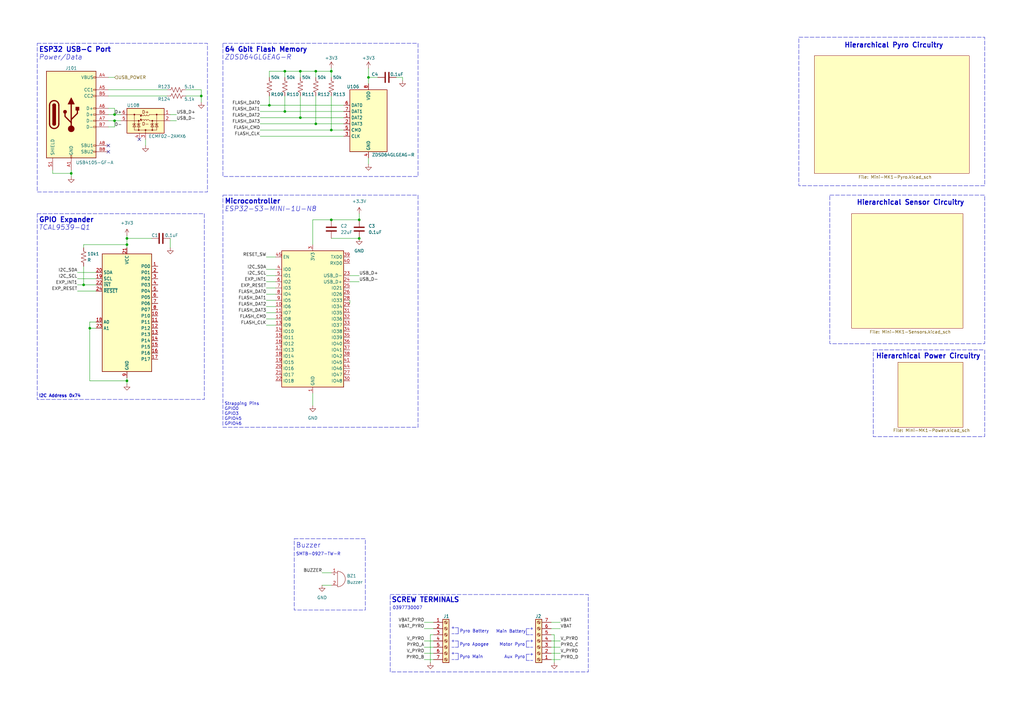
<source format=kicad_sch>
(kicad_sch
	(version 20250114)
	(generator "eeschema")
	(generator_version "9.0")
	(uuid "0941d445-abe5-4c4a-84ea-6134de0a1f2b")
	(paper "A3")
	(lib_symbols
		(symbol "Connector:Screw_Terminal_01x07"
			(pin_names
				(offset 1.016)
				(hide yes)
			)
			(exclude_from_sim no)
			(in_bom yes)
			(on_board yes)
			(property "Reference" "J"
				(at 0 10.16 0)
				(effects
					(font
						(size 1.27 1.27)
					)
				)
			)
			(property "Value" "Screw_Terminal_01x07"
				(at 0 -10.16 0)
				(effects
					(font
						(size 1.27 1.27)
					)
				)
			)
			(property "Footprint" ""
				(at 0 0 0)
				(effects
					(font
						(size 1.27 1.27)
					)
					(hide yes)
				)
			)
			(property "Datasheet" "~"
				(at 0 0 0)
				(effects
					(font
						(size 1.27 1.27)
					)
					(hide yes)
				)
			)
			(property "Description" "Generic screw terminal, single row, 01x07, script generated (kicad-library-utils/schlib/autogen/connector/)"
				(at 0 0 0)
				(effects
					(font
						(size 1.27 1.27)
					)
					(hide yes)
				)
			)
			(property "ki_keywords" "screw terminal"
				(at 0 0 0)
				(effects
					(font
						(size 1.27 1.27)
					)
					(hide yes)
				)
			)
			(property "ki_fp_filters" "TerminalBlock*:*"
				(at 0 0 0)
				(effects
					(font
						(size 1.27 1.27)
					)
					(hide yes)
				)
			)
			(symbol "Screw_Terminal_01x07_1_1"
				(rectangle
					(start -1.27 8.89)
					(end 1.27 -8.89)
					(stroke
						(width 0.254)
						(type default)
					)
					(fill
						(type background)
					)
				)
				(polyline
					(pts
						(xy -0.5334 7.9502) (xy 0.3302 7.112)
					)
					(stroke
						(width 0.1524)
						(type default)
					)
					(fill
						(type none)
					)
				)
				(polyline
					(pts
						(xy -0.5334 5.4102) (xy 0.3302 4.572)
					)
					(stroke
						(width 0.1524)
						(type default)
					)
					(fill
						(type none)
					)
				)
				(polyline
					(pts
						(xy -0.5334 2.8702) (xy 0.3302 2.032)
					)
					(stroke
						(width 0.1524)
						(type default)
					)
					(fill
						(type none)
					)
				)
				(polyline
					(pts
						(xy -0.5334 0.3302) (xy 0.3302 -0.508)
					)
					(stroke
						(width 0.1524)
						(type default)
					)
					(fill
						(type none)
					)
				)
				(polyline
					(pts
						(xy -0.5334 -2.2098) (xy 0.3302 -3.048)
					)
					(stroke
						(width 0.1524)
						(type default)
					)
					(fill
						(type none)
					)
				)
				(polyline
					(pts
						(xy -0.5334 -4.7498) (xy 0.3302 -5.588)
					)
					(stroke
						(width 0.1524)
						(type default)
					)
					(fill
						(type none)
					)
				)
				(polyline
					(pts
						(xy -0.5334 -7.2898) (xy 0.3302 -8.128)
					)
					(stroke
						(width 0.1524)
						(type default)
					)
					(fill
						(type none)
					)
				)
				(polyline
					(pts
						(xy -0.3556 8.128) (xy 0.508 7.2898)
					)
					(stroke
						(width 0.1524)
						(type default)
					)
					(fill
						(type none)
					)
				)
				(polyline
					(pts
						(xy -0.3556 5.588) (xy 0.508 4.7498)
					)
					(stroke
						(width 0.1524)
						(type default)
					)
					(fill
						(type none)
					)
				)
				(polyline
					(pts
						(xy -0.3556 3.048) (xy 0.508 2.2098)
					)
					(stroke
						(width 0.1524)
						(type default)
					)
					(fill
						(type none)
					)
				)
				(polyline
					(pts
						(xy -0.3556 0.508) (xy 0.508 -0.3302)
					)
					(stroke
						(width 0.1524)
						(type default)
					)
					(fill
						(type none)
					)
				)
				(polyline
					(pts
						(xy -0.3556 -2.032) (xy 0.508 -2.8702)
					)
					(stroke
						(width 0.1524)
						(type default)
					)
					(fill
						(type none)
					)
				)
				(polyline
					(pts
						(xy -0.3556 -4.572) (xy 0.508 -5.4102)
					)
					(stroke
						(width 0.1524)
						(type default)
					)
					(fill
						(type none)
					)
				)
				(polyline
					(pts
						(xy -0.3556 -7.112) (xy 0.508 -7.9502)
					)
					(stroke
						(width 0.1524)
						(type default)
					)
					(fill
						(type none)
					)
				)
				(circle
					(center 0 7.62)
					(radius 0.635)
					(stroke
						(width 0.1524)
						(type default)
					)
					(fill
						(type none)
					)
				)
				(circle
					(center 0 5.08)
					(radius 0.635)
					(stroke
						(width 0.1524)
						(type default)
					)
					(fill
						(type none)
					)
				)
				(circle
					(center 0 2.54)
					(radius 0.635)
					(stroke
						(width 0.1524)
						(type default)
					)
					(fill
						(type none)
					)
				)
				(circle
					(center 0 0)
					(radius 0.635)
					(stroke
						(width 0.1524)
						(type default)
					)
					(fill
						(type none)
					)
				)
				(circle
					(center 0 -2.54)
					(radius 0.635)
					(stroke
						(width 0.1524)
						(type default)
					)
					(fill
						(type none)
					)
				)
				(circle
					(center 0 -5.08)
					(radius 0.635)
					(stroke
						(width 0.1524)
						(type default)
					)
					(fill
						(type none)
					)
				)
				(circle
					(center 0 -7.62)
					(radius 0.635)
					(stroke
						(width 0.1524)
						(type default)
					)
					(fill
						(type none)
					)
				)
				(pin passive line
					(at -5.08 7.62 0)
					(length 3.81)
					(name "Pin_1"
						(effects
							(font
								(size 1.27 1.27)
							)
						)
					)
					(number "1"
						(effects
							(font
								(size 1.27 1.27)
							)
						)
					)
				)
				(pin passive line
					(at -5.08 5.08 0)
					(length 3.81)
					(name "Pin_2"
						(effects
							(font
								(size 1.27 1.27)
							)
						)
					)
					(number "2"
						(effects
							(font
								(size 1.27 1.27)
							)
						)
					)
				)
				(pin passive line
					(at -5.08 2.54 0)
					(length 3.81)
					(name "Pin_3"
						(effects
							(font
								(size 1.27 1.27)
							)
						)
					)
					(number "3"
						(effects
							(font
								(size 1.27 1.27)
							)
						)
					)
				)
				(pin passive line
					(at -5.08 0 0)
					(length 3.81)
					(name "Pin_4"
						(effects
							(font
								(size 1.27 1.27)
							)
						)
					)
					(number "4"
						(effects
							(font
								(size 1.27 1.27)
							)
						)
					)
				)
				(pin passive line
					(at -5.08 -2.54 0)
					(length 3.81)
					(name "Pin_5"
						(effects
							(font
								(size 1.27 1.27)
							)
						)
					)
					(number "5"
						(effects
							(font
								(size 1.27 1.27)
							)
						)
					)
				)
				(pin passive line
					(at -5.08 -5.08 0)
					(length 3.81)
					(name "Pin_6"
						(effects
							(font
								(size 1.27 1.27)
							)
						)
					)
					(number "6"
						(effects
							(font
								(size 1.27 1.27)
							)
						)
					)
				)
				(pin passive line
					(at -5.08 -7.62 0)
					(length 3.81)
					(name "Pin_7"
						(effects
							(font
								(size 1.27 1.27)
							)
						)
					)
					(number "7"
						(effects
							(font
								(size 1.27 1.27)
							)
						)
					)
				)
			)
			(embedded_fonts no)
		)
		(symbol "Connector:USB_C_Receptacle_USB2.0"
			(pin_names
				(offset 1.016)
			)
			(exclude_from_sim no)
			(in_bom yes)
			(on_board yes)
			(property "Reference" "J101"
				(at 0 22.86 0)
				(effects
					(font
						(size 1.27 1.27)
					)
				)
			)
			(property "Value" "USB4105-GF-A"
				(at 0 20.32 0)
				(effects
					(font
						(size 1.27 1.27)
					)
				)
			)
			(property "Footprint" "Connector_USB:USB_C_Receptacle_GCT_USB4105-xx-A_16P_TopMnt_Horizontal"
				(at 3.81 0 0)
				(effects
					(font
						(size 1.27 1.27)
					)
					(hide yes)
				)
			)
			(property "Datasheet" "https://gct.co/connector/usb4105"
				(at 3.81 0 0)
				(effects
					(font
						(size 1.27 1.27)
					)
					(hide yes)
				)
			)
			(property "Description" "USB 2.0-only Type-C Receptacle connector"
				(at 0 0 0)
				(effects
					(font
						(size 1.27 1.27)
					)
					(hide yes)
				)
			)
			(property "ki_keywords" "usb universal serial bus type-C USB2.0"
				(at 0 0 0)
				(effects
					(font
						(size 1.27 1.27)
					)
					(hide yes)
				)
			)
			(property "ki_fp_filters" "USB*C*Receptacle*"
				(at 0 0 0)
				(effects
					(font
						(size 1.27 1.27)
					)
					(hide yes)
				)
			)
			(symbol "USB_C_Receptacle_USB2.0_0_0"
				(rectangle
					(start -0.254 -17.78)
					(end 0.254 -16.764)
					(stroke
						(width 0)
						(type default)
					)
					(fill
						(type none)
					)
				)
				(rectangle
					(start 10.16 15.494)
					(end 9.144 14.986)
					(stroke
						(width 0)
						(type default)
					)
					(fill
						(type none)
					)
				)
				(rectangle
					(start 10.16 10.414)
					(end 9.144 9.906)
					(stroke
						(width 0)
						(type default)
					)
					(fill
						(type none)
					)
				)
				(rectangle
					(start 10.16 7.874)
					(end 9.144 7.366)
					(stroke
						(width 0)
						(type default)
					)
					(fill
						(type none)
					)
				)
				(rectangle
					(start 10.16 2.794)
					(end 9.144 2.286)
					(stroke
						(width 0)
						(type default)
					)
					(fill
						(type none)
					)
				)
				(rectangle
					(start 10.16 0.254)
					(end 9.144 -0.254)
					(stroke
						(width 0)
						(type default)
					)
					(fill
						(type none)
					)
				)
				(rectangle
					(start 10.16 -2.286)
					(end 9.144 -2.794)
					(stroke
						(width 0)
						(type default)
					)
					(fill
						(type none)
					)
				)
				(rectangle
					(start 10.16 -4.826)
					(end 9.144 -5.334)
					(stroke
						(width 0)
						(type default)
					)
					(fill
						(type none)
					)
				)
				(rectangle
					(start 10.16 -12.446)
					(end 9.144 -12.954)
					(stroke
						(width 0)
						(type default)
					)
					(fill
						(type none)
					)
				)
				(rectangle
					(start 10.16 -14.986)
					(end 9.144 -15.494)
					(stroke
						(width 0)
						(type default)
					)
					(fill
						(type none)
					)
				)
			)
			(symbol "USB_C_Receptacle_USB2.0_0_1"
				(rectangle
					(start -10.16 17.78)
					(end 10.16 -17.78)
					(stroke
						(width 0.254)
						(type default)
					)
					(fill
						(type background)
					)
				)
				(polyline
					(pts
						(xy -8.89 -3.81) (xy -8.89 3.81)
					)
					(stroke
						(width 0.508)
						(type default)
					)
					(fill
						(type none)
					)
				)
				(rectangle
					(start -7.62 -3.81)
					(end -6.35 3.81)
					(stroke
						(width 0.254)
						(type default)
					)
					(fill
						(type outline)
					)
				)
				(arc
					(start -7.62 3.81)
					(mid -6.985 4.4423)
					(end -6.35 3.81)
					(stroke
						(width 0.254)
						(type default)
					)
					(fill
						(type none)
					)
				)
				(arc
					(start -7.62 3.81)
					(mid -6.985 4.4423)
					(end -6.35 3.81)
					(stroke
						(width 0.254)
						(type default)
					)
					(fill
						(type outline)
					)
				)
				(arc
					(start -8.89 3.81)
					(mid -6.985 5.7067)
					(end -5.08 3.81)
					(stroke
						(width 0.508)
						(type default)
					)
					(fill
						(type none)
					)
				)
				(arc
					(start -5.08 -3.81)
					(mid -6.985 -5.7067)
					(end -8.89 -3.81)
					(stroke
						(width 0.508)
						(type default)
					)
					(fill
						(type none)
					)
				)
				(arc
					(start -6.35 -3.81)
					(mid -6.985 -4.4423)
					(end -7.62 -3.81)
					(stroke
						(width 0.254)
						(type default)
					)
					(fill
						(type none)
					)
				)
				(arc
					(start -6.35 -3.81)
					(mid -6.985 -4.4423)
					(end -7.62 -3.81)
					(stroke
						(width 0.254)
						(type default)
					)
					(fill
						(type outline)
					)
				)
				(polyline
					(pts
						(xy -5.08 3.81) (xy -5.08 -3.81)
					)
					(stroke
						(width 0.508)
						(type default)
					)
					(fill
						(type none)
					)
				)
				(circle
					(center -2.54 1.143)
					(radius 0.635)
					(stroke
						(width 0.254)
						(type default)
					)
					(fill
						(type outline)
					)
				)
				(polyline
					(pts
						(xy -1.27 4.318) (xy 0 6.858) (xy 1.27 4.318) (xy -1.27 4.318)
					)
					(stroke
						(width 0.254)
						(type default)
					)
					(fill
						(type outline)
					)
				)
				(polyline
					(pts
						(xy 0 -2.032) (xy 2.54 0.508) (xy 2.54 1.778)
					)
					(stroke
						(width 0.508)
						(type default)
					)
					(fill
						(type none)
					)
				)
				(polyline
					(pts
						(xy 0 -3.302) (xy -2.54 -0.762) (xy -2.54 0.508)
					)
					(stroke
						(width 0.508)
						(type default)
					)
					(fill
						(type none)
					)
				)
				(polyline
					(pts
						(xy 0 -5.842) (xy 0 4.318)
					)
					(stroke
						(width 0.508)
						(type default)
					)
					(fill
						(type none)
					)
				)
				(circle
					(center 0 -5.842)
					(radius 1.27)
					(stroke
						(width 0)
						(type default)
					)
					(fill
						(type outline)
					)
				)
				(rectangle
					(start 1.905 1.778)
					(end 3.175 3.048)
					(stroke
						(width 0.254)
						(type default)
					)
					(fill
						(type outline)
					)
				)
			)
			(symbol "USB_C_Receptacle_USB2.0_1_1"
				(pin passive line
					(at -7.62 -22.86 90)
					(length 5.08)
					(name "SHIELD"
						(effects
							(font
								(size 1.27 1.27)
							)
						)
					)
					(number "S1"
						(effects
							(font
								(size 1.27 1.27)
							)
						)
					)
				)
				(pin passive line
					(at 0 -22.86 90)
					(length 5.08)
					(name "GND"
						(effects
							(font
								(size 1.27 1.27)
							)
						)
					)
					(number "A1"
						(effects
							(font
								(size 1.27 1.27)
							)
						)
					)
				)
				(pin passive line
					(at 0 -22.86 90)
					(length 5.08)
					(hide yes)
					(name "GND"
						(effects
							(font
								(size 1.27 1.27)
							)
						)
					)
					(number "A12"
						(effects
							(font
								(size 1.27 1.27)
							)
						)
					)
				)
				(pin passive line
					(at 0 -22.86 90)
					(length 5.08)
					(hide yes)
					(name "GND"
						(effects
							(font
								(size 1.27 1.27)
							)
						)
					)
					(number "B1"
						(effects
							(font
								(size 1.27 1.27)
							)
						)
					)
				)
				(pin passive line
					(at 0 -22.86 90)
					(length 5.08)
					(hide yes)
					(name "GND"
						(effects
							(font
								(size 1.27 1.27)
							)
						)
					)
					(number "B12"
						(effects
							(font
								(size 1.27 1.27)
							)
						)
					)
				)
				(pin passive line
					(at 15.24 15.24 180)
					(length 5.08)
					(name "VBUS"
						(effects
							(font
								(size 1.27 1.27)
							)
						)
					)
					(number "A4"
						(effects
							(font
								(size 1.27 1.27)
							)
						)
					)
				)
				(pin passive line
					(at 15.24 15.24 180)
					(length 5.08)
					(hide yes)
					(name "VBUS"
						(effects
							(font
								(size 1.27 1.27)
							)
						)
					)
					(number "A9"
						(effects
							(font
								(size 1.27 1.27)
							)
						)
					)
				)
				(pin passive line
					(at 15.24 15.24 180)
					(length 5.08)
					(hide yes)
					(name "VBUS"
						(effects
							(font
								(size 1.27 1.27)
							)
						)
					)
					(number "B4"
						(effects
							(font
								(size 1.27 1.27)
							)
						)
					)
				)
				(pin passive line
					(at 15.24 15.24 180)
					(length 5.08)
					(hide yes)
					(name "VBUS"
						(effects
							(font
								(size 1.27 1.27)
							)
						)
					)
					(number "B9"
						(effects
							(font
								(size 1.27 1.27)
							)
						)
					)
				)
				(pin bidirectional line
					(at 15.24 10.16 180)
					(length 5.08)
					(name "CC1"
						(effects
							(font
								(size 1.27 1.27)
							)
						)
					)
					(number "A5"
						(effects
							(font
								(size 1.27 1.27)
							)
						)
					)
				)
				(pin bidirectional line
					(at 15.24 7.62 180)
					(length 5.08)
					(name "CC2"
						(effects
							(font
								(size 1.27 1.27)
							)
						)
					)
					(number "B5"
						(effects
							(font
								(size 1.27 1.27)
							)
						)
					)
				)
				(pin bidirectional line
					(at 15.24 2.54 180)
					(length 5.08)
					(name "D+"
						(effects
							(font
								(size 1.27 1.27)
							)
						)
					)
					(number "A6"
						(effects
							(font
								(size 1.27 1.27)
							)
						)
					)
				)
				(pin bidirectional line
					(at 15.24 0 180)
					(length 5.08)
					(name "D+"
						(effects
							(font
								(size 1.27 1.27)
							)
						)
					)
					(number "B6"
						(effects
							(font
								(size 1.27 1.27)
							)
						)
					)
				)
				(pin bidirectional line
					(at 15.24 -2.54 180)
					(length 5.08)
					(name "D-"
						(effects
							(font
								(size 1.27 1.27)
							)
						)
					)
					(number "A7"
						(effects
							(font
								(size 1.27 1.27)
							)
						)
					)
				)
				(pin bidirectional line
					(at 15.24 -5.08 180)
					(length 5.08)
					(name "D-"
						(effects
							(font
								(size 1.27 1.27)
							)
						)
					)
					(number "B7"
						(effects
							(font
								(size 1.27 1.27)
							)
						)
					)
				)
				(pin bidirectional line
					(at 15.24 -12.7 180)
					(length 5.08)
					(name "SBU1"
						(effects
							(font
								(size 1.27 1.27)
							)
						)
					)
					(number "A8"
						(effects
							(font
								(size 1.27 1.27)
							)
						)
					)
				)
				(pin bidirectional line
					(at 15.24 -15.24 180)
					(length 5.08)
					(name "SBU2"
						(effects
							(font
								(size 1.27 1.27)
							)
						)
					)
					(number "B8"
						(effects
							(font
								(size 1.27 1.27)
							)
						)
					)
				)
			)
			(embedded_fonts no)
		)
		(symbol "Device:Buzzer"
			(pin_names
				(offset 0.0254)
				(hide yes)
			)
			(exclude_from_sim no)
			(in_bom yes)
			(on_board yes)
			(property "Reference" "BZ"
				(at 3.81 1.27 0)
				(effects
					(font
						(size 1.27 1.27)
					)
					(justify left)
				)
			)
			(property "Value" "Buzzer"
				(at 3.81 -1.27 0)
				(effects
					(font
						(size 1.27 1.27)
					)
					(justify left)
				)
			)
			(property "Footprint" ""
				(at -0.635 2.54 90)
				(effects
					(font
						(size 1.27 1.27)
					)
					(hide yes)
				)
			)
			(property "Datasheet" "~"
				(at -0.635 2.54 90)
				(effects
					(font
						(size 1.27 1.27)
					)
					(hide yes)
				)
			)
			(property "Description" "Buzzer, polarized"
				(at 0 0 0)
				(effects
					(font
						(size 1.27 1.27)
					)
					(hide yes)
				)
			)
			(property "ki_keywords" "quartz resonator ceramic"
				(at 0 0 0)
				(effects
					(font
						(size 1.27 1.27)
					)
					(hide yes)
				)
			)
			(property "ki_fp_filters" "*Buzzer*"
				(at 0 0 0)
				(effects
					(font
						(size 1.27 1.27)
					)
					(hide yes)
				)
			)
			(symbol "Buzzer_0_1"
				(polyline
					(pts
						(xy -1.651 1.905) (xy -1.143 1.905)
					)
					(stroke
						(width 0)
						(type default)
					)
					(fill
						(type none)
					)
				)
				(polyline
					(pts
						(xy -1.397 2.159) (xy -1.397 1.651)
					)
					(stroke
						(width 0)
						(type default)
					)
					(fill
						(type none)
					)
				)
				(arc
					(start 0 3.175)
					(mid 3.1612 0)
					(end 0 -3.175)
					(stroke
						(width 0)
						(type default)
					)
					(fill
						(type none)
					)
				)
				(polyline
					(pts
						(xy 0 3.175) (xy 0 -3.175)
					)
					(stroke
						(width 0)
						(type default)
					)
					(fill
						(type none)
					)
				)
			)
			(symbol "Buzzer_1_1"
				(pin passive line
					(at -2.54 2.54 0)
					(length 2.54)
					(name "+"
						(effects
							(font
								(size 1.27 1.27)
							)
						)
					)
					(number "1"
						(effects
							(font
								(size 1.27 1.27)
							)
						)
					)
				)
				(pin passive line
					(at -2.54 -2.54 0)
					(length 2.54)
					(name "-"
						(effects
							(font
								(size 1.27 1.27)
							)
						)
					)
					(number "2"
						(effects
							(font
								(size 1.27 1.27)
							)
						)
					)
				)
			)
			(embedded_fonts no)
		)
		(symbol "Device:C"
			(pin_numbers
				(hide yes)
			)
			(pin_names
				(offset 0.254)
			)
			(exclude_from_sim no)
			(in_bom yes)
			(on_board yes)
			(property "Reference" "C"
				(at 0.635 2.54 0)
				(effects
					(font
						(size 1.27 1.27)
					)
					(justify left)
				)
			)
			(property "Value" "C"
				(at 0.635 -2.54 0)
				(effects
					(font
						(size 1.27 1.27)
					)
					(justify left)
				)
			)
			(property "Footprint" ""
				(at 0.9652 -3.81 0)
				(effects
					(font
						(size 1.27 1.27)
					)
					(hide yes)
				)
			)
			(property "Datasheet" "~"
				(at 0 0 0)
				(effects
					(font
						(size 1.27 1.27)
					)
					(hide yes)
				)
			)
			(property "Description" "Unpolarized capacitor"
				(at 0 0 0)
				(effects
					(font
						(size 1.27 1.27)
					)
					(hide yes)
				)
			)
			(property "ki_keywords" "cap capacitor"
				(at 0 0 0)
				(effects
					(font
						(size 1.27 1.27)
					)
					(hide yes)
				)
			)
			(property "ki_fp_filters" "C_*"
				(at 0 0 0)
				(effects
					(font
						(size 1.27 1.27)
					)
					(hide yes)
				)
			)
			(symbol "C_0_1"
				(polyline
					(pts
						(xy -2.032 0.762) (xy 2.032 0.762)
					)
					(stroke
						(width 0.508)
						(type default)
					)
					(fill
						(type none)
					)
				)
				(polyline
					(pts
						(xy -2.032 -0.762) (xy 2.032 -0.762)
					)
					(stroke
						(width 0.508)
						(type default)
					)
					(fill
						(type none)
					)
				)
			)
			(symbol "C_1_1"
				(pin passive line
					(at 0 3.81 270)
					(length 2.794)
					(name "~"
						(effects
							(font
								(size 1.27 1.27)
							)
						)
					)
					(number "1"
						(effects
							(font
								(size 1.27 1.27)
							)
						)
					)
				)
				(pin passive line
					(at 0 -3.81 90)
					(length 2.794)
					(name "~"
						(effects
							(font
								(size 1.27 1.27)
							)
						)
					)
					(number "2"
						(effects
							(font
								(size 1.27 1.27)
							)
						)
					)
				)
			)
			(embedded_fonts no)
		)
		(symbol "Device:R_US"
			(pin_numbers
				(hide yes)
			)
			(pin_names
				(offset 0)
			)
			(exclude_from_sim no)
			(in_bom yes)
			(on_board yes)
			(property "Reference" "R"
				(at 2.54 0 90)
				(effects
					(font
						(size 1.27 1.27)
					)
				)
			)
			(property "Value" "R_US"
				(at -2.54 0 90)
				(effects
					(font
						(size 1.27 1.27)
					)
				)
			)
			(property "Footprint" ""
				(at 1.016 -0.254 90)
				(effects
					(font
						(size 1.27 1.27)
					)
					(hide yes)
				)
			)
			(property "Datasheet" "~"
				(at 0 0 0)
				(effects
					(font
						(size 1.27 1.27)
					)
					(hide yes)
				)
			)
			(property "Description" "Resistor, US symbol"
				(at 0 0 0)
				(effects
					(font
						(size 1.27 1.27)
					)
					(hide yes)
				)
			)
			(property "ki_keywords" "R res resistor"
				(at 0 0 0)
				(effects
					(font
						(size 1.27 1.27)
					)
					(hide yes)
				)
			)
			(property "ki_fp_filters" "R_*"
				(at 0 0 0)
				(effects
					(font
						(size 1.27 1.27)
					)
					(hide yes)
				)
			)
			(symbol "R_US_0_1"
				(polyline
					(pts
						(xy 0 2.286) (xy 0 2.54)
					)
					(stroke
						(width 0)
						(type default)
					)
					(fill
						(type none)
					)
				)
				(polyline
					(pts
						(xy 0 2.286) (xy 1.016 1.905) (xy 0 1.524) (xy -1.016 1.143) (xy 0 0.762)
					)
					(stroke
						(width 0)
						(type default)
					)
					(fill
						(type none)
					)
				)
				(polyline
					(pts
						(xy 0 0.762) (xy 1.016 0.381) (xy 0 0) (xy -1.016 -0.381) (xy 0 -0.762)
					)
					(stroke
						(width 0)
						(type default)
					)
					(fill
						(type none)
					)
				)
				(polyline
					(pts
						(xy 0 -0.762) (xy 1.016 -1.143) (xy 0 -1.524) (xy -1.016 -1.905) (xy 0 -2.286)
					)
					(stroke
						(width 0)
						(type default)
					)
					(fill
						(type none)
					)
				)
				(polyline
					(pts
						(xy 0 -2.286) (xy 0 -2.54)
					)
					(stroke
						(width 0)
						(type default)
					)
					(fill
						(type none)
					)
				)
			)
			(symbol "R_US_1_1"
				(pin passive line
					(at 0 3.81 270)
					(length 1.27)
					(name "~"
						(effects
							(font
								(size 1.27 1.27)
							)
						)
					)
					(number "1"
						(effects
							(font
								(size 1.27 1.27)
							)
						)
					)
				)
				(pin passive line
					(at 0 -3.81 90)
					(length 1.27)
					(name "~"
						(effects
							(font
								(size 1.27 1.27)
							)
						)
					)
					(number "2"
						(effects
							(font
								(size 1.27 1.27)
							)
						)
					)
				)
			)
			(embedded_fonts no)
		)
		(symbol "GND_1"
			(power)
			(pin_numbers
				(hide yes)
			)
			(pin_names
				(offset 0)
				(hide yes)
			)
			(exclude_from_sim no)
			(in_bom yes)
			(on_board yes)
			(property "Reference" "#PWR"
				(at 0 -6.35 0)
				(effects
					(font
						(size 1.27 1.27)
					)
					(hide yes)
				)
			)
			(property "Value" "GND"
				(at 0 -3.81 0)
				(effects
					(font
						(size 1.27 1.27)
					)
				)
			)
			(property "Footprint" ""
				(at 0 0 0)
				(effects
					(font
						(size 1.27 1.27)
					)
					(hide yes)
				)
			)
			(property "Datasheet" ""
				(at 0 0 0)
				(effects
					(font
						(size 1.27 1.27)
					)
					(hide yes)
				)
			)
			(property "Description" "Power symbol creates a global label with name \"GND\" , ground"
				(at 0 0 0)
				(effects
					(font
						(size 1.27 1.27)
					)
					(hide yes)
				)
			)
			(property "ki_keywords" "global power"
				(at 0 0 0)
				(effects
					(font
						(size 1.27 1.27)
					)
					(hide yes)
				)
			)
			(symbol "GND_1_0_1"
				(polyline
					(pts
						(xy 0 0) (xy 0 -1.27) (xy 1.27 -1.27) (xy 0 -2.54) (xy -1.27 -1.27) (xy 0 -1.27)
					)
					(stroke
						(width 0)
						(type default)
					)
					(fill
						(type none)
					)
				)
			)
			(symbol "GND_1_1_1"
				(pin power_in line
					(at 0 0 270)
					(length 0)
					(name "~"
						(effects
							(font
								(size 1.27 1.27)
							)
						)
					)
					(number "1"
						(effects
							(font
								(size 1.27 1.27)
							)
						)
					)
				)
			)
			(embedded_fonts no)
		)
		(symbol "GND_2"
			(power)
			(pin_numbers
				(hide yes)
			)
			(pin_names
				(offset 0)
				(hide yes)
			)
			(exclude_from_sim no)
			(in_bom yes)
			(on_board yes)
			(property "Reference" "#PWR"
				(at 0 -6.35 0)
				(effects
					(font
						(size 1.27 1.27)
					)
					(hide yes)
				)
			)
			(property "Value" "GND"
				(at 0 -3.81 0)
				(effects
					(font
						(size 1.27 1.27)
					)
				)
			)
			(property "Footprint" ""
				(at 0 0 0)
				(effects
					(font
						(size 1.27 1.27)
					)
					(hide yes)
				)
			)
			(property "Datasheet" ""
				(at 0 0 0)
				(effects
					(font
						(size 1.27 1.27)
					)
					(hide yes)
				)
			)
			(property "Description" "Power symbol creates a global label with name \"GND\" , ground"
				(at 0 0 0)
				(effects
					(font
						(size 1.27 1.27)
					)
					(hide yes)
				)
			)
			(property "ki_keywords" "global power"
				(at 0 0 0)
				(effects
					(font
						(size 1.27 1.27)
					)
					(hide yes)
				)
			)
			(symbol "GND_2_0_1"
				(polyline
					(pts
						(xy 0 0) (xy 0 -1.27) (xy 1.27 -1.27) (xy 0 -2.54) (xy -1.27 -1.27) (xy 0 -1.27)
					)
					(stroke
						(width 0)
						(type default)
					)
					(fill
						(type none)
					)
				)
			)
			(symbol "GND_2_1_1"
				(pin power_in line
					(at 0 0 270)
					(length 0)
					(name "~"
						(effects
							(font
								(size 1.27 1.27)
							)
						)
					)
					(number "1"
						(effects
							(font
								(size 1.27 1.27)
							)
						)
					)
				)
			)
			(embedded_fonts no)
		)
		(symbol "GND_3"
			(power)
			(pin_numbers
				(hide yes)
			)
			(pin_names
				(offset 0)
				(hide yes)
			)
			(exclude_from_sim no)
			(in_bom yes)
			(on_board yes)
			(property "Reference" "#PWR"
				(at 0 -6.35 0)
				(effects
					(font
						(size 1.27 1.27)
					)
					(hide yes)
				)
			)
			(property "Value" "GND"
				(at 0 -3.81 0)
				(effects
					(font
						(size 1.27 1.27)
					)
				)
			)
			(property "Footprint" ""
				(at 0 0 0)
				(effects
					(font
						(size 1.27 1.27)
					)
					(hide yes)
				)
			)
			(property "Datasheet" ""
				(at 0 0 0)
				(effects
					(font
						(size 1.27 1.27)
					)
					(hide yes)
				)
			)
			(property "Description" "Power symbol creates a global label with name \"GND\" , ground"
				(at 0 0 0)
				(effects
					(font
						(size 1.27 1.27)
					)
					(hide yes)
				)
			)
			(property "ki_keywords" "global power"
				(at 0 0 0)
				(effects
					(font
						(size 1.27 1.27)
					)
					(hide yes)
				)
			)
			(symbol "GND_3_0_1"
				(polyline
					(pts
						(xy 0 0) (xy 0 -1.27) (xy 1.27 -1.27) (xy 0 -2.54) (xy -1.27 -1.27) (xy 0 -1.27)
					)
					(stroke
						(width 0)
						(type default)
					)
					(fill
						(type none)
					)
				)
			)
			(symbol "GND_3_1_1"
				(pin power_in line
					(at 0 0 270)
					(length 0)
					(name "~"
						(effects
							(font
								(size 1.27 1.27)
							)
						)
					)
					(number "1"
						(effects
							(font
								(size 1.27 1.27)
							)
						)
					)
				)
			)
			(embedded_fonts no)
		)
		(symbol "GND_4"
			(power)
			(pin_numbers
				(hide yes)
			)
			(pin_names
				(offset 0)
				(hide yes)
			)
			(exclude_from_sim no)
			(in_bom yes)
			(on_board yes)
			(property "Reference" "#PWR"
				(at 0 -6.35 0)
				(effects
					(font
						(size 1.27 1.27)
					)
					(hide yes)
				)
			)
			(property "Value" "GND"
				(at 0 -3.81 0)
				(effects
					(font
						(size 1.27 1.27)
					)
				)
			)
			(property "Footprint" ""
				(at 0 0 0)
				(effects
					(font
						(size 1.27 1.27)
					)
					(hide yes)
				)
			)
			(property "Datasheet" ""
				(at 0 0 0)
				(effects
					(font
						(size 1.27 1.27)
					)
					(hide yes)
				)
			)
			(property "Description" "Power symbol creates a global label with name \"GND\" , ground"
				(at 0 0 0)
				(effects
					(font
						(size 1.27 1.27)
					)
					(hide yes)
				)
			)
			(property "ki_keywords" "global power"
				(at 0 0 0)
				(effects
					(font
						(size 1.27 1.27)
					)
					(hide yes)
				)
			)
			(symbol "GND_4_0_1"
				(polyline
					(pts
						(xy 0 0) (xy 0 -1.27) (xy 1.27 -1.27) (xy 0 -2.54) (xy -1.27 -1.27) (xy 0 -1.27)
					)
					(stroke
						(width 0)
						(type default)
					)
					(fill
						(type none)
					)
				)
			)
			(symbol "GND_4_1_1"
				(pin power_in line
					(at 0 0 270)
					(length 0)
					(name "~"
						(effects
							(font
								(size 1.27 1.27)
							)
						)
					)
					(number "1"
						(effects
							(font
								(size 1.27 1.27)
							)
						)
					)
				)
			)
			(embedded_fonts no)
		)
		(symbol "GND_5"
			(power)
			(pin_numbers
				(hide yes)
			)
			(pin_names
				(offset 0)
				(hide yes)
			)
			(exclude_from_sim no)
			(in_bom yes)
			(on_board yes)
			(property "Reference" "#PWR"
				(at 0 -6.35 0)
				(effects
					(font
						(size 1.27 1.27)
					)
					(hide yes)
				)
			)
			(property "Value" "GND"
				(at 0 -3.81 0)
				(effects
					(font
						(size 1.27 1.27)
					)
				)
			)
			(property "Footprint" ""
				(at 0 0 0)
				(effects
					(font
						(size 1.27 1.27)
					)
					(hide yes)
				)
			)
			(property "Datasheet" ""
				(at 0 0 0)
				(effects
					(font
						(size 1.27 1.27)
					)
					(hide yes)
				)
			)
			(property "Description" "Power symbol creates a global label with name \"GND\" , ground"
				(at 0 0 0)
				(effects
					(font
						(size 1.27 1.27)
					)
					(hide yes)
				)
			)
			(property "ki_keywords" "global power"
				(at 0 0 0)
				(effects
					(font
						(size 1.27 1.27)
					)
					(hide yes)
				)
			)
			(symbol "GND_5_0_1"
				(polyline
					(pts
						(xy 0 0) (xy 0 -1.27) (xy 1.27 -1.27) (xy 0 -2.54) (xy -1.27 -1.27) (xy 0 -1.27)
					)
					(stroke
						(width 0)
						(type default)
					)
					(fill
						(type none)
					)
				)
			)
			(symbol "GND_5_1_1"
				(pin power_in line
					(at 0 0 270)
					(length 0)
					(name "~"
						(effects
							(font
								(size 1.27 1.27)
							)
						)
					)
					(number "1"
						(effects
							(font
								(size 1.27 1.27)
							)
						)
					)
				)
			)
			(embedded_fonts no)
		)
		(symbol "GND_6"
			(power)
			(pin_numbers
				(hide yes)
			)
			(pin_names
				(offset 0)
				(hide yes)
			)
			(exclude_from_sim no)
			(in_bom yes)
			(on_board yes)
			(property "Reference" "#PWR"
				(at 0 -6.35 0)
				(effects
					(font
						(size 1.27 1.27)
					)
					(hide yes)
				)
			)
			(property "Value" "GND"
				(at 0 -3.81 0)
				(effects
					(font
						(size 1.27 1.27)
					)
				)
			)
			(property "Footprint" ""
				(at 0 0 0)
				(effects
					(font
						(size 1.27 1.27)
					)
					(hide yes)
				)
			)
			(property "Datasheet" ""
				(at 0 0 0)
				(effects
					(font
						(size 1.27 1.27)
					)
					(hide yes)
				)
			)
			(property "Description" "Power symbol creates a global label with name \"GND\" , ground"
				(at 0 0 0)
				(effects
					(font
						(size 1.27 1.27)
					)
					(hide yes)
				)
			)
			(property "ki_keywords" "global power"
				(at 0 0 0)
				(effects
					(font
						(size 1.27 1.27)
					)
					(hide yes)
				)
			)
			(symbol "GND_6_0_1"
				(polyline
					(pts
						(xy 0 0) (xy 0 -1.27) (xy 1.27 -1.27) (xy 0 -2.54) (xy -1.27 -1.27) (xy 0 -1.27)
					)
					(stroke
						(width 0)
						(type default)
					)
					(fill
						(type none)
					)
				)
			)
			(symbol "GND_6_1_1"
				(pin power_in line
					(at 0 0 270)
					(length 0)
					(name "~"
						(effects
							(font
								(size 1.27 1.27)
							)
						)
					)
					(number "1"
						(effects
							(font
								(size 1.27 1.27)
							)
						)
					)
				)
			)
			(embedded_fonts no)
		)
		(symbol "Interface_Expander_Texas:TCAL9539-Q1"
			(exclude_from_sim no)
			(in_bom yes)
			(on_board yes)
			(property "Reference" "U"
				(at -10.16 24.13 0)
				(effects
					(font
						(size 1.27 1.27)
					)
				)
			)
			(property "Value" "TCAL9539-Q1"
				(at 10.16 24.765 0)
				(effects
					(font
						(size 1.27 1.27)
					)
				)
			)
			(property "Footprint" "Package_DFN_QFN:WQFN-24-1EP_4x4mm_P0.5mm_EP2.6x2.6mm"
				(at 0 -30.48 0)
				(effects
					(font
						(size 1.27 1.27)
					)
					(hide yes)
				)
			)
			(property "Datasheet" "https://www.ti.com/lit/ds/symlink/tcal9539-q1.pdf"
				(at 0 -33.02 0)
				(effects
					(font
						(size 1.27 1.27)
					)
					(hide yes)
				)
			)
			(property "Description" "Automotive Low-Voltage 16-Bit I2C-Bus, SMBus I/O Expander with"
				(at 0 0 0)
				(effects
					(font
						(size 1.27 1.27)
					)
					(hide yes)
				)
			)
			(property "ki_keywords" "GPIO Expander Automotive 16 Channels I2C"
				(at 0 0 0)
				(effects
					(font
						(size 1.27 1.27)
					)
					(hide yes)
				)
			)
			(symbol "TCAL9539-Q1_1_1"
				(rectangle
					(start -10.16 22.86)
					(end 10.16 -25.4)
					(stroke
						(width 0.254)
						(type default)
					)
					(fill
						(type background)
					)
				)
				(pin bidirectional line
					(at -12.7 15.24 0)
					(length 2.54)
					(name "SDA"
						(effects
							(font
								(size 1.27 1.27)
							)
						)
					)
					(number "20"
						(effects
							(font
								(size 1.27 1.27)
							)
						)
					)
				)
				(pin input line
					(at -12.7 12.7 0)
					(length 2.54)
					(name "SCL"
						(effects
							(font
								(size 1.27 1.27)
							)
						)
					)
					(number "19"
						(effects
							(font
								(size 1.27 1.27)
							)
						)
					)
				)
				(pin output line
					(at -12.7 10.16 0)
					(length 2.54)
					(name "~{INT}"
						(effects
							(font
								(size 1.27 1.27)
							)
						)
					)
					(number "22"
						(effects
							(font
								(size 1.27 1.27)
							)
						)
					)
				)
				(pin input line
					(at -12.7 7.62 0)
					(length 2.54)
					(name "~{RESET}"
						(effects
							(font
								(size 1.27 1.27)
							)
						)
					)
					(number "24"
						(effects
							(font
								(size 1.27 1.27)
							)
						)
					)
				)
				(pin input line
					(at -12.7 -5.08 0)
					(length 2.54)
					(name "A0"
						(effects
							(font
								(size 1.27 1.27)
							)
						)
					)
					(number "18"
						(effects
							(font
								(size 1.27 1.27)
							)
						)
					)
				)
				(pin input line
					(at -12.7 -7.62 0)
					(length 2.54)
					(name "A1"
						(effects
							(font
								(size 1.27 1.27)
							)
						)
					)
					(number "23"
						(effects
							(font
								(size 1.27 1.27)
							)
						)
					)
				)
				(pin power_in line
					(at 0 25.4 270)
					(length 2.54)
					(name "VCC"
						(effects
							(font
								(size 1.27 1.27)
							)
						)
					)
					(number "21"
						(effects
							(font
								(size 1.27 1.27)
							)
						)
					)
				)
				(pin passive line
					(at 0 -27.94 90)
					(length 2.54)
					(hide yes)
					(name "GND"
						(effects
							(font
								(size 1.27 1.27)
							)
						)
					)
					(number "25"
						(effects
							(font
								(size 1.27 1.27)
							)
						)
					)
				)
				(pin power_in line
					(at 0 -27.94 90)
					(length 2.54)
					(name "GND"
						(effects
							(font
								(size 1.27 1.27)
							)
						)
					)
					(number "9"
						(effects
							(font
								(size 1.27 1.27)
							)
						)
					)
				)
				(pin bidirectional line
					(at 12.7 17.78 180)
					(length 2.54)
					(name "P00"
						(effects
							(font
								(size 1.27 1.27)
							)
						)
					)
					(number "1"
						(effects
							(font
								(size 1.27 1.27)
							)
						)
					)
				)
				(pin bidirectional line
					(at 12.7 15.24 180)
					(length 2.54)
					(name "P01"
						(effects
							(font
								(size 1.27 1.27)
							)
						)
					)
					(number "2"
						(effects
							(font
								(size 1.27 1.27)
							)
						)
					)
				)
				(pin bidirectional line
					(at 12.7 12.7 180)
					(length 2.54)
					(name "P02"
						(effects
							(font
								(size 1.27 1.27)
							)
						)
					)
					(number "3"
						(effects
							(font
								(size 1.27 1.27)
							)
						)
					)
				)
				(pin input line
					(at 12.7 10.16 180)
					(length 2.54)
					(name "P03"
						(effects
							(font
								(size 1.27 1.27)
							)
						)
					)
					(number "4"
						(effects
							(font
								(size 1.27 1.27)
							)
						)
					)
				)
				(pin bidirectional line
					(at 12.7 7.62 180)
					(length 2.54)
					(name "P04"
						(effects
							(font
								(size 1.27 1.27)
							)
						)
					)
					(number "5"
						(effects
							(font
								(size 1.27 1.27)
							)
						)
					)
				)
				(pin bidirectional line
					(at 12.7 5.08 180)
					(length 2.54)
					(name "P05"
						(effects
							(font
								(size 1.27 1.27)
							)
						)
					)
					(number "6"
						(effects
							(font
								(size 1.27 1.27)
							)
						)
					)
				)
				(pin bidirectional line
					(at 12.7 2.54 180)
					(length 2.54)
					(name "P06"
						(effects
							(font
								(size 1.27 1.27)
							)
						)
					)
					(number "7"
						(effects
							(font
								(size 1.27 1.27)
							)
						)
					)
				)
				(pin bidirectional line
					(at 12.7 0 180)
					(length 2.54)
					(name "P07"
						(effects
							(font
								(size 1.27 1.27)
							)
						)
					)
					(number "8"
						(effects
							(font
								(size 1.27 1.27)
							)
						)
					)
				)
				(pin bidirectional line
					(at 12.7 -2.54 180)
					(length 2.54)
					(name "P10"
						(effects
							(font
								(size 1.27 1.27)
							)
						)
					)
					(number "10"
						(effects
							(font
								(size 1.27 1.27)
							)
						)
					)
				)
				(pin bidirectional line
					(at 12.7 -5.08 180)
					(length 2.54)
					(name "P11"
						(effects
							(font
								(size 1.27 1.27)
							)
						)
					)
					(number "11"
						(effects
							(font
								(size 1.27 1.27)
							)
						)
					)
				)
				(pin bidirectional line
					(at 12.7 -7.62 180)
					(length 2.54)
					(name "P12"
						(effects
							(font
								(size 1.27 1.27)
							)
						)
					)
					(number "12"
						(effects
							(font
								(size 1.27 1.27)
							)
						)
					)
				)
				(pin bidirectional line
					(at 12.7 -10.16 180)
					(length 2.54)
					(name "P13"
						(effects
							(font
								(size 1.27 1.27)
							)
						)
					)
					(number "13"
						(effects
							(font
								(size 1.27 1.27)
							)
						)
					)
				)
				(pin bidirectional line
					(at 12.7 -12.7 180)
					(length 2.54)
					(name "P14"
						(effects
							(font
								(size 1.27 1.27)
							)
						)
					)
					(number "14"
						(effects
							(font
								(size 1.27 1.27)
							)
						)
					)
				)
				(pin bidirectional line
					(at 12.7 -15.24 180)
					(length 2.54)
					(name "P15"
						(effects
							(font
								(size 1.27 1.27)
							)
						)
					)
					(number "15"
						(effects
							(font
								(size 1.27 1.27)
							)
						)
					)
				)
				(pin bidirectional line
					(at 12.7 -17.78 180)
					(length 2.54)
					(name "P16"
						(effects
							(font
								(size 1.27 1.27)
							)
						)
					)
					(number "16"
						(effects
							(font
								(size 1.27 1.27)
							)
						)
					)
				)
				(pin bidirectional line
					(at 12.7 -20.32 180)
					(length 2.54)
					(name "P17"
						(effects
							(font
								(size 1.27 1.27)
							)
						)
					)
					(number "17"
						(effects
							(font
								(size 1.27 1.27)
							)
						)
					)
				)
			)
			(embedded_fonts no)
		)
		(symbol "Memory_Flash_Zetta:ZDSD64GLGEAG-R"
			(exclude_from_sim no)
			(in_bom yes)
			(on_board yes)
			(property "Reference" "U"
				(at -6.35 13.97 0)
				(effects
					(font
						(size 1.27 1.27)
					)
				)
			)
			(property "Value" "ZDSD64GLGEAG-R"
				(at 10.16 -13.97 0)
				(effects
					(font
						(size 1.27 1.27)
					)
				)
			)
			(property "Footprint" "Package_LGA:LGA-8_8x6.2mm_P1.27mm"
				(at 0 -29.21 0)
				(effects
					(font
						(size 1.27 1.27)
					)
					(hide yes)
				)
			)
			(property "Datasheet" "https://www.lcsc.com/datasheet/lcsc_datasheet_2410010132_Zetta-ZDSD64GLGEAG-R_C5277948.pdf"
				(at 0 -31.75 0)
				(effects
					(font
						(size 1.27 1.27)
					)
					(hide yes)
				)
			)
			(property "Description" "64Gbit NAND Flash, SD2.0, 50MHz, LGA-8"
				(at 0 -34.29 0)
				(effects
					(font
						(size 1.27 1.27)
					)
					(hide yes)
				)
			)
			(property "ki_keywords" "ZDSD64GLGEAG-R 64Gbit NAND Flash SD2.0 50MHz LGA-8"
				(at 0 0 0)
				(effects
					(font
						(size 1.27 1.27)
					)
					(hide yes)
				)
			)
			(symbol "ZDSD64GLGEAG-R_1_1"
				(rectangle
					(start -7.62 12.7)
					(end 7.62 -12.7)
					(stroke
						(width 0.254)
						(type default)
					)
					(fill
						(type background)
					)
				)
				(pin bidirectional line
					(at -10.16 6.35 0)
					(length 2.54)
					(name "DAT0"
						(effects
							(font
								(size 1.27 1.27)
							)
						)
					)
					(number "6"
						(effects
							(font
								(size 1.27 1.27)
							)
						)
					)
				)
				(pin bidirectional line
					(at -10.16 3.81 0)
					(length 2.54)
					(name "DAT1"
						(effects
							(font
								(size 1.27 1.27)
							)
						)
					)
					(number "7"
						(effects
							(font
								(size 1.27 1.27)
							)
						)
					)
				)
				(pin bidirectional line
					(at -10.16 1.27 0)
					(length 2.54)
					(name "DAT2"
						(effects
							(font
								(size 1.27 1.27)
							)
						)
					)
					(number "1"
						(effects
							(font
								(size 1.27 1.27)
							)
						)
					)
				)
				(pin bidirectional line
					(at -10.16 -1.27 0)
					(length 2.54)
					(name "DAT3"
						(effects
							(font
								(size 1.27 1.27)
							)
						)
					)
					(number "2"
						(effects
							(font
								(size 1.27 1.27)
							)
						)
					)
				)
				(pin input line
					(at -10.16 -3.81 0)
					(length 2.54)
					(name "CMD"
						(effects
							(font
								(size 1.27 1.27)
							)
						)
					)
					(number "5"
						(effects
							(font
								(size 1.27 1.27)
							)
						)
					)
				)
				(pin input line
					(at -10.16 -6.35 0)
					(length 2.54)
					(name "CLK"
						(effects
							(font
								(size 1.27 1.27)
							)
						)
					)
					(number "3"
						(effects
							(font
								(size 1.27 1.27)
							)
						)
					)
				)
				(pin power_in line
					(at 0 15.24 270)
					(length 2.54)
					(name "VDD"
						(effects
							(font
								(size 1.27 1.27)
							)
						)
					)
					(number "8"
						(effects
							(font
								(size 1.27 1.27)
							)
						)
					)
				)
				(pin power_in line
					(at 0 -15.24 90)
					(length 2.54)
					(name "GND"
						(effects
							(font
								(size 1.27 1.27)
							)
						)
					)
					(number "4"
						(effects
							(font
								(size 1.27 1.27)
							)
						)
					)
				)
			)
			(embedded_fonts no)
		)
		(symbol "Power_Protection:ECMF02-2AMX6"
			(pin_names
				(offset 0.0254)
				(hide yes)
			)
			(exclude_from_sim no)
			(in_bom yes)
			(on_board yes)
			(property "Reference" "U"
				(at 0 10.16 0)
				(effects
					(font
						(size 1.27 1.27)
					)
				)
			)
			(property "Value" "ECMF02-2AMX6"
				(at 0 7.62 0)
				(effects
					(font
						(size 1.27 1.27)
					)
				)
			)
			(property "Footprint" "Package_DFN_QFN:ST_UQFN-6L_1.5x1.7mm_P0.5mm"
				(at 0 -20.32 0)
				(effects
					(font
						(size 1.27 1.27)
					)
					(hide yes)
				)
			)
			(property "Datasheet" "https://www.st.com/resource/en/datasheet/ecmf02-2amx6.pdf"
				(at 0 -22.86 0)
				(effects
					(font
						(size 1.27 1.27)
					)
					(hide yes)
				)
			)
			(property "Description" "Single Pair Common Mode Filter with ESD Protection, UQFN-6L"
				(at 0 0 0)
				(effects
					(font
						(size 1.27 1.27)
					)
					(hide yes)
				)
			)
			(property "ki_keywords" "Common Mode ESD"
				(at 0 0 0)
				(effects
					(font
						(size 1.27 1.27)
					)
					(hide yes)
				)
			)
			(property "ki_fp_filters" "ST?UQFN*L?1.5x1.7mm*P0.5mm*"
				(at 0 0 0)
				(effects
					(font
						(size 1.27 1.27)
					)
					(hide yes)
				)
			)
			(symbol "ECMF02-2AMX6_0_1"
				(rectangle
					(start -7.62 5.08)
					(end 7.62 -5.08)
					(stroke
						(width 0.254)
						(type default)
					)
					(fill
						(type background)
					)
				)
				(polyline
					(pts
						(xy -7.62 2.54) (xy -1.524 2.54)
					)
					(stroke
						(width 0)
						(type default)
					)
					(fill
						(type none)
					)
				)
				(polyline
					(pts
						(xy -7.62 0) (xy -1.524 0)
					)
					(stroke
						(width 0)
						(type default)
					)
					(fill
						(type none)
					)
				)
				(polyline
					(pts
						(xy -4.572 2.54) (xy -4.572 -3.81)
					)
					(stroke
						(width 0)
						(type default)
					)
					(fill
						(type none)
					)
				)
				(polyline
					(pts
						(xy -4.572 -3.81) (xy 4.572 -3.81)
					)
					(stroke
						(width 0)
						(type default)
					)
					(fill
						(type none)
					)
				)
				(polyline
					(pts
						(xy -2.794 0) (xy -2.794 -3.81)
					)
					(stroke
						(width 0)
						(type default)
					)
					(fill
						(type none)
					)
				)
				(arc
					(start -0.508 2.5023)
					(mid -1.016 2.0306)
					(end -1.524 2.5023)
					(stroke
						(width 0)
						(type default)
					)
					(fill
						(type none)
					)
				)
				(arc
					(start -1.524 0.0377)
					(mid -1.016 0.5094)
					(end -0.508 0.0377)
					(stroke
						(width 0)
						(type default)
					)
					(fill
						(type none)
					)
				)
				(arc
					(start 0.508 2.5023)
					(mid 0 2.0306)
					(end -0.508 2.5023)
					(stroke
						(width 0)
						(type default)
					)
					(fill
						(type none)
					)
				)
				(arc
					(start -0.508 0.0377)
					(mid 0 0.5094)
					(end 0.508 0.0377)
					(stroke
						(width 0)
						(type default)
					)
					(fill
						(type none)
					)
				)
				(polyline
					(pts
						(xy 0 -5.08) (xy 0 -3.81)
					)
					(stroke
						(width 0)
						(type default)
					)
					(fill
						(type none)
					)
				)
				(arc
					(start 1.524 2.5023)
					(mid 1.016 2.0306)
					(end 0.508 2.5023)
					(stroke
						(width 0)
						(type default)
					)
					(fill
						(type none)
					)
				)
				(arc
					(start 0.508 0.0377)
					(mid 1.016 0.5094)
					(end 1.524 0.0377)
					(stroke
						(width 0)
						(type default)
					)
					(fill
						(type none)
					)
				)
				(polyline
					(pts
						(xy 2.54 2.54) (xy 1.524 2.54)
					)
					(stroke
						(width 0)
						(type default)
					)
					(fill
						(type none)
					)
				)
				(polyline
					(pts
						(xy 2.54 2.54) (xy 7.62 2.54)
					)
					(stroke
						(width 0)
						(type default)
					)
					(fill
						(type none)
					)
				)
				(polyline
					(pts
						(xy 2.54 0) (xy 1.524 0)
					)
					(stroke
						(width 0)
						(type default)
					)
					(fill
						(type none)
					)
				)
				(polyline
					(pts
						(xy 2.54 0) (xy 7.62 0)
					)
					(stroke
						(width 0)
						(type default)
					)
					(fill
						(type none)
					)
				)
				(polyline
					(pts
						(xy 2.794 0) (xy 2.794 -3.81)
					)
					(stroke
						(width 0)
						(type default)
					)
					(fill
						(type none)
					)
				)
				(polyline
					(pts
						(xy 4.572 2.54) (xy 4.572 -3.81)
					)
					(stroke
						(width 0)
						(type default)
					)
					(fill
						(type none)
					)
				)
				(text "D+"
					(at 0 3.556 0)
					(effects
						(font
							(size 1.27 1.27)
						)
					)
				)
				(text "D-"
					(at 0 -1.27 0)
					(effects
						(font
							(size 1.27 1.27)
						)
					)
				)
			)
			(symbol "ECMF02-2AMX6_1_1"
				(polyline
					(pts
						(xy -5.207 -2.54) (xy -3.937 -2.54) (xy -4.572 -1.27) (xy -5.207 -2.54)
					)
					(stroke
						(width 0)
						(type default)
					)
					(fill
						(type none)
					)
				)
				(circle
					(center -4.572 2.54)
					(radius 0.254)
					(stroke
						(width 0)
						(type default)
					)
					(fill
						(type outline)
					)
				)
				(polyline
					(pts
						(xy -3.937 -1.651) (xy -3.937 -1.27) (xy -5.207 -1.27)
					)
					(stroke
						(width 0)
						(type default)
					)
					(fill
						(type none)
					)
				)
				(polyline
					(pts
						(xy -3.429 -2.54) (xy -2.159 -2.54) (xy -2.794 -1.27) (xy -3.429 -2.54)
					)
					(stroke
						(width 0)
						(type default)
					)
					(fill
						(type none)
					)
				)
				(circle
					(center -2.794 0)
					(radius 0.254)
					(stroke
						(width 0)
						(type default)
					)
					(fill
						(type outline)
					)
				)
				(circle
					(center -2.794 -3.81)
					(radius 0.254)
					(stroke
						(width 0)
						(type default)
					)
					(fill
						(type outline)
					)
				)
				(polyline
					(pts
						(xy -2.159 -1.651) (xy -2.159 -1.27) (xy -3.429 -1.27)
					)
					(stroke
						(width 0)
						(type default)
					)
					(fill
						(type none)
					)
				)
				(circle
					(center 0 -3.81)
					(radius 0.254)
					(stroke
						(width 0)
						(type default)
					)
					(fill
						(type outline)
					)
				)
				(circle
					(center 1.905 2.032)
					(radius 0.254)
					(stroke
						(width 0)
						(type default)
					)
					(fill
						(type outline)
					)
				)
				(circle
					(center 1.905 0.508)
					(radius 0.254)
					(stroke
						(width 0)
						(type default)
					)
					(fill
						(type outline)
					)
				)
				(circle
					(center 2.794 0)
					(radius 0.254)
					(stroke
						(width 0)
						(type default)
					)
					(fill
						(type outline)
					)
				)
				(circle
					(center 2.794 -3.81)
					(radius 0.254)
					(stroke
						(width 0)
						(type default)
					)
					(fill
						(type outline)
					)
				)
				(polyline
					(pts
						(xy 3.429 -1.651) (xy 3.429 -1.27) (xy 2.159 -1.27)
					)
					(stroke
						(width 0)
						(type default)
					)
					(fill
						(type none)
					)
				)
				(polyline
					(pts
						(xy 3.429 -2.54) (xy 2.159 -2.54) (xy 2.794 -1.27) (xy 3.429 -2.54)
					)
					(stroke
						(width 0)
						(type default)
					)
					(fill
						(type none)
					)
				)
				(circle
					(center 4.572 2.54)
					(radius 0.254)
					(stroke
						(width 0)
						(type default)
					)
					(fill
						(type outline)
					)
				)
				(polyline
					(pts
						(xy 5.207 -1.651) (xy 5.207 -1.27) (xy 3.937 -1.27)
					)
					(stroke
						(width 0)
						(type default)
					)
					(fill
						(type none)
					)
				)
				(polyline
					(pts
						(xy 5.207 -2.54) (xy 3.937 -2.54) (xy 4.572 -1.27) (xy 5.207 -2.54)
					)
					(stroke
						(width 0)
						(type default)
					)
					(fill
						(type none)
					)
				)
				(pin passive line
					(at -10.16 2.54 0)
					(length 2.54)
					(name "D+_in"
						(effects
							(font
								(size 1.27 1.27)
							)
						)
					)
					(number "1"
						(effects
							(font
								(size 1.27 1.27)
							)
						)
					)
				)
				(pin passive line
					(at -10.16 0 0)
					(length 2.54)
					(name "D-_in"
						(effects
							(font
								(size 1.27 1.27)
							)
						)
					)
					(number "2"
						(effects
							(font
								(size 1.27 1.27)
							)
						)
					)
				)
				(pin power_in line
					(at 0 -7.62 90)
					(length 2.54)
					(name "GND"
						(effects
							(font
								(size 1.27 1.27)
							)
						)
					)
					(number "3"
						(effects
							(font
								(size 1.27 1.27)
							)
						)
					)
				)
				(pin free line
					(at 2.54 -7.62 90)
					(length 2.54)
					(name "NC"
						(effects
							(font
								(size 1.27 1.27)
							)
						)
					)
					(number "4"
						(effects
							(font
								(size 1.27 1.27)
							)
						)
					)
				)
				(pin passive line
					(at 10.16 2.54 180)
					(length 2.54)
					(name "D+_out"
						(effects
							(font
								(size 1.27 1.27)
							)
						)
					)
					(number "6"
						(effects
							(font
								(size 1.27 1.27)
							)
						)
					)
				)
				(pin passive line
					(at 10.16 0 180)
					(length 2.54)
					(name "D-_out"
						(effects
							(font
								(size 1.27 1.27)
							)
						)
					)
					(number "5"
						(effects
							(font
								(size 1.27 1.27)
							)
						)
					)
				)
			)
			(embedded_fonts no)
		)
		(symbol "RF_Module:ESP32-S3-MINI-1U"
			(exclude_from_sim no)
			(in_bom yes)
			(on_board yes)
			(property "Reference" "U"
				(at -11.43 29.21 0)
				(effects
					(font
						(size 1.27 1.27)
					)
				)
			)
			(property "Value" "ESP32-S3-MINI-1U"
				(at 12.7 29.21 0)
				(effects
					(font
						(size 1.27 1.27)
					)
				)
			)
			(property "Footprint" "RF_Module:ESP32-S2-MINI-1U"
				(at 16.51 -29.21 0)
				(effects
					(font
						(size 1.27 1.27)
					)
					(hide yes)
				)
			)
			(property "Datasheet" "https://www.espressif.com/sites/default/files/documentation/esp32-s3-mini-1_mini-1u_datasheet_en.pdf"
				(at 0 40.64 0)
				(effects
					(font
						(size 1.27 1.27)
					)
					(hide yes)
				)
			)
			(property "Description" "RF Module, ESP32-S3 SoC, Wi-Fi 802.11b/g/n, Bluetooth, BLE, 32-bit, 3.3V, SMD, external antenna"
				(at 0 43.18 0)
				(effects
					(font
						(size 1.27 1.27)
					)
					(hide yes)
				)
			)
			(property "ki_keywords" "RF Radio BT ESP ESP32-S3 Espressif"
				(at 0 0 0)
				(effects
					(font
						(size 1.27 1.27)
					)
					(hide yes)
				)
			)
			(property "ki_fp_filters" "ESP32?S*MINI?1U"
				(at 0 0 0)
				(effects
					(font
						(size 1.27 1.27)
					)
					(hide yes)
				)
			)
			(symbol "ESP32-S3-MINI-1U_0_1"
				(rectangle
					(start -12.7 27.94)
					(end 12.7 -27.94)
					(stroke
						(width 0.254)
						(type default)
					)
					(fill
						(type background)
					)
				)
			)
			(symbol "ESP32-S3-MINI-1U_1_1"
				(pin input line
					(at -15.24 25.4 0)
					(length 2.54)
					(name "EN"
						(effects
							(font
								(size 1.27 1.27)
							)
						)
					)
					(number "45"
						(effects
							(font
								(size 1.27 1.27)
							)
						)
					)
				)
				(pin bidirectional line
					(at -15.24 20.32 0)
					(length 2.54)
					(name "IO0"
						(effects
							(font
								(size 1.27 1.27)
							)
						)
					)
					(number "4"
						(effects
							(font
								(size 1.27 1.27)
							)
						)
					)
				)
				(pin bidirectional line
					(at -15.24 17.78 0)
					(length 2.54)
					(name "IO1"
						(effects
							(font
								(size 1.27 1.27)
							)
						)
					)
					(number "5"
						(effects
							(font
								(size 1.27 1.27)
							)
						)
					)
				)
				(pin bidirectional line
					(at -15.24 15.24 0)
					(length 2.54)
					(name "IO2"
						(effects
							(font
								(size 1.27 1.27)
							)
						)
					)
					(number "6"
						(effects
							(font
								(size 1.27 1.27)
							)
						)
					)
				)
				(pin bidirectional line
					(at -15.24 12.7 0)
					(length 2.54)
					(name "IO3"
						(effects
							(font
								(size 1.27 1.27)
							)
						)
					)
					(number "7"
						(effects
							(font
								(size 1.27 1.27)
							)
						)
					)
				)
				(pin bidirectional line
					(at -15.24 10.16 0)
					(length 2.54)
					(name "IO4"
						(effects
							(font
								(size 1.27 1.27)
							)
						)
					)
					(number "8"
						(effects
							(font
								(size 1.27 1.27)
							)
						)
					)
				)
				(pin bidirectional line
					(at -15.24 7.62 0)
					(length 2.54)
					(name "IO5"
						(effects
							(font
								(size 1.27 1.27)
							)
						)
					)
					(number "9"
						(effects
							(font
								(size 1.27 1.27)
							)
						)
					)
				)
				(pin bidirectional line
					(at -15.24 5.08 0)
					(length 2.54)
					(name "IO6"
						(effects
							(font
								(size 1.27 1.27)
							)
						)
					)
					(number "10"
						(effects
							(font
								(size 1.27 1.27)
							)
						)
					)
				)
				(pin bidirectional line
					(at -15.24 2.54 0)
					(length 2.54)
					(name "IO7"
						(effects
							(font
								(size 1.27 1.27)
							)
						)
					)
					(number "11"
						(effects
							(font
								(size 1.27 1.27)
							)
						)
					)
				)
				(pin bidirectional line
					(at -15.24 0 0)
					(length 2.54)
					(name "IO8"
						(effects
							(font
								(size 1.27 1.27)
							)
						)
					)
					(number "12"
						(effects
							(font
								(size 1.27 1.27)
							)
						)
					)
				)
				(pin bidirectional line
					(at -15.24 -2.54 0)
					(length 2.54)
					(name "IO9"
						(effects
							(font
								(size 1.27 1.27)
							)
						)
					)
					(number "13"
						(effects
							(font
								(size 1.27 1.27)
							)
						)
					)
				)
				(pin bidirectional line
					(at -15.24 -5.08 0)
					(length 2.54)
					(name "IO10"
						(effects
							(font
								(size 1.27 1.27)
							)
						)
					)
					(number "14"
						(effects
							(font
								(size 1.27 1.27)
							)
						)
					)
				)
				(pin bidirectional line
					(at -15.24 -7.62 0)
					(length 2.54)
					(name "IO11"
						(effects
							(font
								(size 1.27 1.27)
							)
						)
					)
					(number "15"
						(effects
							(font
								(size 1.27 1.27)
							)
						)
					)
				)
				(pin bidirectional line
					(at -15.24 -10.16 0)
					(length 2.54)
					(name "IO12"
						(effects
							(font
								(size 1.27 1.27)
							)
						)
					)
					(number "16"
						(effects
							(font
								(size 1.27 1.27)
							)
						)
					)
				)
				(pin bidirectional line
					(at -15.24 -12.7 0)
					(length 2.54)
					(name "IO13"
						(effects
							(font
								(size 1.27 1.27)
							)
						)
					)
					(number "17"
						(effects
							(font
								(size 1.27 1.27)
							)
						)
					)
				)
				(pin bidirectional line
					(at -15.24 -15.24 0)
					(length 2.54)
					(name "IO14"
						(effects
							(font
								(size 1.27 1.27)
							)
						)
					)
					(number "18"
						(effects
							(font
								(size 1.27 1.27)
							)
						)
					)
				)
				(pin bidirectional line
					(at -15.24 -17.78 0)
					(length 2.54)
					(name "IO15"
						(effects
							(font
								(size 1.27 1.27)
							)
						)
					)
					(number "19"
						(effects
							(font
								(size 1.27 1.27)
							)
						)
					)
				)
				(pin bidirectional line
					(at -15.24 -20.32 0)
					(length 2.54)
					(name "IO16"
						(effects
							(font
								(size 1.27 1.27)
							)
						)
					)
					(number "20"
						(effects
							(font
								(size 1.27 1.27)
							)
						)
					)
				)
				(pin bidirectional line
					(at -15.24 -22.86 0)
					(length 2.54)
					(name "IO17"
						(effects
							(font
								(size 1.27 1.27)
							)
						)
					)
					(number "21"
						(effects
							(font
								(size 1.27 1.27)
							)
						)
					)
				)
				(pin bidirectional line
					(at -15.24 -25.4 0)
					(length 2.54)
					(name "IO18"
						(effects
							(font
								(size 1.27 1.27)
							)
						)
					)
					(number "22"
						(effects
							(font
								(size 1.27 1.27)
							)
						)
					)
				)
				(pin power_in line
					(at 0 30.48 270)
					(length 2.54)
					(name "3V3"
						(effects
							(font
								(size 1.27 1.27)
							)
						)
					)
					(number "3"
						(effects
							(font
								(size 1.27 1.27)
							)
						)
					)
				)
				(pin power_in line
					(at 0 -30.48 90)
					(length 2.54)
					(name "GND"
						(effects
							(font
								(size 1.27 1.27)
							)
						)
					)
					(number "1"
						(effects
							(font
								(size 1.27 1.27)
							)
						)
					)
				)
				(pin passive line
					(at 0 -30.48 90)
					(length 2.54)
					(hide yes)
					(name "GND"
						(effects
							(font
								(size 1.27 1.27)
							)
						)
					)
					(number "2"
						(effects
							(font
								(size 1.27 1.27)
							)
						)
					)
				)
				(pin passive line
					(at 0 -30.48 90)
					(length 2.54)
					(hide yes)
					(name "GND"
						(effects
							(font
								(size 1.27 1.27)
							)
						)
					)
					(number "42"
						(effects
							(font
								(size 1.27 1.27)
							)
						)
					)
				)
				(pin passive line
					(at 0 -30.48 90)
					(length 2.54)
					(hide yes)
					(name "GND"
						(effects
							(font
								(size 1.27 1.27)
							)
						)
					)
					(number "43"
						(effects
							(font
								(size 1.27 1.27)
							)
						)
					)
				)
				(pin passive line
					(at 0 -30.48 90)
					(length 2.54)
					(hide yes)
					(name "GND"
						(effects
							(font
								(size 1.27 1.27)
							)
						)
					)
					(number "46"
						(effects
							(font
								(size 1.27 1.27)
							)
						)
					)
				)
				(pin passive line
					(at 0 -30.48 90)
					(length 2.54)
					(hide yes)
					(name "GND"
						(effects
							(font
								(size 1.27 1.27)
							)
						)
					)
					(number "47"
						(effects
							(font
								(size 1.27 1.27)
							)
						)
					)
				)
				(pin passive line
					(at 0 -30.48 90)
					(length 2.54)
					(hide yes)
					(name "GND"
						(effects
							(font
								(size 1.27 1.27)
							)
						)
					)
					(number "48"
						(effects
							(font
								(size 1.27 1.27)
							)
						)
					)
				)
				(pin passive line
					(at 0 -30.48 90)
					(length 2.54)
					(hide yes)
					(name "GND"
						(effects
							(font
								(size 1.27 1.27)
							)
						)
					)
					(number "49"
						(effects
							(font
								(size 1.27 1.27)
							)
						)
					)
				)
				(pin passive line
					(at 0 -30.48 90)
					(length 2.54)
					(hide yes)
					(name "GND"
						(effects
							(font
								(size 1.27 1.27)
							)
						)
					)
					(number "50"
						(effects
							(font
								(size 1.27 1.27)
							)
						)
					)
				)
				(pin passive line
					(at 0 -30.48 90)
					(length 2.54)
					(hide yes)
					(name "GND"
						(effects
							(font
								(size 1.27 1.27)
							)
						)
					)
					(number "51"
						(effects
							(font
								(size 1.27 1.27)
							)
						)
					)
				)
				(pin passive line
					(at 0 -30.48 90)
					(length 2.54)
					(hide yes)
					(name "GND"
						(effects
							(font
								(size 1.27 1.27)
							)
						)
					)
					(number "52"
						(effects
							(font
								(size 1.27 1.27)
							)
						)
					)
				)
				(pin passive line
					(at 0 -30.48 90)
					(length 2.54)
					(hide yes)
					(name "GND"
						(effects
							(font
								(size 1.27 1.27)
							)
						)
					)
					(number "53"
						(effects
							(font
								(size 1.27 1.27)
							)
						)
					)
				)
				(pin passive line
					(at 0 -30.48 90)
					(length 2.54)
					(hide yes)
					(name "GND"
						(effects
							(font
								(size 1.27 1.27)
							)
						)
					)
					(number "54"
						(effects
							(font
								(size 1.27 1.27)
							)
						)
					)
				)
				(pin passive line
					(at 0 -30.48 90)
					(length 2.54)
					(hide yes)
					(name "GND"
						(effects
							(font
								(size 1.27 1.27)
							)
						)
					)
					(number "55"
						(effects
							(font
								(size 1.27 1.27)
							)
						)
					)
				)
				(pin passive line
					(at 0 -30.48 90)
					(length 2.54)
					(hide yes)
					(name "GND"
						(effects
							(font
								(size 1.27 1.27)
							)
						)
					)
					(number "56"
						(effects
							(font
								(size 1.27 1.27)
							)
						)
					)
				)
				(pin passive line
					(at 0 -30.48 90)
					(length 2.54)
					(hide yes)
					(name "GND"
						(effects
							(font
								(size 1.27 1.27)
							)
						)
					)
					(number "57"
						(effects
							(font
								(size 1.27 1.27)
							)
						)
					)
				)
				(pin passive line
					(at 0 -30.48 90)
					(length 2.54)
					(hide yes)
					(name "GND"
						(effects
							(font
								(size 1.27 1.27)
							)
						)
					)
					(number "58"
						(effects
							(font
								(size 1.27 1.27)
							)
						)
					)
				)
				(pin passive line
					(at 0 -30.48 90)
					(length 2.54)
					(hide yes)
					(name "GND"
						(effects
							(font
								(size 1.27 1.27)
							)
						)
					)
					(number "59"
						(effects
							(font
								(size 1.27 1.27)
							)
						)
					)
				)
				(pin passive line
					(at 0 -30.48 90)
					(length 2.54)
					(hide yes)
					(name "GND"
						(effects
							(font
								(size 1.27 1.27)
							)
						)
					)
					(number "60"
						(effects
							(font
								(size 1.27 1.27)
							)
						)
					)
				)
				(pin passive line
					(at 0 -30.48 90)
					(length 2.54)
					(hide yes)
					(name "GND"
						(effects
							(font
								(size 1.27 1.27)
							)
						)
					)
					(number "61"
						(effects
							(font
								(size 1.27 1.27)
							)
						)
					)
				)
				(pin passive line
					(at 0 -30.48 90)
					(length 2.54)
					(hide yes)
					(name "GND"
						(effects
							(font
								(size 1.27 1.27)
							)
						)
					)
					(number "62"
						(effects
							(font
								(size 1.27 1.27)
							)
						)
					)
				)
				(pin passive line
					(at 0 -30.48 90)
					(length 2.54)
					(hide yes)
					(name "GND"
						(effects
							(font
								(size 1.27 1.27)
							)
						)
					)
					(number "63"
						(effects
							(font
								(size 1.27 1.27)
							)
						)
					)
				)
				(pin passive line
					(at 0 -30.48 90)
					(length 2.54)
					(hide yes)
					(name "GND"
						(effects
							(font
								(size 1.27 1.27)
							)
						)
					)
					(number "64"
						(effects
							(font
								(size 1.27 1.27)
							)
						)
					)
				)
				(pin passive line
					(at 0 -30.48 90)
					(length 2.54)
					(hide yes)
					(name "GND"
						(effects
							(font
								(size 1.27 1.27)
							)
						)
					)
					(number "65"
						(effects
							(font
								(size 1.27 1.27)
							)
						)
					)
				)
				(pin bidirectional line
					(at 15.24 25.4 180)
					(length 2.54)
					(name "TXD0"
						(effects
							(font
								(size 1.27 1.27)
							)
						)
					)
					(number "39"
						(effects
							(font
								(size 1.27 1.27)
							)
						)
					)
				)
				(pin bidirectional line
					(at 15.24 22.86 180)
					(length 2.54)
					(name "RXD0"
						(effects
							(font
								(size 1.27 1.27)
							)
						)
					)
					(number "40"
						(effects
							(font
								(size 1.27 1.27)
							)
						)
					)
				)
				(pin bidirectional line
					(at 15.24 17.78 180)
					(length 2.54)
					(name "USB_D-"
						(effects
							(font
								(size 1.27 1.27)
							)
						)
					)
					(number "23"
						(effects
							(font
								(size 1.27 1.27)
							)
						)
					)
					(alternate "IO19" bidirectional line)
				)
				(pin bidirectional line
					(at 15.24 15.24 180)
					(length 2.54)
					(name "USB_D+"
						(effects
							(font
								(size 1.27 1.27)
							)
						)
					)
					(number "24"
						(effects
							(font
								(size 1.27 1.27)
							)
						)
					)
					(alternate "IO20" bidirectional line)
				)
				(pin bidirectional line
					(at 15.24 12.7 180)
					(length 2.54)
					(name "IO21"
						(effects
							(font
								(size 1.27 1.27)
							)
						)
					)
					(number "25"
						(effects
							(font
								(size 1.27 1.27)
							)
						)
					)
				)
				(pin bidirectional line
					(at 15.24 10.16 180)
					(length 2.54)
					(name "IO26"
						(effects
							(font
								(size 1.27 1.27)
							)
						)
					)
					(number "26"
						(effects
							(font
								(size 1.27 1.27)
							)
						)
					)
				)
				(pin bidirectional line
					(at 15.24 7.62 180)
					(length 2.54)
					(name "IO33"
						(effects
							(font
								(size 1.27 1.27)
							)
						)
					)
					(number "28"
						(effects
							(font
								(size 1.27 1.27)
							)
						)
					)
				)
				(pin bidirectional line
					(at 15.24 5.08 180)
					(length 2.54)
					(name "IO34"
						(effects
							(font
								(size 1.27 1.27)
							)
						)
					)
					(number "29"
						(effects
							(font
								(size 1.27 1.27)
							)
						)
					)
				)
				(pin bidirectional line
					(at 15.24 2.54 180)
					(length 2.54)
					(name "IO35"
						(effects
							(font
								(size 1.27 1.27)
							)
						)
					)
					(number "31"
						(effects
							(font
								(size 1.27 1.27)
							)
						)
					)
				)
				(pin bidirectional line
					(at 15.24 0 180)
					(length 2.54)
					(name "IO36"
						(effects
							(font
								(size 1.27 1.27)
							)
						)
					)
					(number "32"
						(effects
							(font
								(size 1.27 1.27)
							)
						)
					)
				)
				(pin bidirectional line
					(at 15.24 -2.54 180)
					(length 2.54)
					(name "IO37"
						(effects
							(font
								(size 1.27 1.27)
							)
						)
					)
					(number "33"
						(effects
							(font
								(size 1.27 1.27)
							)
						)
					)
				)
				(pin bidirectional line
					(at 15.24 -5.08 180)
					(length 2.54)
					(name "IO38"
						(effects
							(font
								(size 1.27 1.27)
							)
						)
					)
					(number "34"
						(effects
							(font
								(size 1.27 1.27)
							)
						)
					)
				)
				(pin bidirectional line
					(at 15.24 -7.62 180)
					(length 2.54)
					(name "IO39"
						(effects
							(font
								(size 1.27 1.27)
							)
						)
					)
					(number "35"
						(effects
							(font
								(size 1.27 1.27)
							)
						)
					)
				)
				(pin bidirectional line
					(at 15.24 -10.16 180)
					(length 2.54)
					(name "IO40"
						(effects
							(font
								(size 1.27 1.27)
							)
						)
					)
					(number "36"
						(effects
							(font
								(size 1.27 1.27)
							)
						)
					)
				)
				(pin bidirectional line
					(at 15.24 -12.7 180)
					(length 2.54)
					(name "IO41"
						(effects
							(font
								(size 1.27 1.27)
							)
						)
					)
					(number "37"
						(effects
							(font
								(size 1.27 1.27)
							)
						)
					)
				)
				(pin bidirectional line
					(at 15.24 -15.24 180)
					(length 2.54)
					(name "IO42"
						(effects
							(font
								(size 1.27 1.27)
							)
						)
					)
					(number "38"
						(effects
							(font
								(size 1.27 1.27)
							)
						)
					)
				)
				(pin bidirectional line
					(at 15.24 -17.78 180)
					(length 2.54)
					(name "IO45"
						(effects
							(font
								(size 1.27 1.27)
							)
						)
					)
					(number "41"
						(effects
							(font
								(size 1.27 1.27)
							)
						)
					)
				)
				(pin bidirectional line
					(at 15.24 -20.32 180)
					(length 2.54)
					(name "IO46"
						(effects
							(font
								(size 1.27 1.27)
							)
						)
					)
					(number "44"
						(effects
							(font
								(size 1.27 1.27)
							)
						)
					)
				)
				(pin bidirectional line
					(at 15.24 -22.86 180)
					(length 2.54)
					(name "IO47"
						(effects
							(font
								(size 1.27 1.27)
							)
						)
					)
					(number "27"
						(effects
							(font
								(size 1.27 1.27)
							)
						)
					)
				)
				(pin bidirectional line
					(at 15.24 -25.4 180)
					(length 2.54)
					(name "IO48"
						(effects
							(font
								(size 1.27 1.27)
							)
						)
					)
					(number "30"
						(effects
							(font
								(size 1.27 1.27)
							)
						)
					)
				)
			)
			(embedded_fonts no)
		)
		(symbol "power:+3.3V"
			(power)
			(pin_numbers
				(hide yes)
			)
			(pin_names
				(offset 0)
				(hide yes)
			)
			(exclude_from_sim no)
			(in_bom yes)
			(on_board yes)
			(property "Reference" "#PWR"
				(at 0 -3.81 0)
				(effects
					(font
						(size 1.27 1.27)
					)
					(hide yes)
				)
			)
			(property "Value" "+3.3V"
				(at 0 3.556 0)
				(effects
					(font
						(size 1.27 1.27)
					)
				)
			)
			(property "Footprint" ""
				(at 0 0 0)
				(effects
					(font
						(size 1.27 1.27)
					)
					(hide yes)
				)
			)
			(property "Datasheet" ""
				(at 0 0 0)
				(effects
					(font
						(size 1.27 1.27)
					)
					(hide yes)
				)
			)
			(property "Description" "Power symbol creates a global label with name \"+3.3V\""
				(at 0 0 0)
				(effects
					(font
						(size 1.27 1.27)
					)
					(hide yes)
				)
			)
			(property "ki_keywords" "global power"
				(at 0 0 0)
				(effects
					(font
						(size 1.27 1.27)
					)
					(hide yes)
				)
			)
			(symbol "+3.3V_0_1"
				(polyline
					(pts
						(xy -0.762 1.27) (xy 0 2.54)
					)
					(stroke
						(width 0)
						(type default)
					)
					(fill
						(type none)
					)
				)
				(polyline
					(pts
						(xy 0 2.54) (xy 0.762 1.27)
					)
					(stroke
						(width 0)
						(type default)
					)
					(fill
						(type none)
					)
				)
				(polyline
					(pts
						(xy 0 0) (xy 0 2.54)
					)
					(stroke
						(width 0)
						(type default)
					)
					(fill
						(type none)
					)
				)
			)
			(symbol "+3.3V_1_1"
				(pin power_in line
					(at 0 0 90)
					(length 0)
					(name "~"
						(effects
							(font
								(size 1.27 1.27)
							)
						)
					)
					(number "1"
						(effects
							(font
								(size 1.27 1.27)
							)
						)
					)
				)
			)
			(embedded_fonts no)
		)
		(symbol "power:+3V3"
			(power)
			(pin_numbers
				(hide yes)
			)
			(pin_names
				(offset 0)
				(hide yes)
			)
			(exclude_from_sim no)
			(in_bom yes)
			(on_board yes)
			(property "Reference" "#PWR"
				(at 0 -3.81 0)
				(effects
					(font
						(size 1.27 1.27)
					)
					(hide yes)
				)
			)
			(property "Value" "+3V3"
				(at 0 3.556 0)
				(effects
					(font
						(size 1.27 1.27)
					)
				)
			)
			(property "Footprint" ""
				(at 0 0 0)
				(effects
					(font
						(size 1.27 1.27)
					)
					(hide yes)
				)
			)
			(property "Datasheet" ""
				(at 0 0 0)
				(effects
					(font
						(size 1.27 1.27)
					)
					(hide yes)
				)
			)
			(property "Description" "Power symbol creates a global label with name \"+3V3\""
				(at 0 0 0)
				(effects
					(font
						(size 1.27 1.27)
					)
					(hide yes)
				)
			)
			(property "ki_keywords" "global power"
				(at 0 0 0)
				(effects
					(font
						(size 1.27 1.27)
					)
					(hide yes)
				)
			)
			(symbol "+3V3_0_1"
				(polyline
					(pts
						(xy -0.762 1.27) (xy 0 2.54)
					)
					(stroke
						(width 0)
						(type default)
					)
					(fill
						(type none)
					)
				)
				(polyline
					(pts
						(xy 0 2.54) (xy 0.762 1.27)
					)
					(stroke
						(width 0)
						(type default)
					)
					(fill
						(type none)
					)
				)
				(polyline
					(pts
						(xy 0 0) (xy 0 2.54)
					)
					(stroke
						(width 0)
						(type default)
					)
					(fill
						(type none)
					)
				)
			)
			(symbol "+3V3_1_1"
				(pin power_in line
					(at 0 0 90)
					(length 0)
					(name "~"
						(effects
							(font
								(size 1.27 1.27)
							)
						)
					)
					(number "1"
						(effects
							(font
								(size 1.27 1.27)
							)
						)
					)
				)
			)
			(embedded_fonts no)
		)
		(symbol "power:GND"
			(power)
			(pin_names
				(offset 0)
			)
			(exclude_from_sim no)
			(in_bom yes)
			(on_board yes)
			(property "Reference" "#PWR"
				(at 0 -6.35 0)
				(effects
					(font
						(size 1.27 1.27)
					)
					(hide yes)
				)
			)
			(property "Value" "GND"
				(at 0 -3.81 0)
				(effects
					(font
						(size 1.27 1.27)
					)
				)
			)
			(property "Footprint" ""
				(at 0 0 0)
				(effects
					(font
						(size 1.27 1.27)
					)
					(hide yes)
				)
			)
			(property "Datasheet" ""
				(at 0 0 0)
				(effects
					(font
						(size 1.27 1.27)
					)
					(hide yes)
				)
			)
			(property "Description" "Power symbol creates a global label with name \"GND\" , ground"
				(at 0 0 0)
				(effects
					(font
						(size 1.27 1.27)
					)
					(hide yes)
				)
			)
			(property "ki_keywords" "global power"
				(at 0 0 0)
				(effects
					(font
						(size 1.27 1.27)
					)
					(hide yes)
				)
			)
			(symbol "GND_0_1"
				(polyline
					(pts
						(xy 0 0) (xy 0 -1.27) (xy 1.27 -1.27) (xy 0 -2.54) (xy -1.27 -1.27) (xy 0 -1.27)
					)
					(stroke
						(width 0)
						(type default)
					)
					(fill
						(type none)
					)
				)
			)
			(symbol "GND_1_1"
				(pin power_in line
					(at 0 0 270)
					(length 0)
					(hide yes)
					(name "GND"
						(effects
							(font
								(size 1.27 1.27)
							)
						)
					)
					(number "1"
						(effects
							(font
								(size 1.27 1.27)
							)
						)
					)
				)
			)
			(embedded_fonts no)
		)
	)
	(rectangle
		(start 91.44 80.01)
		(end 171.45 175.26)
		(stroke
			(width 0)
			(type dash)
		)
		(fill
			(type none)
		)
		(uuid 040b1d1f-653b-413f-a4f0-4c8b9ff20f03)
	)
	(rectangle
		(start 91.44 17.78)
		(end 171.45 72.39)
		(stroke
			(width 0)
			(type dash)
		)
		(fill
			(type none)
		)
		(uuid 41303a80-fd1d-4af2-ac93-4f4a018bea28)
	)
	(rectangle
		(start 15.24 87.63)
		(end 83.82 163.83)
		(stroke
			(width 0)
			(type dash)
		)
		(fill
			(type none)
		)
		(uuid 478b3739-0bcc-4c2e-9fa2-17816da73807)
	)
	(rectangle
		(start 120.65 220.98)
		(end 149.86 250.19)
		(stroke
			(width 0)
			(type dash)
		)
		(fill
			(type none)
		)
		(uuid 6945257b-4c84-4b55-8ffc-fdb6681fdf5b)
	)
	(rectangle
		(start 340.36 80.01)
		(end 403.86 140.97)
		(stroke
			(width 0)
			(type dash)
		)
		(fill
			(type none)
		)
		(uuid 88100c21-0095-479e-a64f-80543d5c3d65)
	)
	(rectangle
		(start 15.24 17.78)
		(end 85.09 78.74)
		(stroke
			(width 0)
			(type dash)
		)
		(fill
			(type none)
		)
		(uuid 92e491b0-a16c-448c-a20d-3346ed63bfea)
	)
	(rectangle
		(start 160.02 243.84)
		(end 241.3 275.59)
		(stroke
			(width 0)
			(type dash)
		)
		(fill
			(type none)
		)
		(uuid b2d7dfc6-49f8-493d-a0e8-00a3e071dcbb)
	)
	(rectangle
		(start 327.66 15.24)
		(end 403.86 76.2)
		(stroke
			(width 0)
			(type dash)
		)
		(fill
			(type none)
		)
		(uuid dbec9d01-7de0-4565-94f8-38d7c82812c1)
	)
	(rectangle
		(start 358.14 143.51)
		(end 403.86 179.07)
		(stroke
			(width 0)
			(type dash)
		)
		(fill
			(type none)
		)
		(uuid f5fdacbc-9497-47e6-912b-bea9912e553a)
	)
	(text "-"
		(exclude_from_sim no)
		(at 186.69 260.858 0)
		(effects
			(font
				(size 1.27 1.27)
			)
			(justify right bottom)
		)
		(uuid "02e85422-8611-40ce-9acd-d81a6d1ba732")
	)
	(text "TCAL9539-Q1\n"
		(exclude_from_sim no)
		(at 15.875 94.615 0)
		(effects
			(font
				(size 2 2)
				(italic yes)
			)
			(justify left bottom)
		)
		(uuid "079354e0-d618-4a1e-8335-50f8979c6ad9")
	)
	(text "GPIO Expander\n"
		(exclude_from_sim no)
		(at 15.875 91.44 0)
		(effects
			(font
				(size 2 2)
				(thickness 0.4)
				(bold yes)
			)
			(justify left bottom)
		)
		(uuid "0cb6baf6-e953-4fce-abf3-d1df0e818faf")
	)
	(text "+"
		(exclude_from_sim no)
		(at 217.17 263.779 0)
		(effects
			(font
				(size 1.27 1.27)
			)
			(justify left bottom)
		)
		(uuid "264e757f-43bf-4432-b949-5417acbb1343")
	)
	(text "Hierarchical Power Circuitry\n"
		(exclude_from_sim no)
		(at 359.156 147.32 0)
		(effects
			(font
				(size 2 2)
				(bold yes)
			)
			(justify left bottom)
		)
		(uuid "27a7f264-2c5c-4be4-a87e-de62fcfc0e65")
	)
	(text "Power/Data"
		(exclude_from_sim no)
		(at 15.875 24.765 0)
		(effects
			(font
				(size 2 2)
				(italic yes)
			)
			(justify left bottom)
		)
		(uuid "286e702d-9039-4e0f-b9a7-59bdadba865c")
	)
	(text "+"
		(exclude_from_sim no)
		(at 186.69 268.859 0)
		(effects
			(font
				(size 1.27 1.27)
			)
			(justify right bottom)
		)
		(uuid "299c8a1c-9c68-4f4f-8e21-c62ee59bdba6")
	)
	(text "Hierarchical Pyro Circuitry\n"
		(exclude_from_sim no)
		(at 346.202 19.812 0)
		(effects
			(font
				(size 2 2)
				(bold yes)
			)
			(justify left bottom)
		)
		(uuid "320b956c-b4a4-483e-8f35-b25934f0106e")
	)
	(text "Microcontroller"
		(exclude_from_sim no)
		(at 92.075 83.82 0)
		(effects
			(font
				(size 2 2)
				(bold yes)
			)
			(justify left bottom)
		)
		(uuid "3f7be354-f09e-4908-b5de-3037abf7cf33")
	)
	(text "+"
		(exclude_from_sim no)
		(at 217.17 269.24 0)
		(effects
			(font
				(size 1.27 1.27)
			)
			(justify left bottom)
		)
		(uuid "411ed5b3-563a-4ebf-84f8-d75963f4e469")
	)
	(text "Main Battery\n"
		(exclude_from_sim no)
		(at 209.55 259.08 0)
		(effects
			(font
				(size 1.27 1.27)
			)
		)
		(uuid "50573fe7-3e0d-498a-8822-39fd3295eb17")
	)
	(text "-"
		(exclude_from_sim no)
		(at 186.69 266.319 0)
		(effects
			(font
				(size 1.27 1.27)
			)
			(justify right bottom)
		)
		(uuid "5a2cab09-8981-44fe-8cc4-38fd816816a0")
	)
	(text "64 Gbit Flash Memory\n"
		(exclude_from_sim no)
		(at 92.075 21.59 0)
		(effects
			(font
				(size 2 2)
				(bold yes)
			)
			(justify left bottom)
		)
		(uuid "5b30f17e-50f4-4b05-ac1e-8368b3f0cb5e")
	)
	(text "Hierarchical Sensor Circuitry\n"
		(exclude_from_sim no)
		(at 351.282 84.328 0)
		(effects
			(font
				(size 2 2)
				(bold yes)
			)
			(justify left bottom)
		)
		(uuid "5c552213-7370-41e2-99ea-2a55c1c3020e")
	)
	(text "SCREW TERMINALS\n"
		(exclude_from_sim no)
		(at 174.498 246.126 0)
		(effects
			(font
				(size 2 2)
				(thickness 0.4)
				(bold yes)
			)
		)
		(uuid "6665bf3b-6634-4c39-b482-251446d88a8a")
	)
	(text "Pyro Main"
		(exclude_from_sim no)
		(at 188.468 270.256 0)
		(effects
			(font
				(size 1.27 1.27)
			)
			(justify left bottom)
		)
		(uuid "6e7f6168-c83a-46ce-b5d3-95069726620b")
	)
	(text "+"
		(exclude_from_sim no)
		(at 186.69 258.318 0)
		(effects
			(font
				(size 1.27 1.27)
			)
			(justify right bottom)
		)
		(uuid "7a39506b-421f-4ba2-8f94-bf926a2ed916")
	)
	(text "Pyro Battery"
		(exclude_from_sim no)
		(at 194.564 258.953 0)
		(effects
			(font
				(size 1.27 1.27)
			)
		)
		(uuid "7a996ba5-13d6-493f-9f52-91cafd22824a")
	)
	(text "-"
		(exclude_from_sim no)
		(at 217.17 271.78 0)
		(effects
			(font
				(size 1.27 1.27)
			)
			(justify left bottom)
		)
		(uuid "804da9b0-9c2b-4acd-b127-5bbe322a685d")
	)
	(text "Motor Pyro"
		(exclude_from_sim no)
		(at 215.392 265.176 0)
		(effects
			(font
				(size 1.27 1.27)
			)
			(justify right bottom)
		)
		(uuid "89933145-8d23-4eb9-8a3c-b3eaf5e4df79")
	)
	(text "ESP32 USB-C Port\n"
		(exclude_from_sim no)
		(at 15.875 21.59 0)
		(effects
			(font
				(size 2 2)
				(thickness 0.4)
				(bold yes)
			)
			(justify left bottom)
		)
		(uuid "912bffe7-e143-4ee6-896e-4c5e9d807ec5")
	)
	(text "ESP32-S3-MINI-1U-N8"
		(exclude_from_sim no)
		(at 92.075 86.995 0)
		(effects
			(font
				(size 2 2)
				(italic yes)
			)
			(justify left bottom)
		)
		(uuid "9b510ff0-d004-40b8-b07b-d4a8b40bbeb2")
	)
	(text "Pyro Apogee"
		(exclude_from_sim no)
		(at 188.468 265.176 0)
		(effects
			(font
				(size 1.27 1.27)
			)
			(justify left bottom)
		)
		(uuid "b7f5365b-f8c2-4c96-855b-cac6677c82e5")
	)
	(text "SMTB-0927-TW-R"
		(exclude_from_sim no)
		(at 130.556 227.33 0)
		(effects
			(font
				(size 1.27 1.27)
			)
		)
		(uuid "bae48ed6-379f-4242-b423-08a795518516")
	)
	(text "+"
		(exclude_from_sim no)
		(at 186.69 263.779 0)
		(effects
			(font
				(size 1.27 1.27)
			)
			(justify right bottom)
		)
		(uuid "bf5fbd39-ab2a-48b4-917c-f6521f3583b1")
	)
	(text "0397730007"
		(exclude_from_sim no)
		(at 167.132 249.428 0)
		(effects
			(font
				(size 1.27 1.27)
			)
		)
		(uuid "c3310b80-7ec8-4255-a053-12763b01ae47")
	)
	(text "Buzzer"
		(exclude_from_sim no)
		(at 126.492 223.774 0)
		(effects
			(font
				(size 2 2)
			)
		)
		(uuid "c5149ae2-103e-4657-9c2c-3dfa4e0e3ada")
	)
	(text "-"
		(exclude_from_sim no)
		(at 217.17 261.239 0)
		(effects
			(font
				(size 1.27 1.27)
			)
			(justify left bottom)
		)
		(uuid "c88bd22e-5049-4e06-97ab-7bf73ab714a3")
	)
	(text "-"
		(exclude_from_sim no)
		(at 186.69 271.399 0)
		(effects
			(font
				(size 1.27 1.27)
			)
			(justify right bottom)
		)
		(uuid "caf71982-76d0-40e9-a99a-98ea2448ca66")
	)
	(text "ZDSD64GLGEAG-R"
		(exclude_from_sim no)
		(at 92.075 24.765 0)
		(effects
			(font
				(size 2 2)
				(italic yes)
			)
			(justify left bottom)
		)
		(uuid "cfbf8afb-4d13-439e-8327-ad26617cfb90")
	)
	(text "+"
		(exclude_from_sim no)
		(at 217.17 258.699 0)
		(effects
			(font
				(size 1.27 1.27)
			)
			(justify left bottom)
		)
		(uuid "d2d31505-0353-44e5-bf77-231b9063c9ca")
	)
	(text "Strapping Pins\nGPIO0\nGPIO3\nGPIO45\nGPIO46"
		(exclude_from_sim no)
		(at 92.075 174.625 0)
		(effects
			(font
				(size 1.27 1.27)
			)
			(justify left bottom)
		)
		(uuid "d2f93c93-bb69-474a-a2e9-934778b3c6d3")
	)
	(text "-"
		(exclude_from_sim no)
		(at 217.17 266.319 0)
		(effects
			(font
				(size 1.27 1.27)
			)
			(justify left bottom)
		)
		(uuid "dee155fd-b7c9-4594-8313-835e0e188358")
	)
	(text "Aux Pyro"
		(exclude_from_sim no)
		(at 215.392 270.256 0)
		(effects
			(font
				(size 1.27 1.27)
			)
			(justify right bottom)
		)
		(uuid "e02ba15d-fbfc-473a-8b10-6ffd397e7b48")
	)
	(text "I2C Address 0x74\n"
		(exclude_from_sim no)
		(at 15.875 163.195 0)
		(effects
			(font
				(size 1.27 1.27)
				(thickness 0.254)
				(bold yes)
			)
			(justify left bottom)
		)
		(uuid "e0f0142b-2bb0-456d-8f3f-662d9c965ab4")
	)
	(junction
		(at 52.07 100.33)
		(diameter 0)
		(color 0 0 0 0)
		(uuid "002a7cd4-7fe3-4ed7-97ca-c1144dd69519")
	)
	(junction
		(at 135.89 53.34)
		(diameter 0)
		(color 0 0 0 0)
		(uuid "0dec21f6-c8f5-40b9-b792-7ea8fb76149b")
	)
	(junction
		(at 123.19 48.26)
		(diameter 0)
		(color 0 0 0 0)
		(uuid "1da05dc8-99f8-41e2-bc89-9d7be729d245")
	)
	(junction
		(at 129.54 29.21)
		(diameter 0)
		(color 0 0 0 0)
		(uuid "27483561-8001-4fb7-9553-9067b211607e")
	)
	(junction
		(at 52.07 156.21)
		(diameter 0)
		(color 0 0 0 0)
		(uuid "3d2b35c0-ce45-490e-8d4e-54a3019edebd")
	)
	(junction
		(at 123.19 29.21)
		(diameter 0)
		(color 0 0 0 0)
		(uuid "43757a0e-ad4f-468b-8f53-a697bcb96033")
	)
	(junction
		(at 29.21 71.12)
		(diameter 0)
		(color 0 0 0 0)
		(uuid "4e6e1557-7baf-48d7-afce-69f936b42fa7")
	)
	(junction
		(at 151.13 31.75)
		(diameter 0)
		(color 0 0 0 0)
		(uuid "5f79513f-3f5e-44dd-955f-7fc15ce79a7b")
	)
	(junction
		(at 46.99 46.99)
		(diameter 0)
		(color 0 0 0 0)
		(uuid "5fb0cf3b-11f1-4414-be4b-3b32f595a140")
	)
	(junction
		(at 82.55 39.37)
		(diameter 0)
		(color 0 0 0 0)
		(uuid "682c99be-22ee-4bb6-98f9-f6a93dc42a3d")
	)
	(junction
		(at 116.84 45.72)
		(diameter 0)
		(color 0 0 0 0)
		(uuid "6bc8a681-a2c8-45b6-af2a-d4c3f2b9c5cc")
	)
	(junction
		(at 116.84 29.21)
		(diameter 0)
		(color 0 0 0 0)
		(uuid "6d357f9d-aa5c-416c-ac61-7206af092fc7")
	)
	(junction
		(at 52.07 97.79)
		(diameter 0)
		(color 0 0 0 0)
		(uuid "75752291-9ed5-4905-8f42-39cd37ae8ee5")
	)
	(junction
		(at 34.29 116.84)
		(diameter 0)
		(color 0 0 0 0)
		(uuid "8714bf08-1bbc-4338-87c1-cab4d82f0118")
	)
	(junction
		(at 147.32 97.79)
		(diameter 0)
		(color 0 0 0 0)
		(uuid "92a8b511-3bd9-4756-ae91-c800c044ae28")
	)
	(junction
		(at 135.89 29.21)
		(diameter 0)
		(color 0 0 0 0)
		(uuid "a4234545-c347-4e13-ba26-8738280a58d2")
	)
	(junction
		(at 129.54 50.8)
		(diameter 0)
		(color 0 0 0 0)
		(uuid "a8b7d7d9-8c76-44d1-be2f-f9d4449aadf4")
	)
	(junction
		(at 46.99 49.53)
		(diameter 0)
		(color 0 0 0 0)
		(uuid "ac5ab1b4-4c82-4af1-bc3f-682bec9fb57b")
	)
	(junction
		(at 135.89 90.17)
		(diameter 0)
		(color 0 0 0 0)
		(uuid "c2c30828-fe9c-418c-8991-43432ac0beb5")
	)
	(junction
		(at 147.32 90.17)
		(diameter 0)
		(color 0 0 0 0)
		(uuid "cacef3c5-894c-43b0-9908-f9b2c7e5dbe1")
	)
	(junction
		(at 36.83 134.62)
		(diameter 0)
		(color 0 0 0 0)
		(uuid "e29139df-f3eb-4f30-af7a-45239b897b5c")
	)
	(junction
		(at 110.49 43.18)
		(diameter 0)
		(color 0 0 0 0)
		(uuid "eb0a21fd-d82a-4517-bb92-28f3898965be")
	)
	(no_connect
		(at 44.45 59.69)
		(uuid "091c2157-701e-422e-9902-f3a083d6f700")
	)
	(no_connect
		(at 57.15 57.15)
		(uuid "454e2bb3-59db-4e03-b943-045730f2c4eb")
	)
	(no_connect
		(at 44.45 62.23)
		(uuid "7b580ef7-ec19-4fcb-932b-f18ef0231ca4")
	)
	(polyline
		(pts
			(xy 215.9 257.81) (xy 217.17 257.81)
		)
		(stroke
			(width 0)
			(type default)
		)
		(uuid "0b5ae4e0-c069-4dec-b687-70f3566a1207")
	)
	(wire
		(pts
			(xy 151.13 31.75) (xy 154.94 31.75)
		)
		(stroke
			(width 0)
			(type default)
		)
		(uuid "0e523ceb-165f-41fe-833a-63bc8f1e85d0")
	)
	(wire
		(pts
			(xy 116.84 39.37) (xy 116.84 45.72)
		)
		(stroke
			(width 0)
			(type default)
		)
		(uuid "10393d12-141a-4684-bd3b-2555098d71eb")
	)
	(wire
		(pts
			(xy 44.45 49.53) (xy 46.99 49.53)
		)
		(stroke
			(width 0)
			(type default)
		)
		(uuid "179906fc-ce3f-4670-a05f-563e6b8aac69")
	)
	(wire
		(pts
			(xy 110.49 29.21) (xy 110.49 31.75)
		)
		(stroke
			(width 0)
			(type default)
		)
		(uuid "1f8d79ff-99b1-4007-99c9-bc51279561bc")
	)
	(wire
		(pts
			(xy 128.27 90.17) (xy 128.27 100.33)
		)
		(stroke
			(width 0)
			(type default)
		)
		(uuid "224ab2e7-8a84-47d5-8406-642c46018d6d")
	)
	(wire
		(pts
			(xy 129.54 50.8) (xy 140.97 50.8)
		)
		(stroke
			(width 0)
			(type default)
		)
		(uuid "2375a497-821a-40c1-943c-6394fe9d9098")
	)
	(polyline
		(pts
			(xy 187.96 257.429) (xy 186.69 257.429)
		)
		(stroke
			(width 0)
			(type default)
		)
		(uuid "2767dd71-4e08-4c0c-bae8-be6597b1176e")
	)
	(wire
		(pts
			(xy 151.13 31.75) (xy 151.13 34.29)
		)
		(stroke
			(width 0)
			(type default)
		)
		(uuid "28542a2b-eee9-4210-8a89-2d48d1c3486e")
	)
	(wire
		(pts
			(xy 109.22 133.35) (xy 113.03 133.35)
		)
		(stroke
			(width 0)
			(type default)
		)
		(uuid "296eee9d-3a60-449a-9ddd-4ee176fb8b6e")
	)
	(wire
		(pts
			(xy 82.55 41.91) (xy 82.55 39.37)
		)
		(stroke
			(width 0)
			(type default)
		)
		(uuid "2b53431b-781a-4054-b354-32fea74a0816")
	)
	(wire
		(pts
			(xy 227.33 260.35) (xy 227.33 271.78)
		)
		(stroke
			(width 0)
			(type default)
		)
		(uuid "2ca0e85e-d7ca-4f76-ba30-07833b820aee")
	)
	(wire
		(pts
			(xy 128.27 161.29) (xy 128.27 166.37)
		)
		(stroke
			(width 0)
			(type default)
		)
		(uuid "301277ac-f8f4-4dd0-b83b-b3258774b6e7")
	)
	(wire
		(pts
			(xy 173.99 265.43) (xy 177.8 265.43)
		)
		(stroke
			(width 0)
			(type default)
		)
		(uuid "3394153d-bc1a-4ab4-b8c9-5a5480d7a8a6")
	)
	(wire
		(pts
			(xy 52.07 100.33) (xy 52.07 101.6)
		)
		(stroke
			(width 0)
			(type default)
		)
		(uuid "33d36b36-8b94-4703-9091-03c2507cb3a4")
	)
	(wire
		(pts
			(xy 226.06 260.35) (xy 227.33 260.35)
		)
		(stroke
			(width 0)
			(type default)
		)
		(uuid "353b36bb-2626-4ac8-aee7-f6c401da578f")
	)
	(wire
		(pts
			(xy 36.83 134.62) (xy 39.37 134.62)
		)
		(stroke
			(width 0)
			(type default)
		)
		(uuid "3762a21b-0892-45e2-93be-ebed037b9dec")
	)
	(wire
		(pts
			(xy 140.97 53.34) (xy 135.89 53.34)
		)
		(stroke
			(width 0)
			(type default)
		)
		(uuid "3902469c-83ac-443a-89f2-a3393d0b4007")
	)
	(wire
		(pts
			(xy 69.85 46.99) (xy 72.39 46.99)
		)
		(stroke
			(width 0)
			(type default)
		)
		(uuid "39ad1698-1a1f-4d0f-b2ca-d0bb28bad3d5")
	)
	(wire
		(pts
			(xy 226.06 267.97) (xy 229.87 267.97)
		)
		(stroke
			(width 0)
			(type default)
		)
		(uuid "3c804284-ada4-468f-a2bd-4fe0807d39c1")
	)
	(wire
		(pts
			(xy 46.99 49.53) (xy 46.99 52.07)
		)
		(stroke
			(width 0)
			(type default)
		)
		(uuid "3d97f8f1-ebbb-4e4e-9279-6e04e620fe25")
	)
	(wire
		(pts
			(xy 109.22 105.41) (xy 113.03 105.41)
		)
		(stroke
			(width 0)
			(type default)
		)
		(uuid "40471e2e-eb4c-4e87-bc7b-af20aebf944b")
	)
	(polyline
		(pts
			(xy 186.69 259.969) (xy 187.96 259.969)
		)
		(stroke
			(width 0)
			(type default)
		)
		(uuid "46685bec-fa9f-4344-bed8-baee2a4d618f")
	)
	(wire
		(pts
			(xy 151.13 27.94) (xy 151.13 31.75)
		)
		(stroke
			(width 0)
			(type default)
		)
		(uuid "47f17f3c-b1bc-41c0-9d76-a1cbf710d899")
	)
	(wire
		(pts
			(xy 69.85 49.53) (xy 72.39 49.53)
		)
		(stroke
			(width 0)
			(type default)
		)
		(uuid "491f4d41-4d07-4a2f-b58e-59aa9425ebb7")
	)
	(wire
		(pts
			(xy 46.99 46.99) (xy 49.53 46.99)
		)
		(stroke
			(width 0)
			(type default)
		)
		(uuid "4a9ac8af-81a6-4e7a-bd95-a6a57ac35945")
	)
	(wire
		(pts
			(xy 173.99 257.81) (xy 177.8 257.81)
		)
		(stroke
			(width 0)
			(type default)
		)
		(uuid "503f57eb-c03e-445e-9546-7e051f82f8c5")
	)
	(wire
		(pts
			(xy 29.21 69.85) (xy 29.21 71.12)
		)
		(stroke
			(width 0)
			(type default)
		)
		(uuid "52737b0d-e8b7-49ca-9e78-e4aa67ef7391")
	)
	(wire
		(pts
			(xy 173.99 262.89) (xy 177.8 262.89)
		)
		(stroke
			(width 0)
			(type default)
		)
		(uuid "538162da-f80e-42f6-9f0e-0df770a8c561")
	)
	(wire
		(pts
			(xy 143.51 113.03) (xy 147.32 113.03)
		)
		(stroke
			(width 0)
			(type default)
		)
		(uuid "545a8322-609a-4351-923b-a2e7aee6948d")
	)
	(wire
		(pts
			(xy 52.07 156.21) (xy 52.07 154.94)
		)
		(stroke
			(width 0)
			(type default)
		)
		(uuid "563fe48c-3222-4b13-abae-746de348251b")
	)
	(wire
		(pts
			(xy 109.22 128.27) (xy 113.03 128.27)
		)
		(stroke
			(width 0)
			(type default)
		)
		(uuid "56a22988-bdc4-4082-843b-f5ec47651682")
	)
	(wire
		(pts
			(xy 106.68 48.26) (xy 123.19 48.26)
		)
		(stroke
			(width 0)
			(type default)
		)
		(uuid "56e3ec9d-5e0e-4ccf-a666-76ae0ac6070d")
	)
	(wire
		(pts
			(xy 52.07 97.79) (xy 52.07 100.33)
		)
		(stroke
			(width 0)
			(type default)
		)
		(uuid "583135b9-0b00-4416-93e5-fdcdccd807d6")
	)
	(wire
		(pts
			(xy 135.89 97.79) (xy 147.32 97.79)
		)
		(stroke
			(width 0)
			(type default)
		)
		(uuid "5963a0b4-acb7-4d30-8ac5-97480b17f8c2")
	)
	(wire
		(pts
			(xy 39.37 132.08) (xy 36.83 132.08)
		)
		(stroke
			(width 0)
			(type default)
		)
		(uuid "5cf27c84-0094-4106-b5b7-39685e41e7b6")
	)
	(wire
		(pts
			(xy 165.1 31.75) (xy 165.1 33.02)
		)
		(stroke
			(width 0)
			(type default)
		)
		(uuid "5e60cf61-9c76-4c2c-a83f-5a539972d487")
	)
	(wire
		(pts
			(xy 116.84 45.72) (xy 140.97 45.72)
		)
		(stroke
			(width 0)
			(type default)
		)
		(uuid "5e781f98-6787-4c5f-a230-89ae1fc9382b")
	)
	(polyline
		(pts
			(xy 217.17 270.891) (xy 215.9 270.891)
		)
		(stroke
			(width 0)
			(type default)
		)
		(uuid "636c3ed3-dea3-4e1a-9efc-171491998ec9")
	)
	(wire
		(pts
			(xy 52.07 156.21) (xy 52.07 157.48)
		)
		(stroke
			(width 0)
			(type default)
		)
		(uuid "64b13576-9582-484f-86a0-7a26e5701e16")
	)
	(wire
		(pts
			(xy 44.45 44.45) (xy 46.99 44.45)
		)
		(stroke
			(width 0)
			(type default)
		)
		(uuid "64bc1a9a-fe5c-4991-bef5-1a75265ec57a")
	)
	(wire
		(pts
			(xy 34.29 100.33) (xy 34.29 101.6)
		)
		(stroke
			(width 0)
			(type default)
		)
		(uuid "695ffaaf-affa-420d-b78a-d8727fbf0964")
	)
	(wire
		(pts
			(xy 106.68 53.34) (xy 135.89 53.34)
		)
		(stroke
			(width 0)
			(type default)
		)
		(uuid "6c20288c-375e-42ab-b229-76f3c06f3190")
	)
	(polyline
		(pts
			(xy 215.9 262.89) (xy 217.17 262.89)
		)
		(stroke
			(width 0)
			(type default)
		)
		(uuid "6c2aadd4-4228-4a53-8aa4-fded897fa7ec")
	)
	(wire
		(pts
			(xy 109.22 110.49) (xy 113.03 110.49)
		)
		(stroke
			(width 0)
			(type default)
		)
		(uuid "6d0ee46e-ef68-4131-ac04-a06d3f8d4263")
	)
	(wire
		(pts
			(xy 109.22 118.11) (xy 113.03 118.11)
		)
		(stroke
			(width 0)
			(type default)
		)
		(uuid "6fb642f5-06ba-4671-a238-df221b8fc7bf")
	)
	(wire
		(pts
			(xy 173.99 270.51) (xy 177.8 270.51)
		)
		(stroke
			(width 0)
			(type default)
		)
		(uuid "76761131-ff39-484c-b1bd-c6886facfe43")
	)
	(wire
		(pts
			(xy 132.08 234.95) (xy 135.89 234.95)
		)
		(stroke
			(width 0)
			(type default)
		)
		(uuid "77ab5250-0d2b-45c4-b5df-e06f26ce5d1f")
	)
	(polyline
		(pts
			(xy 187.96 265.43) (xy 187.96 262.89)
		)
		(stroke
			(width 0)
			(type default)
		)
		(uuid "79def3e0-64d7-4152-956b-abdbc5c0f5c2")
	)
	(polyline
		(pts
			(xy 217.17 265.43) (xy 215.9 265.43)
		)
		(stroke
			(width 0)
			(type default)
		)
		(uuid "7b6fb7d3-139c-49fa-8422-1da2248512a5")
	)
	(wire
		(pts
			(xy 106.68 55.88) (xy 140.97 55.88)
		)
		(stroke
			(width 0)
			(type default)
		)
		(uuid "7b95c80e-bd21-485f-bba9-a914f678077f")
	)
	(wire
		(pts
			(xy 31.75 119.38) (xy 39.37 119.38)
		)
		(stroke
			(width 0)
			(type default)
		)
		(uuid "7c71149c-8b9a-4f39-9dad-3678c774c3f1")
	)
	(wire
		(pts
			(xy 109.22 113.03) (xy 113.03 113.03)
		)
		(stroke
			(width 0)
			(type default)
		)
		(uuid "7e6dbb49-41e1-4c8d-9f05-7f8b14a05002")
	)
	(polyline
		(pts
			(xy 186.69 270.51) (xy 187.96 270.51)
		)
		(stroke
			(width 0)
			(type default)
		)
		(uuid "80de22a7-b679-4afc-a02b-a7ebdc3569a9")
	)
	(wire
		(pts
			(xy 46.99 49.53) (xy 49.53 49.53)
		)
		(stroke
			(width 0)
			(type default)
		)
		(uuid "84bdb090-ba5e-4d91-a285-adf12c1e9573")
	)
	(wire
		(pts
			(xy 44.45 36.83) (xy 68.58 36.83)
		)
		(stroke
			(width 0)
			(type default)
		)
		(uuid "853b47e7-228e-47c2-9d78-c38b42b7841e")
	)
	(wire
		(pts
			(xy 147.32 87.63) (xy 147.32 90.17)
		)
		(stroke
			(width 0)
			(type default)
		)
		(uuid "860a9005-cd56-4ee2-ae0d-494d9ecd9a3d")
	)
	(wire
		(pts
			(xy 59.69 59.69) (xy 59.69 57.15)
		)
		(stroke
			(width 0)
			(type default)
		)
		(uuid "8756cb61-f553-4559-b5d5-71f7985ea96d")
	)
	(wire
		(pts
			(xy 116.84 29.21) (xy 116.84 31.75)
		)
		(stroke
			(width 0)
			(type default)
		)
		(uuid "876b4813-a6cd-4996-a79a-558e6f1b3e1e")
	)
	(wire
		(pts
			(xy 76.2 39.37) (xy 82.55 39.37)
		)
		(stroke
			(width 0)
			(type default)
		)
		(uuid "8774d057-c064-445e-909d-3aace26c7434")
	)
	(wire
		(pts
			(xy 173.99 255.27) (xy 177.8 255.27)
		)
		(stroke
			(width 0)
			(type default)
		)
		(uuid "87aefea8-bf26-4004-bf35-ecfd1521510d")
	)
	(wire
		(pts
			(xy 135.89 90.17) (xy 147.32 90.17)
		)
		(stroke
			(width 0)
			(type default)
		)
		(uuid "87c09c62-a490-47d1-b5d1-6980ff89a486")
	)
	(wire
		(pts
			(xy 123.19 48.26) (xy 140.97 48.26)
		)
		(stroke
			(width 0)
			(type default)
		)
		(uuid "87df9522-6754-439f-a5dd-8e5d87fa195f")
	)
	(wire
		(pts
			(xy 176.53 260.35) (xy 176.53 271.78)
		)
		(stroke
			(width 0)
			(type default)
		)
		(uuid "8afda6f9-d38e-4957-80f4-de47887e51db")
	)
	(wire
		(pts
			(xy 36.83 134.62) (xy 36.83 156.21)
		)
		(stroke
			(width 0)
			(type default)
		)
		(uuid "8bb12bf2-4c5d-4e67-aa1f-ff7f4159fc48")
	)
	(polyline
		(pts
			(xy 217.17 260.35) (xy 215.9 260.35)
		)
		(stroke
			(width 0)
			(type default)
		)
		(uuid "8ddc4c7d-7a5d-455f-87e1-684ddc06bf24")
	)
	(wire
		(pts
			(xy 173.99 267.97) (xy 177.8 267.97)
		)
		(stroke
			(width 0)
			(type default)
		)
		(uuid "8f4e7d96-dfa2-4aae-a72a-841f4c8a12a5")
	)
	(wire
		(pts
			(xy 129.54 31.75) (xy 129.54 29.21)
		)
		(stroke
			(width 0)
			(type default)
		)
		(uuid "8f664959-c5c8-4d64-a8b1-46812c3935fd")
	)
	(wire
		(pts
			(xy 123.19 39.37) (xy 123.19 48.26)
		)
		(stroke
			(width 0)
			(type default)
		)
		(uuid "918b3d7d-1196-43d7-a7ae-d1766a1a5172")
	)
	(wire
		(pts
			(xy 162.56 31.75) (xy 165.1 31.75)
		)
		(stroke
			(width 0)
			(type default)
		)
		(uuid "9235c230-576c-4a67-9214-cba928a4701f")
	)
	(wire
		(pts
			(xy 109.22 123.19) (xy 113.03 123.19)
		)
		(stroke
			(width 0)
			(type default)
		)
		(uuid "934ee240-d675-4f81-ad26-b4558ab6560a")
	)
	(wire
		(pts
			(xy 29.21 71.12) (xy 29.21 72.39)
		)
		(stroke
			(width 0)
			(type default)
		)
		(uuid "9620ccfa-6b78-4303-9cab-af52cedeb586")
	)
	(wire
		(pts
			(xy 52.07 96.52) (xy 52.07 97.79)
		)
		(stroke
			(width 0)
			(type default)
		)
		(uuid "96ea66a2-6734-4e41-92f3-9af4ce538f4e")
	)
	(wire
		(pts
			(xy 226.06 265.43) (xy 229.87 265.43)
		)
		(stroke
			(width 0)
			(type default)
		)
		(uuid "9a2f9949-22d7-4489-b4b5-2ebb5f08b810")
	)
	(wire
		(pts
			(xy 135.89 29.21) (xy 129.54 29.21)
		)
		(stroke
			(width 0)
			(type default)
		)
		(uuid "9c3ee91b-bfc7-44f2-953e-b8cc3af1a2ba")
	)
	(wire
		(pts
			(xy 106.68 43.18) (xy 110.49 43.18)
		)
		(stroke
			(width 0)
			(type default)
		)
		(uuid "9c8331de-cbcd-4687-bac1-04bd36de6d5d")
	)
	(wire
		(pts
			(xy 44.45 46.99) (xy 46.99 46.99)
		)
		(stroke
			(width 0)
			(type default)
		)
		(uuid "9eed31ba-9b30-4067-ae4d-5a72b1ac654b")
	)
	(wire
		(pts
			(xy 123.19 29.21) (xy 123.19 31.75)
		)
		(stroke
			(width 0)
			(type default)
		)
		(uuid "9f7a3bcc-a726-46b5-bb45-85dc1aefa3ef")
	)
	(wire
		(pts
			(xy 226.06 270.51) (xy 229.87 270.51)
		)
		(stroke
			(width 0)
			(type default)
		)
		(uuid "a340e809-57fc-48eb-b2c2-d86f2215cdb5")
	)
	(wire
		(pts
			(xy 226.06 262.89) (xy 229.87 262.89)
		)
		(stroke
			(width 0)
			(type default)
		)
		(uuid "a56c0649-ad1f-44ce-a9e2-9718f24175a9")
	)
	(polyline
		(pts
			(xy 215.9 268.351) (xy 217.17 268.351)
		)
		(stroke
			(width 0)
			(type default)
		)
		(uuid "a6824df1-3899-4041-957d-00c23737fa9c")
	)
	(wire
		(pts
			(xy 226.06 257.81) (xy 229.87 257.81)
		)
		(stroke
			(width 0)
			(type default)
		)
		(uuid "a6fc6e2d-60a4-4f7a-b1ee-267a92652dfb")
	)
	(wire
		(pts
			(xy 135.89 90.17) (xy 128.27 90.17)
		)
		(stroke
			(width 0)
			(type default)
		)
		(uuid "aa4c2483-659c-44ce-8195-ddf74119e1b2")
	)
	(wire
		(pts
			(xy 109.22 120.65) (xy 113.03 120.65)
		)
		(stroke
			(width 0)
			(type default)
		)
		(uuid "ab3e0184-fefb-4003-88ff-6a1251357f19")
	)
	(wire
		(pts
			(xy 110.49 43.18) (xy 140.97 43.18)
		)
		(stroke
			(width 0)
			(type default)
		)
		(uuid "aca64b6f-b72f-4735-ac96-cb3546d27fdf")
	)
	(wire
		(pts
			(xy 44.45 39.37) (xy 68.58 39.37)
		)
		(stroke
			(width 0)
			(type default)
		)
		(uuid "aeb1af69-6848-4294-8126-5b69e7da0378")
	)
	(polyline
		(pts
			(xy 215.9 265.43) (xy 215.9 262.89)
		)
		(stroke
			(width 0)
			(type default)
		)
		(uuid "b05c56fc-88d0-460f-93dd-8efc7a2cd170")
	)
	(wire
		(pts
			(xy 46.99 31.75) (xy 44.45 31.75)
		)
		(stroke
			(width 0)
			(type default)
		)
		(uuid "b09f6f65-9832-4696-8a15-15c503ebd742")
	)
	(wire
		(pts
			(xy 109.22 125.73) (xy 113.03 125.73)
		)
		(stroke
			(width 0)
			(type default)
		)
		(uuid "b9041889-a8d4-4f90-93bd-4d8bbe3567c2")
	)
	(wire
		(pts
			(xy 110.49 39.37) (xy 110.49 43.18)
		)
		(stroke
			(width 0)
			(type default)
		)
		(uuid "bb93dd73-7818-4312-a08e-69da693542f5")
	)
	(wire
		(pts
			(xy 143.51 124.46) (xy 143.51 123.19)
		)
		(stroke
			(width 0)
			(type default)
		)
		(uuid "beb60515-8a2b-413f-ba52-5c1cc4147c15")
	)
	(wire
		(pts
			(xy 109.22 115.57) (xy 113.03 115.57)
		)
		(stroke
			(width 0)
			(type default)
		)
		(uuid "bfd0cdc8-9476-4510-83f7-4a4d076e577d")
	)
	(wire
		(pts
			(xy 31.75 116.84) (xy 34.29 116.84)
		)
		(stroke
			(width 0)
			(type default)
		)
		(uuid "c073e213-1947-4a37-8c2d-017f46dcdf70")
	)
	(wire
		(pts
			(xy 36.83 156.21) (xy 52.07 156.21)
		)
		(stroke
			(width 0)
			(type default)
		)
		(uuid "c3cd519b-0ef4-4021-80af-d6a362044e47")
	)
	(wire
		(pts
			(xy 226.06 255.27) (xy 229.87 255.27)
		)
		(stroke
			(width 0)
			(type default)
		)
		(uuid "c3cf796a-6572-401f-890e-3e6930de8b40")
	)
	(wire
		(pts
			(xy 34.29 116.84) (xy 39.37 116.84)
		)
		(stroke
			(width 0)
			(type default)
		)
		(uuid "c5271026-e659-4eba-a6d2-95161ab78e7c")
	)
	(polyline
		(pts
			(xy 215.9 270.891) (xy 215.9 268.351)
		)
		(stroke
			(width 0)
			(type default)
		)
		(uuid "cafa964b-5f20-4b58-a356-f5b61fb4a316")
	)
	(wire
		(pts
			(xy 123.19 29.21) (xy 129.54 29.21)
		)
		(stroke
			(width 0)
			(type default)
		)
		(uuid "cb0e15ec-1c9c-4f6b-b8ad-89a4cd2fb833")
	)
	(wire
		(pts
			(xy 110.49 29.21) (xy 116.84 29.21)
		)
		(stroke
			(width 0)
			(type default)
		)
		(uuid "cb10abcf-0e76-40b2-b36d-7aa3e94266fe")
	)
	(polyline
		(pts
			(xy 187.96 267.97) (xy 186.69 267.97)
		)
		(stroke
			(width 0)
			(type default)
		)
		(uuid "cc865fdf-35b8-4d84-bc4e-9750fddf9f03")
	)
	(polyline
		(pts
			(xy 215.9 260.35) (xy 215.9 257.81)
		)
		(stroke
			(width 0)
			(type default)
		)
		(uuid "cd4e8b9a-59be-4a89-8bc0-7760de659734")
	)
	(wire
		(pts
			(xy 135.89 39.37) (xy 135.89 53.34)
		)
		(stroke
			(width 0)
			(type default)
		)
		(uuid "d1367b28-0231-4926-8d2c-2dd6f7d0286b")
	)
	(wire
		(pts
			(xy 29.21 71.12) (xy 21.59 71.12)
		)
		(stroke
			(width 0)
			(type default)
		)
		(uuid "d3594c6f-29bf-4ca7-9d6a-de8c2828edb5")
	)
	(wire
		(pts
			(xy 21.59 69.85) (xy 21.59 71.12)
		)
		(stroke
			(width 0)
			(type default)
		)
		(uuid "d365ced9-300a-4ffc-9c55-870c820d3954")
	)
	(wire
		(pts
			(xy 106.68 50.8) (xy 129.54 50.8)
		)
		(stroke
			(width 0)
			(type default)
		)
		(uuid "d599a13c-7f08-4e27-a4c9-151ea9815a43")
	)
	(wire
		(pts
			(xy 109.22 130.81) (xy 113.03 130.81)
		)
		(stroke
			(width 0)
			(type default)
		)
		(uuid "d5bfbbb1-1054-40e3-ae68-3c08a0fc1e85")
	)
	(wire
		(pts
			(xy 36.83 132.08) (xy 36.83 134.62)
		)
		(stroke
			(width 0)
			(type default)
		)
		(uuid "d9b4d1b6-efbf-42eb-833a-d137d097e56e")
	)
	(wire
		(pts
			(xy 46.99 44.45) (xy 46.99 46.99)
		)
		(stroke
			(width 0)
			(type default)
		)
		(uuid "dd05219f-ab50-418d-bffc-427453e95102")
	)
	(wire
		(pts
			(xy 132.08 240.03) (xy 135.89 240.03)
		)
		(stroke
			(width 0)
			(type default)
		)
		(uuid "df322332-5c28-4964-9c5a-f7ed66064f64")
	)
	(wire
		(pts
			(xy 177.8 260.35) (xy 176.53 260.35)
		)
		(stroke
			(width 0)
			(type default)
		)
		(uuid "e19852d3-b188-44c8-b786-18cba37fe318")
	)
	(wire
		(pts
			(xy 34.29 100.33) (xy 52.07 100.33)
		)
		(stroke
			(width 0)
			(type default)
		)
		(uuid "e1d318e9-f193-4ee2-a109-5d0c5ffc5424")
	)
	(wire
		(pts
			(xy 46.99 52.07) (xy 44.45 52.07)
		)
		(stroke
			(width 0)
			(type default)
		)
		(uuid "e2a9b90d-883a-46d8-9977-781413e620f4")
	)
	(wire
		(pts
			(xy 82.55 36.83) (xy 82.55 39.37)
		)
		(stroke
			(width 0)
			(type default)
		)
		(uuid "e4bca937-57d8-4e58-81f3-9a7e35865efb")
	)
	(polyline
		(pts
			(xy 186.69 265.43) (xy 187.96 265.43)
		)
		(stroke
			(width 0)
			(type default)
		)
		(uuid "e5206dad-ecf0-47da-92fa-9628cc475dcb")
	)
	(wire
		(pts
			(xy 69.85 97.79) (xy 69.85 101.6)
		)
		(stroke
			(width 0)
			(type default)
		)
		(uuid "e5b39fcf-f9a6-4e31-9094-1236caba91d7")
	)
	(wire
		(pts
			(xy 135.89 29.21) (xy 135.89 31.75)
		)
		(stroke
			(width 0)
			(type default)
		)
		(uuid "e7358407-3941-4ec6-a3ad-3563c9966741")
	)
	(wire
		(pts
			(xy 31.75 114.3) (xy 39.37 114.3)
		)
		(stroke
			(width 0)
			(type default)
		)
		(uuid "e8f4a473-1234-452c-a83a-4c3e403e0b28")
	)
	(polyline
		(pts
			(xy 187.96 262.89) (xy 186.69 262.89)
		)
		(stroke
			(width 0)
			(type default)
		)
		(uuid "ed98035b-1a1a-4bf9-bc22-38c0e467bcbe")
	)
	(wire
		(pts
			(xy 151.13 64.77) (xy 151.13 67.31)
		)
		(stroke
			(width 0)
			(type default)
		)
		(uuid "ee788fc6-e956-449a-8ecc-5875d52055c3")
	)
	(wire
		(pts
			(xy 129.54 39.37) (xy 129.54 50.8)
		)
		(stroke
			(width 0)
			(type default)
		)
		(uuid "ee9c7802-742d-4979-bade-890881ce76c7")
	)
	(wire
		(pts
			(xy 106.68 45.72) (xy 116.84 45.72)
		)
		(stroke
			(width 0)
			(type default)
		)
		(uuid "ef6e9244-d0e4-443f-8f1b-578c451339a2")
	)
	(polyline
		(pts
			(xy 187.96 259.969) (xy 187.96 257.429)
		)
		(stroke
			(width 0)
			(type default)
		)
		(uuid "f0d6041f-6362-42dc-990f-fc6775aeb108")
	)
	(polyline
		(pts
			(xy 187.96 270.51) (xy 187.96 267.97)
		)
		(stroke
			(width 0)
			(type default)
		)
		(uuid "f19472d5-3c36-4738-a03d-cdc744df263c")
	)
	(wire
		(pts
			(xy 52.07 97.79) (xy 62.23 97.79)
		)
		(stroke
			(width 0)
			(type default)
		)
		(uuid "f4f3302e-2073-4184-8f3f-02225515afa2")
	)
	(wire
		(pts
			(xy 135.89 27.94) (xy 135.89 29.21)
		)
		(stroke
			(width 0)
			(type default)
		)
		(uuid "f7cc1c19-1dde-40a6-af7a-faf8f5529e93")
	)
	(wire
		(pts
			(xy 34.29 109.22) (xy 34.29 116.84)
		)
		(stroke
			(width 0)
			(type default)
		)
		(uuid "f7f74573-5556-4afc-8528-d9db1ad325dc")
	)
	(wire
		(pts
			(xy 143.51 115.57) (xy 147.32 115.57)
		)
		(stroke
			(width 0)
			(type default)
		)
		(uuid "fab20fd7-41fe-4eb7-9f32-4d0d8a7f4cda")
	)
	(wire
		(pts
			(xy 31.75 111.76) (xy 39.37 111.76)
		)
		(stroke
			(width 0)
			(type default)
		)
		(uuid "fb7e2013-7894-4aa3-977f-a2109ee4e50e")
	)
	(wire
		(pts
			(xy 76.2 36.83) (xy 82.55 36.83)
		)
		(stroke
			(width 0)
			(type default)
		)
		(uuid "fe53eca3-3bb2-4e63-a22a-e2e9cf96d8f9")
	)
	(wire
		(pts
			(xy 123.19 29.21) (xy 116.84 29.21)
		)
		(stroke
			(width 0)
			(type default)
		)
		(uuid "ffd66a2b-0e13-4bcd-a9ad-589444a81766")
	)
	(label "FLASH_DAT3"
		(at 106.68 50.8 180)
		(effects
			(font
				(size 1.27 1.27)
			)
			(justify right bottom)
		)
		(uuid "083471bd-1d30-45aa-b551-9682f59b28b8")
	)
	(label "USB_D-"
		(at 147.32 115.57 0)
		(effects
			(font
				(size 1.27 1.27)
			)
			(justify left bottom)
		)
		(uuid "2748380e-abb2-4a12-850f-c6efe8751dec")
	)
	(label "D-"
		(at 46.99 52.07 0)
		(effects
			(font
				(size 1.27 1.27)
			)
			(justify left bottom)
		)
		(uuid "3cb66740-e495-4fdf-a072-f97c95b1adf6")
	)
	(label "RESET_SW"
		(at 109.22 105.41 180)
		(effects
			(font
				(size 1.27 1.27)
			)
			(justify right bottom)
		)
		(uuid "4243381a-d208-4d84-8391-8aaeca29981b")
	)
	(label "USB_D+"
		(at 72.39 46.99 0)
		(effects
			(font
				(size 1.27 1.27)
			)
			(justify left bottom)
		)
		(uuid "443a4aab-a871-4f11-97fb-16be7e743e86")
	)
	(label "I2C_SDA"
		(at 31.75 111.76 180)
		(effects
			(font
				(size 1.27 1.27)
			)
			(justify right bottom)
		)
		(uuid "5087919a-f723-42f2-932c-9bceb3d0da8f")
	)
	(label "FLASH_DAT1"
		(at 109.22 123.19 180)
		(effects
			(font
				(size 1.27 1.27)
			)
			(justify right bottom)
		)
		(uuid "574ab365-02e9-48fe-b5fb-b5ee2b22e14f")
	)
	(label "PYRO_A"
		(at 173.99 265.43 180)
		(effects
			(font
				(size 1.27 1.27)
			)
			(justify right bottom)
		)
		(uuid "587aa88b-f269-4d34-a4e5-5c72872cdae0")
	)
	(label "EXP_INT1"
		(at 31.75 116.84 180)
		(effects
			(font
				(size 1.27 1.27)
			)
			(justify right bottom)
		)
		(uuid "5bc28e07-3c2d-4493-95f7-1287a10d98f2")
	)
	(label "PYRO_D"
		(at 229.87 270.51 0)
		(effects
			(font
				(size 1.27 1.27)
			)
			(justify left bottom)
		)
		(uuid "5d73819a-e2e2-4ed8-b5ea-616dc0a6079b")
	)
	(label "USB_D+"
		(at 147.32 113.03 0)
		(effects
			(font
				(size 1.27 1.27)
			)
			(justify left bottom)
		)
		(uuid "7ca20c4a-9397-473a-a228-eb17ff2a1a23")
	)
	(label "FLASH_DAT0"
		(at 106.68 43.18 180)
		(effects
			(font
				(size 1.27 1.27)
			)
			(justify right bottom)
		)
		(uuid "7d673a83-0fbf-4032-9c33-07bb587d052d")
	)
	(label "I2C_SCL"
		(at 31.75 114.3 180)
		(effects
			(font
				(size 1.27 1.27)
			)
			(justify right bottom)
		)
		(uuid "81a1e4ef-d54c-4587-947b-9c0d4b48747b")
	)
	(label "USB_D-"
		(at 72.39 49.53 0)
		(effects
			(font
				(size 1.27 1.27)
			)
			(justify left bottom)
		)
		(uuid "821d1f50-824c-4530-94e8-037d74f9d440")
	)
	(label "FLASH_DAT2"
		(at 109.22 125.73 180)
		(effects
			(font
				(size 1.27 1.27)
			)
			(justify right bottom)
		)
		(uuid "8787dd49-460f-4da0-a23a-93922c01bb6a")
	)
	(label "PYRO_C"
		(at 229.87 265.43 0)
		(effects
			(font
				(size 1.27 1.27)
			)
			(justify left bottom)
		)
		(uuid "8e7e2585-7b1a-4766-ba3f-06d97e610c22")
	)
	(label "FLASH_DAT3"
		(at 109.22 128.27 180)
		(effects
			(font
				(size 1.27 1.27)
			)
			(justify right bottom)
		)
		(uuid "8fe2b8dc-a6cf-4712-bc2b-d5c3ee80ed1d")
	)
	(label "VBAT"
		(at 229.87 255.27 0)
		(effects
			(font
				(size 1.27 1.27)
			)
			(justify left bottom)
		)
		(uuid "9753addb-8020-4256-804d-04e895174cd4")
	)
	(label "EXP_RESET"
		(at 109.22 118.11 180)
		(effects
			(font
				(size 1.27 1.27)
			)
			(justify right bottom)
		)
		(uuid "9bd526fc-11ea-4ea6-bff2-f540cb754fb8")
	)
	(label "I2C_SDA"
		(at 109.22 110.49 180)
		(effects
			(font
				(size 1.27 1.27)
			)
			(justify right bottom)
		)
		(uuid "9e36c136-01ff-451b-a250-2358333a1da5")
	)
	(label "VBAT_PYRO"
		(at 173.99 257.81 180)
		(effects
			(font
				(size 1.27 1.27)
			)
			(justify right bottom)
		)
		(uuid "a3906c4a-8223-429a-8a7c-2e1177d3466b")
	)
	(label "FLASH_CMD"
		(at 109.22 130.81 180)
		(effects
			(font
				(size 1.27 1.27)
			)
			(justify right bottom)
		)
		(uuid "a59e8089-e44b-4852-90ef-bd6da72016e0")
	)
	(label "EXP_RESET"
		(at 31.75 119.38 180)
		(effects
			(font
				(size 1.27 1.27)
			)
			(justify right bottom)
		)
		(uuid "a85a8ba1-5b4b-4ed2-94a9-3bc3e4d7ac13")
	)
	(label "VBAT"
		(at 229.87 257.81 0)
		(effects
			(font
				(size 1.27 1.27)
			)
			(justify left bottom)
		)
		(uuid "afe8e173-eb32-404a-9977-b70cef74ce37")
	)
	(label "VBAT_PYRO"
		(at 173.99 255.27 180)
		(effects
			(font
				(size 1.27 1.27)
			)
			(justify right bottom)
		)
		(uuid "b4f10241-6a75-4bb1-9f20-cf19125ad962")
	)
	(label "FLASH_DAT2"
		(at 106.68 48.26 180)
		(effects
			(font
				(size 1.27 1.27)
			)
			(justify right bottom)
		)
		(uuid "b84aa6ec-1354-4c00-9b6a-b0eaad0a4550")
	)
	(label "FLASH_DAT1"
		(at 106.68 45.72 180)
		(effects
			(font
				(size 1.27 1.27)
			)
			(justify right bottom)
		)
		(uuid "be36e5c1-f275-434f-9cb3-92bf4ccb852b")
	)
	(label "V_PYRO"
		(at 173.99 262.89 180)
		(effects
			(font
				(size 1.27 1.27)
			)
			(justify right bottom)
		)
		(uuid "c30cabbb-ff3e-4e38-ac88-0aa5e509dd24")
	)
	(label "PYRO_B"
		(at 173.99 270.51 180)
		(effects
			(font
				(size 1.27 1.27)
			)
			(justify right bottom)
		)
		(uuid "c3d43bb6-5704-4f29-9c7d-ec9d5c3a0a16")
	)
	(label "EXP_INT1"
		(at 109.22 115.57 180)
		(effects
			(font
				(size 1.27 1.27)
			)
			(justify right bottom)
		)
		(uuid "c81f878d-e12e-437e-93d3-e734892eabd4")
	)
	(label "D+"
		(at 46.99 46.99 0)
		(effects
			(font
				(size 1.27 1.27)
			)
			(justify left bottom)
		)
		(uuid "cb29c38d-ab13-430f-b565-75ba4f705079")
	)
	(label "FLASH_CMD"
		(at 106.68 53.34 180)
		(effects
			(font
				(size 1.27 1.27)
			)
			(justify right bottom)
		)
		(uuid "d2e0af57-b9c5-42b6-a726-bccaa407b181")
	)
	(label "I2C_SCL"
		(at 109.22 113.03 180)
		(effects
			(font
				(size 1.27 1.27)
			)
			(justify right bottom)
		)
		(uuid "d3a9e6a0-5ed3-46e3-b0ea-d87c7eeae2f9")
	)
	(label "V_PYRO"
		(at 229.87 267.97 0)
		(effects
			(font
				(size 1.27 1.27)
			)
			(justify left bottom)
		)
		(uuid "e3b99f39-e10d-4ee7-8d47-4cdcbfa10371")
	)
	(label "FLASH_CLK"
		(at 106.68 55.88 180)
		(effects
			(font
				(size 1.27 1.27)
			)
			(justify right bottom)
		)
		(uuid "e4d99f9e-968b-4f07-807d-42187eb2ecb0")
	)
	(label "FLASH_CLK"
		(at 109.22 133.35 180)
		(effects
			(font
				(size 1.27 1.27)
			)
			(justify right bottom)
		)
		(uuid "e526b563-8579-47e5-9875-d096b675970d")
	)
	(label "V_PYRO"
		(at 229.87 262.89 0)
		(effects
			(font
				(size 1.27 1.27)
			)
			(justify left bottom)
		)
		(uuid "ef1e7d09-2502-4c55-986b-52474f8a969d")
	)
	(label "V_PYRO"
		(at 173.99 267.97 180)
		(effects
			(font
				(size 1.27 1.27)
			)
			(justify right bottom)
		)
		(uuid "f2e7ab92-ad59-426a-8b25-b9fa0e15e101")
	)
	(label "FLASH_DAT0"
		(at 109.22 120.65 180)
		(effects
			(font
				(size 1.27 1.27)
			)
			(justify right bottom)
		)
		(uuid "f41d5897-f41c-4d86-aba3-a37973c9a8b8")
	)
	(label "BUZZER"
		(at 132.08 234.95 180)
		(effects
			(font
				(size 1.27 1.27)
			)
			(justify right bottom)
		)
		(uuid "fd779be2-9c61-4ae4-a2fc-c3adadaa564e")
	)
	(hierarchical_label "USB_POWER"
		(shape input)
		(at 46.99 31.75 0)
		(effects
			(font
				(size 1.27 1.27)
			)
			(justify left)
		)
		(uuid "cf713dc0-14ed-4877-9177-f2aca19d2030")
	)
	(symbol
		(lib_id "Device:R_US")
		(at 72.39 36.83 90)
		(unit 1)
		(exclude_from_sim no)
		(in_bom yes)
		(on_board yes)
		(dnp no)
		(uuid "055ccbc3-a8ce-4d1a-908b-d7bb0c3ddbea")
		(property "Reference" "R123"
			(at 69.85 35.56 90)
			(effects
				(font
					(size 1.27 1.27)
				)
				(justify left)
			)
		)
		(property "Value" "5.1k"
			(at 75.565 35.56 90)
			(effects
				(font
					(size 1.27 1.27)
				)
				(justify right)
			)
		)
		(property "Footprint" "Resistor_SMD:R_0603_1608Metric"
			(at 72.644 35.814 90)
			(effects
				(font
					(size 1.27 1.27)
				)
				(hide yes)
			)
		)
		(property "Datasheet" "~"
			(at 72.39 36.83 0)
			(effects
				(font
					(size 1.27 1.27)
				)
				(hide yes)
			)
		)
		(property "Description" ""
			(at 72.39 36.83 0)
			(effects
				(font
					(size 1.27 1.27)
				)
				(hide yes)
			)
		)
		(pin "1"
			(uuid "c7241f10-ee76-4f11-be43-80368ae9495a")
		)
		(pin "2"
			(uuid "d5e819ee-4759-4111-bea0-e8edc55e6249")
		)
		(instances
			(project "Mini-MK1"
				(path "/0941d445-abe5-4c4a-84ea-6134de0a1f2b"
					(reference "R123")
					(unit 1)
				)
			)
		)
	)
	(symbol
		(lib_id "power:GND")
		(at 82.55 41.91 0)
		(unit 1)
		(exclude_from_sim no)
		(in_bom yes)
		(on_board yes)
		(dnp no)
		(uuid "20c45637-cbe0-4203-827c-ae042d5714c2")
		(property "Reference" "#PWR0136"
			(at 82.55 48.26 0)
			(effects
				(font
					(size 1.27 1.27)
				)
				(hide yes)
			)
		)
		(property "Value" "GND"
			(at 82.55 45.72 0)
			(effects
				(font
					(size 1.27 1.27)
				)
				(hide yes)
			)
		)
		(property "Footprint" ""
			(at 82.55 41.91 0)
			(effects
				(font
					(size 1.27 1.27)
				)
				(hide yes)
			)
		)
		(property "Datasheet" ""
			(at 82.55 41.91 0)
			(effects
				(font
					(size 1.27 1.27)
				)
				(hide yes)
			)
		)
		(property "Description" ""
			(at 82.55 41.91 0)
			(effects
				(font
					(size 1.27 1.27)
				)
				(hide yes)
			)
		)
		(pin "1"
			(uuid "a4ad3c2a-dc58-4ca0-a412-b1f88904eb37")
		)
		(instances
			(project "Mini-MK1"
				(path "/0941d445-abe5-4c4a-84ea-6134de0a1f2b"
					(reference "#PWR0136")
					(unit 1)
				)
			)
		)
	)
	(symbol
		(lib_id "Device:Buzzer")
		(at 138.43 237.49 0)
		(unit 1)
		(exclude_from_sim no)
		(in_bom yes)
		(on_board yes)
		(dnp no)
		(fields_autoplaced yes)
		(uuid "21c74a32-fd27-48a9-a398-5864a81099a2")
		(property "Reference" "BZ1"
			(at 142.24 236.2199 0)
			(effects
				(font
					(size 1.27 1.27)
				)
				(justify left)
			)
		)
		(property "Value" "Buzzer"
			(at 142.24 238.7599 0)
			(effects
				(font
					(size 1.27 1.27)
				)
				(justify left)
			)
		)
		(property "Footprint" "Library:SMTB-0927-TW-R"
			(at 137.795 234.95 90)
			(effects
				(font
					(size 1.27 1.27)
				)
				(hide yes)
			)
		)
		(property "Datasheet" "~"
			(at 137.795 234.95 90)
			(effects
				(font
					(size 1.27 1.27)
				)
				(hide yes)
			)
		)
		(property "Description" "Buzzer, polarized"
			(at 138.43 237.49 0)
			(effects
				(font
					(size 1.27 1.27)
				)
				(hide yes)
			)
		)
		(pin "1"
			(uuid "1fc1bf49-4524-4a50-a853-5b06e3bcbe1f")
		)
		(pin "2"
			(uuid "5170c2fa-0c7e-4b57-b9ea-29d0303f54f6")
		)
		(instances
			(project ""
				(path "/0941d445-abe5-4c4a-84ea-6134de0a1f2b"
					(reference "BZ1")
					(unit 1)
				)
			)
		)
	)
	(symbol
		(lib_name "GND_3")
		(lib_id "power:GND")
		(at 52.07 157.48 0)
		(unit 1)
		(exclude_from_sim no)
		(in_bom yes)
		(on_board yes)
		(dnp no)
		(fields_autoplaced yes)
		(uuid "29b3825b-21b7-4c0b-8510-f1c49bee0f8b")
		(property "Reference" "#PWR04"
			(at 52.07 163.83 0)
			(effects
				(font
					(size 1.27 1.27)
				)
				(hide yes)
			)
		)
		(property "Value" "GND"
			(at 52.07 162.56 0)
			(effects
				(font
					(size 1.27 1.27)
				)
				(hide yes)
			)
		)
		(property "Footprint" ""
			(at 52.07 157.48 0)
			(effects
				(font
					(size 1.27 1.27)
				)
				(hide yes)
			)
		)
		(property "Datasheet" ""
			(at 52.07 157.48 0)
			(effects
				(font
					(size 1.27 1.27)
				)
				(hide yes)
			)
		)
		(property "Description" "Power symbol creates a global label with name \"GND\" , ground"
			(at 52.07 157.48 0)
			(effects
				(font
					(size 1.27 1.27)
				)
				(hide yes)
			)
		)
		(pin "1"
			(uuid "077a140d-da90-4f4f-8489-fd9f2985b78f")
		)
		(instances
			(project ""
				(path "/0941d445-abe5-4c4a-84ea-6134de0a1f2b"
					(reference "#PWR04")
					(unit 1)
				)
			)
		)
	)
	(symbol
		(lib_id "Device:C")
		(at 147.32 93.98 0)
		(unit 1)
		(exclude_from_sim no)
		(in_bom yes)
		(on_board yes)
		(dnp no)
		(fields_autoplaced yes)
		(uuid "2f4a75d1-aed9-40c7-91db-2b28ebd6abc0")
		(property "Reference" "C3"
			(at 151.13 92.7099 0)
			(effects
				(font
					(size 1.27 1.27)
				)
				(justify left)
			)
		)
		(property "Value" "0.1uF"
			(at 151.13 95.2499 0)
			(effects
				(font
					(size 1.27 1.27)
				)
				(justify left)
			)
		)
		(property "Footprint" ""
			(at 148.2852 97.79 0)
			(effects
				(font
					(size 1.27 1.27)
				)
				(hide yes)
			)
		)
		(property "Datasheet" "~"
			(at 147.32 93.98 0)
			(effects
				(font
					(size 1.27 1.27)
				)
				(hide yes)
			)
		)
		(property "Description" "Unpolarized capacitor"
			(at 147.32 93.98 0)
			(effects
				(font
					(size 1.27 1.27)
				)
				(hide yes)
			)
		)
		(pin "1"
			(uuid "a865b6f0-c322-40fa-997f-805582e90d69")
		)
		(pin "2"
			(uuid "ae09ca45-fd03-4daf-ab48-b17d6fe16411")
		)
		(instances
			(project "Mini-MK1"
				(path "/0941d445-abe5-4c4a-84ea-6134de0a1f2b"
					(reference "C3")
					(unit 1)
				)
			)
		)
	)
	(symbol
		(lib_id "Device:R_US")
		(at 123.19 35.56 180)
		(unit 1)
		(exclude_from_sim no)
		(in_bom yes)
		(on_board yes)
		(dnp no)
		(uuid "3f2129a2-7d8b-4547-9c53-a74c7c0b7d4c")
		(property "Reference" "R111"
			(at 123.825 38.735 0)
			(effects
				(font
					(size 1.27 1.27)
				)
				(justify right)
			)
		)
		(property "Value" "50k"
			(at 123.825 31.75 0)
			(effects
				(font
					(size 1.27 1.27)
				)
				(justify right)
			)
		)
		(property "Footprint" "Resistor_SMD:R_0603_1608Metric"
			(at 122.174 35.306 90)
			(effects
				(font
					(size 1.27 1.27)
				)
				(hide yes)
			)
		)
		(property "Datasheet" "~"
			(at 123.19 35.56 0)
			(effects
				(font
					(size 1.27 1.27)
				)
				(hide yes)
			)
		)
		(property "Description" ""
			(at 123.19 35.56 0)
			(effects
				(font
					(size 1.27 1.27)
				)
				(hide yes)
			)
		)
		(pin "1"
			(uuid "a58f6702-48dc-465f-a7ab-17a07bacd4d0")
		)
		(pin "2"
			(uuid "0977e0a8-706a-48f2-b3c0-9a1b34a300f8")
		)
		(instances
			(project "Mini-MK1"
				(path "/0941d445-abe5-4c4a-84ea-6134de0a1f2b"
					(reference "R111")
					(unit 1)
				)
			)
		)
	)
	(symbol
		(lib_name "GND_4")
		(lib_id "power:GND")
		(at 69.85 101.6 0)
		(unit 1)
		(exclude_from_sim no)
		(in_bom yes)
		(on_board yes)
		(dnp no)
		(fields_autoplaced yes)
		(uuid "40d47f1d-9d0c-4676-9040-b4e1691a80f9")
		(property "Reference" "#PWR06"
			(at 69.85 107.95 0)
			(effects
				(font
					(size 1.27 1.27)
				)
				(hide yes)
			)
		)
		(property "Value" "GND"
			(at 69.85 106.68 0)
			(effects
				(font
					(size 1.27 1.27)
				)
				(hide yes)
			)
		)
		(property "Footprint" ""
			(at 69.85 101.6 0)
			(effects
				(font
					(size 1.27 1.27)
				)
				(hide yes)
			)
		)
		(property "Datasheet" ""
			(at 69.85 101.6 0)
			(effects
				(font
					(size 1.27 1.27)
				)
				(hide yes)
			)
		)
		(property "Description" "Power symbol creates a global label with name \"GND\" , ground"
			(at 69.85 101.6 0)
			(effects
				(font
					(size 1.27 1.27)
				)
				(hide yes)
			)
		)
		(pin "1"
			(uuid "aa035f0c-c227-47aa-badd-d9763b3c2a10")
		)
		(instances
			(project ""
				(path "/0941d445-abe5-4c4a-84ea-6134de0a1f2b"
					(reference "#PWR06")
					(unit 1)
				)
			)
		)
	)
	(symbol
		(lib_id "power:+3.3V")
		(at 147.32 87.63 0)
		(unit 1)
		(exclude_from_sim no)
		(in_bom yes)
		(on_board yes)
		(dnp no)
		(fields_autoplaced yes)
		(uuid "44152f31-22fa-4039-8b39-77e01d41be8e")
		(property "Reference" "#PWR02"
			(at 147.32 91.44 0)
			(effects
				(font
					(size 1.27 1.27)
				)
				(hide yes)
			)
		)
		(property "Value" "+3.3V"
			(at 147.32 82.55 0)
			(effects
				(font
					(size 1.27 1.27)
				)
			)
		)
		(property "Footprint" ""
			(at 147.32 87.63 0)
			(effects
				(font
					(size 1.27 1.27)
				)
				(hide yes)
			)
		)
		(property "Datasheet" ""
			(at 147.32 87.63 0)
			(effects
				(font
					(size 1.27 1.27)
				)
				(hide yes)
			)
		)
		(property "Description" "Power symbol creates a global label with name \"+3.3V\""
			(at 147.32 87.63 0)
			(effects
				(font
					(size 1.27 1.27)
				)
				(hide yes)
			)
		)
		(pin "1"
			(uuid "771b2990-2608-4044-a9fe-8ca8af2961dd")
		)
		(instances
			(project ""
				(path "/0941d445-abe5-4c4a-84ea-6134de0a1f2b"
					(reference "#PWR02")
					(unit 1)
				)
			)
		)
	)
	(symbol
		(lib_id "Device:R_US")
		(at 135.89 35.56 180)
		(unit 1)
		(exclude_from_sim no)
		(in_bom yes)
		(on_board yes)
		(dnp no)
		(uuid "513b01ef-a6b9-4e0c-a8bf-911f697e9201")
		(property "Reference" "R113"
			(at 136.525 38.735 0)
			(effects
				(font
					(size 1.27 1.27)
				)
				(justify right)
			)
		)
		(property "Value" "50k"
			(at 136.525 31.75 0)
			(effects
				(font
					(size 1.27 1.27)
				)
				(justify right)
			)
		)
		(property "Footprint" "Resistor_SMD:R_0603_1608Metric"
			(at 134.874 35.306 90)
			(effects
				(font
					(size 1.27 1.27)
				)
				(hide yes)
			)
		)
		(property "Datasheet" "~"
			(at 135.89 35.56 0)
			(effects
				(font
					(size 1.27 1.27)
				)
				(hide yes)
			)
		)
		(property "Description" ""
			(at 135.89 35.56 0)
			(effects
				(font
					(size 1.27 1.27)
				)
				(hide yes)
			)
		)
		(pin "1"
			(uuid "5ec1c176-0c72-45a4-ba18-b847f8db7f99")
		)
		(pin "2"
			(uuid "6d63db01-b613-4629-9a07-607a14ff8753")
		)
		(instances
			(project "Mini-MK1"
				(path "/0941d445-abe5-4c4a-84ea-6134de0a1f2b"
					(reference "R113")
					(unit 1)
				)
			)
		)
	)
	(symbol
		(lib_id "Power_Protection:ECMF02-2AMX6")
		(at 59.69 49.53 0)
		(mirror y)
		(unit 1)
		(exclude_from_sim no)
		(in_bom yes)
		(on_board yes)
		(dnp no)
		(uuid "58b58f49-04e3-46d7-b0e7-602ebcf13a8d")
		(property "Reference" "U108"
			(at 52.07 43.18 0)
			(effects
				(font
					(size 1.27 1.27)
				)
				(justify right)
			)
		)
		(property "Value" "ECMF02-2AMX6"
			(at 60.96 55.88 0)
			(effects
				(font
					(size 1.27 1.27)
				)
				(justify right)
			)
		)
		(property "Footprint" "Package_DFN_QFN:ST_UQFN-6L_1.5x1.7mm_P0.5mm"
			(at 59.69 69.85 0)
			(effects
				(font
					(size 1.27 1.27)
				)
				(hide yes)
			)
		)
		(property "Datasheet" "https://www.st.com/resource/en/datasheet/ecmf02-2amx6.pdf"
			(at 59.69 72.39 0)
			(effects
				(font
					(size 1.27 1.27)
				)
				(hide yes)
			)
		)
		(property "Description" ""
			(at 59.69 49.53 0)
			(effects
				(font
					(size 1.27 1.27)
				)
				(hide yes)
			)
		)
		(pin "1"
			(uuid "c6b9a420-3e22-4e0d-ab74-81b4f1804dbf")
		)
		(pin "2"
			(uuid "14ca7480-e3aa-446a-aeda-995ec28a27db")
		)
		(pin "3"
			(uuid "44c998dd-bfd0-47ca-9e53-ccebaf6d23b8")
		)
		(pin "4"
			(uuid "debbad99-13db-43ef-b152-fd0fc4dc0bab")
		)
		(pin "5"
			(uuid "76f5a73c-e442-4a9f-a46a-c193edae1181")
		)
		(pin "6"
			(uuid "9e2aea37-a8c9-4c17-9032-dc067cf5596c")
		)
		(instances
			(project "Mini-MK1"
				(path "/0941d445-abe5-4c4a-84ea-6134de0a1f2b"
					(reference "U108")
					(unit 1)
				)
			)
		)
	)
	(symbol
		(lib_id "power:+3V3")
		(at 135.89 27.94 0)
		(unit 1)
		(exclude_from_sim no)
		(in_bom yes)
		(on_board yes)
		(dnp no)
		(fields_autoplaced yes)
		(uuid "5901a7f3-3127-4469-88ed-ffa96e404a03")
		(property "Reference" "#PWR0119"
			(at 135.89 31.75 0)
			(effects
				(font
					(size 1.27 1.27)
				)
				(hide yes)
			)
		)
		(property "Value" "+3V3"
			(at 135.89 23.8069 0)
			(effects
				(font
					(size 1.27 1.27)
				)
			)
		)
		(property "Footprint" ""
			(at 135.89 27.94 0)
			(effects
				(font
					(size 1.27 1.27)
				)
				(hide yes)
			)
		)
		(property "Datasheet" ""
			(at 135.89 27.94 0)
			(effects
				(font
					(size 1.27 1.27)
				)
				(hide yes)
			)
		)
		(property "Description" ""
			(at 135.89 27.94 0)
			(effects
				(font
					(size 1.27 1.27)
				)
				(hide yes)
			)
		)
		(pin "1"
			(uuid "a50f53fe-4cf0-4de1-bf52-f0805d1c6a7b")
		)
		(instances
			(project "Mini-MK1"
				(path "/0941d445-abe5-4c4a-84ea-6134de0a1f2b"
					(reference "#PWR0119")
					(unit 1)
				)
			)
		)
	)
	(symbol
		(lib_id "power:GND")
		(at 165.1 33.02 0)
		(unit 1)
		(exclude_from_sim no)
		(in_bom yes)
		(on_board yes)
		(dnp no)
		(uuid "609822f8-cde0-4c40-b624-6f92f2109a07")
		(property "Reference" "#PWR0127"
			(at 165.1 39.37 0)
			(effects
				(font
					(size 1.27 1.27)
				)
				(hide yes)
			)
		)
		(property "Value" "GND"
			(at 165.1 36.83 0)
			(effects
				(font
					(size 1.27 1.27)
				)
				(hide yes)
			)
		)
		(property "Footprint" ""
			(at 165.1 33.02 0)
			(effects
				(font
					(size 1.27 1.27)
				)
				(hide yes)
			)
		)
		(property "Datasheet" ""
			(at 165.1 33.02 0)
			(effects
				(font
					(size 1.27 1.27)
				)
				(hide yes)
			)
		)
		(property "Description" ""
			(at 165.1 33.02 0)
			(effects
				(font
					(size 1.27 1.27)
				)
				(hide yes)
			)
		)
		(pin "1"
			(uuid "59f1abc8-f256-48a9-8700-b7a0acda11af")
		)
		(instances
			(project "Mini-MK1"
				(path "/0941d445-abe5-4c4a-84ea-6134de0a1f2b"
					(reference "#PWR0127")
					(unit 1)
				)
			)
		)
	)
	(symbol
		(lib_id "Device:R_US")
		(at 34.29 105.41 0)
		(unit 1)
		(exclude_from_sim no)
		(in_bom yes)
		(on_board yes)
		(dnp no)
		(uuid "71d996a9-be73-4eb8-96e9-494d6d4401d4")
		(property "Reference" "10k1"
			(at 35.814 104.14 0)
			(effects
				(font
					(size 1.27 1.27)
				)
				(justify left)
			)
		)
		(property "Value" "R"
			(at 35.814 106.68 0)
			(effects
				(font
					(size 1.27 1.27)
				)
				(justify left)
			)
		)
		(property "Footprint" ""
			(at 35.306 105.664 90)
			(effects
				(font
					(size 1.27 1.27)
				)
				(hide yes)
			)
		)
		(property "Datasheet" "~"
			(at 34.29 105.41 0)
			(effects
				(font
					(size 1.27 1.27)
				)
				(hide yes)
			)
		)
		(property "Description" "Resistor, US symbol"
			(at 34.29 105.41 0)
			(effects
				(font
					(size 1.27 1.27)
				)
				(hide yes)
			)
		)
		(pin "1"
			(uuid "2cb0734c-7a84-4a78-9a12-98f1fe7ee7bb")
		)
		(pin "2"
			(uuid "cab24796-1db7-4d91-bf66-cd34efef0da8")
		)
		(instances
			(project ""
				(path "/0941d445-abe5-4c4a-84ea-6134de0a1f2b"
					(reference "10k1")
					(unit 1)
				)
			)
		)
	)
	(symbol
		(lib_id "power:+3V3")
		(at 52.07 96.52 0)
		(unit 1)
		(exclude_from_sim no)
		(in_bom yes)
		(on_board yes)
		(dnp no)
		(fields_autoplaced yes)
		(uuid "730e6ae3-c672-4336-bd50-7439873d5ea8")
		(property "Reference" "#PWR05"
			(at 52.07 100.33 0)
			(effects
				(font
					(size 1.27 1.27)
				)
				(hide yes)
			)
		)
		(property "Value" "+3V3"
			(at 52.07 91.44 0)
			(effects
				(font
					(size 1.27 1.27)
				)
			)
		)
		(property "Footprint" ""
			(at 52.07 96.52 0)
			(effects
				(font
					(size 1.27 1.27)
				)
				(hide yes)
			)
		)
		(property "Datasheet" ""
			(at 52.07 96.52 0)
			(effects
				(font
					(size 1.27 1.27)
				)
				(hide yes)
			)
		)
		(property "Description" "Power symbol creates a global label with name \"+3V3\""
			(at 52.07 96.52 0)
			(effects
				(font
					(size 1.27 1.27)
				)
				(hide yes)
			)
		)
		(pin "1"
			(uuid "3eea04a9-84e9-4e86-a358-e75578b0b686")
		)
		(instances
			(project ""
				(path "/0941d445-abe5-4c4a-84ea-6134de0a1f2b"
					(reference "#PWR05")
					(unit 1)
				)
			)
		)
	)
	(symbol
		(lib_name "GND_1")
		(lib_id "power:GND")
		(at 128.27 166.37 0)
		(unit 1)
		(exclude_from_sim no)
		(in_bom yes)
		(on_board yes)
		(dnp no)
		(fields_autoplaced yes)
		(uuid "73de2900-3581-4064-bf33-3b3d9ba346d5")
		(property "Reference" "#PWR01"
			(at 128.27 172.72 0)
			(effects
				(font
					(size 1.27 1.27)
				)
				(hide yes)
			)
		)
		(property "Value" "GND"
			(at 128.27 171.45 0)
			(effects
				(font
					(size 1.27 1.27)
				)
			)
		)
		(property "Footprint" ""
			(at 128.27 166.37 0)
			(effects
				(font
					(size 1.27 1.27)
				)
				(hide yes)
			)
		)
		(property "Datasheet" ""
			(at 128.27 166.37 0)
			(effects
				(font
					(size 1.27 1.27)
				)
				(hide yes)
			)
		)
		(property "Description" "Power symbol creates a global label with name \"GND\" , ground"
			(at 128.27 166.37 0)
			(effects
				(font
					(size 1.27 1.27)
				)
				(hide yes)
			)
		)
		(pin "1"
			(uuid "0e4c6e08-1687-4cb7-8e40-9af3a0761661")
		)
		(instances
			(project ""
				(path "/0941d445-abe5-4c4a-84ea-6134de0a1f2b"
					(reference "#PWR01")
					(unit 1)
				)
			)
		)
	)
	(symbol
		(lib_id "Connector:Screw_Terminal_01x07")
		(at 220.98 262.89 180)
		(unit 1)
		(exclude_from_sim no)
		(in_bom yes)
		(on_board yes)
		(dnp no)
		(uuid "82118a2f-f758-4ba6-a929-a34bd000b7f3")
		(property "Reference" "J2"
			(at 221.996 252.73 0)
			(effects
				(font
					(size 1.27 1.27)
				)
				(justify left)
			)
		)
		(property "Value" "Screw_Terminal_01x07"
			(at 218.44 261.6201 0)
			(effects
				(font
					(size 1.27 1.27)
				)
				(justify left)
				(hide yes)
			)
		)
		(property "Footprint" "TerminalBlock:TerminalBlock_Xinya_XY308-2.54-7P_1x07_P2.54mm_Horizontal"
			(at 220.98 262.89 0)
			(effects
				(font
					(size 1.27 1.27)
				)
				(hide yes)
			)
		)
		(property "Datasheet" "~"
			(at 220.98 262.89 0)
			(effects
				(font
					(size 1.27 1.27)
				)
				(hide yes)
			)
		)
		(property "Description" "Generic screw terminal, single row, 01x07, script generated (kicad-library-utils/schlib/autogen/connector/)"
			(at 220.98 262.89 0)
			(effects
				(font
					(size 1.27 1.27)
				)
				(hide yes)
			)
		)
		(pin "6"
			(uuid "c44ed644-9f41-49d7-8356-5ea9cbcc8b41")
		)
		(pin "7"
			(uuid "68602656-3c99-4af7-a175-edb825026a3d")
		)
		(pin "1"
			(uuid "1adb26f0-055f-4e6f-a5d6-80288143d3be")
		)
		(pin "3"
			(uuid "ef0e3581-cc99-46d1-bae1-a0786add6a18")
		)
		(pin "4"
			(uuid "f2b20f14-8fb4-4f53-9a93-df80a98b80b0")
		)
		(pin "5"
			(uuid "dc74a08b-e5ca-4901-b5ad-b44916bcea13")
		)
		(pin "2"
			(uuid "02ebc9a4-ed9b-4b99-a5ba-f48390fa5791")
		)
		(instances
			(project "Mini-MK1"
				(path "/0941d445-abe5-4c4a-84ea-6134de0a1f2b"
					(reference "J2")
					(unit 1)
				)
			)
		)
	)
	(symbol
		(lib_id "power:GND")
		(at 227.33 271.78 0)
		(unit 1)
		(exclude_from_sim no)
		(in_bom yes)
		(on_board yes)
		(dnp no)
		(fields_autoplaced yes)
		(uuid "95d78ca2-f851-4d76-a116-b179a7a8d3f3")
		(property "Reference" "#PWR0137"
			(at 227.33 278.13 0)
			(effects
				(font
					(size 1.27 1.27)
				)
				(hide yes)
			)
		)
		(property "Value" "GND"
			(at 227.33 276.225 0)
			(effects
				(font
					(size 1.27 1.27)
				)
				(hide yes)
			)
		)
		(property "Footprint" ""
			(at 227.33 271.78 0)
			(effects
				(font
					(size 1.27 1.27)
				)
				(hide yes)
			)
		)
		(property "Datasheet" ""
			(at 227.33 271.78 0)
			(effects
				(font
					(size 1.27 1.27)
				)
				(hide yes)
			)
		)
		(property "Description" ""
			(at 227.33 271.78 0)
			(effects
				(font
					(size 1.27 1.27)
				)
				(hide yes)
			)
		)
		(pin "1"
			(uuid "cd86d5a4-da4d-4096-85fe-2ee5ba19436b")
		)
		(instances
			(project "Mini-MK1"
				(path "/0941d445-abe5-4c4a-84ea-6134de0a1f2b"
					(reference "#PWR0137")
					(unit 1)
				)
			)
		)
	)
	(symbol
		(lib_id "Interface_Expander_Texas:TCAL9539-Q1")
		(at 52.07 127 0)
		(unit 1)
		(exclude_from_sim no)
		(in_bom yes)
		(on_board yes)
		(dnp no)
		(fields_autoplaced yes)
		(uuid "97c0c26a-5bee-4978-9fbb-0a8fbc3978ed")
		(property "Reference" "U2"
			(at 54.2133 99.06 0)
			(effects
				(font
					(size 1.27 1.27)
				)
				(justify left)
				(hide yes)
			)
		)
		(property "Value" "TCAL9539-Q1"
			(at 54.2133 101.6 0)
			(effects
				(font
					(size 1.27 1.27)
				)
				(justify left)
				(hide yes)
			)
		)
		(property "Footprint" "Package_DFN_QFN:WQFN-24-1EP_4x4mm_P0.5mm_EP2.6x2.6mm"
			(at 52.07 157.48 0)
			(effects
				(font
					(size 1.27 1.27)
				)
				(hide yes)
			)
		)
		(property "Datasheet" "https://www.ti.com/lit/ds/symlink/tcal9539-q1.pdf"
			(at 52.07 160.02 0)
			(effects
				(font
					(size 1.27 1.27)
				)
				(hide yes)
			)
		)
		(property "Description" "Automotive Low-Voltage 16-Bit I2C-Bus, SMBus I/O Expander with"
			(at 52.07 127 0)
			(effects
				(font
					(size 1.27 1.27)
				)
				(hide yes)
			)
		)
		(pin "2"
			(uuid "4d165c2e-3f52-46ca-ace7-716c14cb12f9")
		)
		(pin "20"
			(uuid "5a1ac688-b1d8-4d38-be6d-9ce4d2e6337f")
		)
		(pin "9"
			(uuid "75e00c80-189e-438e-bf92-f759d5627011")
		)
		(pin "12"
			(uuid "286c9144-ab4f-4b5b-87fc-f3c32ffb6a35")
		)
		(pin "19"
			(uuid "5dba2cc5-3cd8-4164-b049-a5a0b5d50393")
		)
		(pin "7"
			(uuid "52f694f7-1a3c-4039-bbdf-7948d7aad2b6")
		)
		(pin "8"
			(uuid "a50b4482-1a31-415d-864b-62d599d6b197")
		)
		(pin "25"
			(uuid "d5162051-2a91-422d-99e5-7f0b2794dcf1")
		)
		(pin "1"
			(uuid "dd317e73-58ca-4662-b436-69df1493088f")
		)
		(pin "22"
			(uuid "6956a763-cb63-42b0-ad52-5127f7b1981a")
		)
		(pin "24"
			(uuid "a7737831-1ae5-4837-91a7-bc7a54e89ba9")
		)
		(pin "18"
			(uuid "a102ef83-ca9b-4d01-b844-bc79525ca03b")
		)
		(pin "23"
			(uuid "51a516fa-a8d2-4754-8ef5-09837fd6bf79")
		)
		(pin "21"
			(uuid "0c3c4d82-ecf5-4d19-bb93-ef68b62763e9")
		)
		(pin "3"
			(uuid "3fa90a2b-e918-45f2-a1d6-ca4c8fedca62")
		)
		(pin "4"
			(uuid "0f98721f-a2c1-4e34-8211-fa69b78a3f0e")
		)
		(pin "5"
			(uuid "f8ea4f5e-a0ef-4e6f-8753-151d20991771")
		)
		(pin "6"
			(uuid "01af9217-78ae-47c3-8703-a83e98c87e1d")
		)
		(pin "10"
			(uuid "6008a138-b0f7-4104-9e27-f2700ed82d61")
		)
		(pin "11"
			(uuid "b165c562-1ef5-4dfe-b163-8a5c4ed0b111")
		)
		(pin "16"
			(uuid "fa57d4dc-f616-433c-8c7c-8ec91ee0f540")
		)
		(pin "15"
			(uuid "d694ae9f-5bc4-4c35-8d96-3023ea4cd7e5")
		)
		(pin "17"
			(uuid "0a956df0-a3ab-479c-b720-30adfbacf48c")
		)
		(pin "13"
			(uuid "b89f3e68-4604-428e-a70a-7886ad35a3a8")
		)
		(pin "14"
			(uuid "e75065ba-193b-4264-84f9-1999aacb709b")
		)
		(instances
			(project ""
				(path "/0941d445-abe5-4c4a-84ea-6134de0a1f2b"
					(reference "U2")
					(unit 1)
				)
			)
		)
	)
	(symbol
		(lib_id "power:GND")
		(at 151.13 67.31 0)
		(unit 1)
		(exclude_from_sim no)
		(in_bom yes)
		(on_board yes)
		(dnp no)
		(uuid "a2478aa0-fd61-4a17-b738-56e1f020735e")
		(property "Reference" "#PWR0125"
			(at 151.13 73.66 0)
			(effects
				(font
					(size 1.27 1.27)
				)
				(hide yes)
			)
		)
		(property "Value" "GND"
			(at 151.13 71.12 0)
			(effects
				(font
					(size 1.27 1.27)
				)
				(hide yes)
			)
		)
		(property "Footprint" ""
			(at 151.13 67.31 0)
			(effects
				(font
					(size 1.27 1.27)
				)
				(hide yes)
			)
		)
		(property "Datasheet" ""
			(at 151.13 67.31 0)
			(effects
				(font
					(size 1.27 1.27)
				)
				(hide yes)
			)
		)
		(property "Description" ""
			(at 151.13 67.31 0)
			(effects
				(font
					(size 1.27 1.27)
				)
				(hide yes)
			)
		)
		(pin "1"
			(uuid "13b91276-5307-4e75-bfd3-3b1c9d84a706")
		)
		(instances
			(project "Mini-MK1"
				(path "/0941d445-abe5-4c4a-84ea-6134de0a1f2b"
					(reference "#PWR0125")
					(unit 1)
				)
			)
		)
	)
	(symbol
		(lib_id "Device:C")
		(at 158.75 31.75 270)
		(unit 1)
		(exclude_from_sim no)
		(in_bom yes)
		(on_board yes)
		(dnp no)
		(uuid "a5efe8b9-187f-4920-8639-b5b687147229")
		(property "Reference" "C4"
			(at 152.4 30.48 90)
			(effects
				(font
					(size 1.27 1.27)
				)
				(justify left)
			)
		)
		(property "Value" "0.1uF"
			(at 160.02 30.48 90)
			(effects
				(font
					(size 1.27 1.27)
				)
				(justify left)
			)
		)
		(property "Footprint" "Capacitor_SMD:C_0603_1608Metric"
			(at 154.94 32.7152 0)
			(effects
				(font
					(size 1.27 1.27)
				)
				(hide yes)
			)
		)
		(property "Datasheet" "~"
			(at 158.75 31.75 0)
			(effects
				(font
					(size 1.27 1.27)
				)
				(hide yes)
			)
		)
		(property "Description" ""
			(at 158.75 31.75 0)
			(effects
				(font
					(size 1.27 1.27)
				)
				(hide yes)
			)
		)
		(pin "1"
			(uuid "7fcdc87c-58e9-45de-b71f-bd99e397fc39")
		)
		(pin "2"
			(uuid "bc3b694e-ab1b-4317-9b5d-ac024bc7e0c5")
		)
		(instances
			(project "Mini-MK1"
				(path "/0941d445-abe5-4c4a-84ea-6134de0a1f2b"
					(reference "C4")
					(unit 1)
				)
			)
		)
	)
	(symbol
		(lib_id "power:GND")
		(at 59.69 59.69 0)
		(unit 1)
		(exclude_from_sim no)
		(in_bom yes)
		(on_board yes)
		(dnp no)
		(uuid "b02cdc71-456d-486f-8fb1-b84bf033b5b3")
		(property "Reference" "#PWR0133"
			(at 59.69 66.04 0)
			(effects
				(font
					(size 1.27 1.27)
				)
				(hide yes)
			)
		)
		(property "Value" "GND"
			(at 59.69 63.5 0)
			(effects
				(font
					(size 1.27 1.27)
				)
				(hide yes)
			)
		)
		(property "Footprint" ""
			(at 59.69 59.69 0)
			(effects
				(font
					(size 1.27 1.27)
				)
				(hide yes)
			)
		)
		(property "Datasheet" ""
			(at 59.69 59.69 0)
			(effects
				(font
					(size 1.27 1.27)
				)
				(hide yes)
			)
		)
		(property "Description" ""
			(at 59.69 59.69 0)
			(effects
				(font
					(size 1.27 1.27)
				)
				(hide yes)
			)
		)
		(pin "1"
			(uuid "3de284ec-9f50-452e-aee1-3f47d7a52d30")
		)
		(instances
			(project "Mini-MK1"
				(path "/0941d445-abe5-4c4a-84ea-6134de0a1f2b"
					(reference "#PWR0133")
					(unit 1)
				)
			)
		)
	)
	(symbol
		(lib_id "Device:R_US")
		(at 129.54 35.56 180)
		(unit 1)
		(exclude_from_sim no)
		(in_bom yes)
		(on_board yes)
		(dnp no)
		(uuid "bba10a1b-9f37-4a3e-bef4-4af3ddd3feed")
		(property "Reference" "R112"
			(at 130.175 38.735 0)
			(effects
				(font
					(size 1.27 1.27)
				)
				(justify right)
			)
		)
		(property "Value" "50k"
			(at 130.175 31.75 0)
			(effects
				(font
					(size 1.27 1.27)
				)
				(justify right)
			)
		)
		(property "Footprint" "Resistor_SMD:R_0603_1608Metric"
			(at 128.524 35.306 90)
			(effects
				(font
					(size 1.27 1.27)
				)
				(hide yes)
			)
		)
		(property "Datasheet" "~"
			(at 129.54 35.56 0)
			(effects
				(font
					(size 1.27 1.27)
				)
				(hide yes)
			)
		)
		(property "Description" ""
			(at 129.54 35.56 0)
			(effects
				(font
					(size 1.27 1.27)
				)
				(hide yes)
			)
		)
		(pin "1"
			(uuid "d4b83da6-763b-4a4a-a1a0-ac112d9b48ca")
		)
		(pin "2"
			(uuid "fe395256-b4f6-4d72-b53b-0f9c3a0aee79")
		)
		(instances
			(project "Mini-MK1"
				(path "/0941d445-abe5-4c4a-84ea-6134de0a1f2b"
					(reference "R112")
					(unit 1)
				)
			)
		)
	)
	(symbol
		(lib_name "GND_6")
		(lib_id "power:GND")
		(at 176.53 271.78 0)
		(unit 1)
		(exclude_from_sim no)
		(in_bom yes)
		(on_board yes)
		(dnp no)
		(fields_autoplaced yes)
		(uuid "be7c0c09-af9c-487b-aa64-fbf67c401185")
		(property "Reference" "#PWR08"
			(at 176.53 278.13 0)
			(effects
				(font
					(size 1.27 1.27)
				)
				(hide yes)
			)
		)
		(property "Value" "GND"
			(at 176.53 276.86 0)
			(effects
				(font
					(size 1.27 1.27)
				)
				(hide yes)
			)
		)
		(property "Footprint" ""
			(at 176.53 271.78 0)
			(effects
				(font
					(size 1.27 1.27)
				)
				(hide yes)
			)
		)
		(property "Datasheet" ""
			(at 176.53 271.78 0)
			(effects
				(font
					(size 1.27 1.27)
				)
				(hide yes)
			)
		)
		(property "Description" "Power symbol creates a global label with name \"GND\" , ground"
			(at 176.53 271.78 0)
			(effects
				(font
					(size 1.27 1.27)
				)
				(hide yes)
			)
		)
		(pin "1"
			(uuid "a81baf20-0263-4de5-b9d2-98c067019585")
		)
		(instances
			(project ""
				(path "/0941d445-abe5-4c4a-84ea-6134de0a1f2b"
					(reference "#PWR08")
					(unit 1)
				)
			)
		)
	)
	(symbol
		(lib_id "Memory_Flash_Zetta:ZDSD64GLGEAG-R")
		(at 151.13 49.53 0)
		(unit 1)
		(exclude_from_sim no)
		(in_bom yes)
		(on_board yes)
		(dnp no)
		(uuid "c4cac91f-4a93-48e1-a0db-8146529d77e3")
		(property "Reference" "U106"
			(at 144.78 35.56 0)
			(effects
				(font
					(size 1.27 1.27)
				)
			)
		)
		(property "Value" "ZDSD64GLGEAG-R"
			(at 161.29 63.5 0)
			(effects
				(font
					(size 1.27 1.27)
				)
			)
		)
		(property "Footprint" "Package_LGA:LGA-8_8x6.2mm_P1.27mm"
			(at 151.13 78.74 0)
			(effects
				(font
					(size 1.27 1.27)
				)
				(hide yes)
			)
		)
		(property "Datasheet" "https://www.lcsc.com/datasheet/lcsc_datasheet_2410010132_Zetta-ZDSD64GLGEAG-R_C5277948.pdf"
			(at 151.13 81.28 0)
			(effects
				(font
					(size 1.27 1.27)
				)
				(hide yes)
			)
		)
		(property "Description" "64Gbit NAND Flash, SD2.0, 50MHz, LGA-8"
			(at 151.13 83.82 0)
			(effects
				(font
					(size 1.27 1.27)
				)
				(hide yes)
			)
		)
		(pin "2"
			(uuid "4f2d06ea-5b25-4f3c-a573-e24905bb338f")
		)
		(pin "3"
			(uuid "cf1144a3-3df3-4247-af50-de0dff79875e")
		)
		(pin "4"
			(uuid "0da32d04-2be9-4d97-8952-743b55bf4e6b")
		)
		(pin "6"
			(uuid "aea2f92e-c4ec-4417-b42f-8dbeae9f9afb")
		)
		(pin "8"
			(uuid "5b9d5866-2434-4b62-9e33-3adad69db13f")
		)
		(pin "1"
			(uuid "eac930d6-22b8-45e6-aa16-d473a3395204")
		)
		(pin "5"
			(uuid "e315f4ac-a8ca-4912-b1a2-aaea6700c871")
		)
		(pin "7"
			(uuid "533d0635-1e11-4cbd-82b8-18f78cb1d18e")
		)
		(instances
			(project "Mini-MK1"
				(path "/0941d445-abe5-4c4a-84ea-6134de0a1f2b"
					(reference "U106")
					(unit 1)
				)
			)
		)
	)
	(symbol
		(lib_id "power:GND")
		(at 29.21 72.39 0)
		(unit 1)
		(exclude_from_sim no)
		(in_bom yes)
		(on_board yes)
		(dnp no)
		(uuid "c5af3374-0735-4e0d-abcf-319ffb398e13")
		(property "Reference" "#PWR0129"
			(at 29.21 78.74 0)
			(effects
				(font
					(size 1.27 1.27)
				)
				(hide yes)
			)
		)
		(property "Value" "GND"
			(at 29.21 76.2 0)
			(effects
				(font
					(size 1.27 1.27)
				)
				(hide yes)
			)
		)
		(property "Footprint" ""
			(at 29.21 72.39 0)
			(effects
				(font
					(size 1.27 1.27)
				)
				(hide yes)
			)
		)
		(property "Datasheet" ""
			(at 29.21 72.39 0)
			(effects
				(font
					(size 1.27 1.27)
				)
				(hide yes)
			)
		)
		(property "Description" ""
			(at 29.21 72.39 0)
			(effects
				(font
					(size 1.27 1.27)
				)
				(hide yes)
			)
		)
		(pin "1"
			(uuid "7f8cbc0e-ad20-4f9e-bb73-6bd444268360")
		)
		(instances
			(project "Mini-MK1"
				(path "/0941d445-abe5-4c4a-84ea-6134de0a1f2b"
					(reference "#PWR0129")
					(unit 1)
				)
			)
		)
	)
	(symbol
		(lib_id "Device:C")
		(at 66.04 97.79 90)
		(unit 1)
		(exclude_from_sim no)
		(in_bom yes)
		(on_board yes)
		(dnp no)
		(uuid "c6009fd9-0b5c-4aca-a99c-62653f92c219")
		(property "Reference" "C1"
			(at 63.5 96.52 90)
			(effects
				(font
					(size 1.27 1.27)
				)
			)
		)
		(property "Value" "0.1uF"
			(at 70.358 96.52 90)
			(effects
				(font
					(size 1.27 1.27)
				)
			)
		)
		(property "Footprint" ""
			(at 69.85 96.8248 0)
			(effects
				(font
					(size 1.27 1.27)
				)
				(hide yes)
			)
		)
		(property "Datasheet" "~"
			(at 66.04 97.79 0)
			(effects
				(font
					(size 1.27 1.27)
				)
				(hide yes)
			)
		)
		(property "Description" "Unpolarized capacitor"
			(at 66.04 97.79 0)
			(effects
				(font
					(size 1.27 1.27)
				)
				(hide yes)
			)
		)
		(pin "1"
			(uuid "d938d308-ca07-48a7-a42d-e577883c22d9")
		)
		(pin "2"
			(uuid "c28622d7-5334-4855-8453-8d87a45673c5")
		)
		(instances
			(project ""
				(path "/0941d445-abe5-4c4a-84ea-6134de0a1f2b"
					(reference "C1")
					(unit 1)
				)
			)
		)
	)
	(symbol
		(lib_id "Device:R_US")
		(at 110.49 35.56 180)
		(unit 1)
		(exclude_from_sim no)
		(in_bom yes)
		(on_board yes)
		(dnp no)
		(uuid "c874b675-f662-48d4-88ba-b320a73c37e1")
		(property "Reference" "R109"
			(at 111.125 38.735 0)
			(effects
				(font
					(size 1.27 1.27)
				)
				(justify right)
			)
		)
		(property "Value" "50k"
			(at 111.125 31.75 0)
			(effects
				(font
					(size 1.27 1.27)
				)
				(justify right)
			)
		)
		(property "Footprint" "Resistor_SMD:R_0603_1608Metric"
			(at 109.474 35.306 90)
			(effects
				(font
					(size 1.27 1.27)
				)
				(hide yes)
			)
		)
		(property "Datasheet" "~"
			(at 110.49 35.56 0)
			(effects
				(font
					(size 1.27 1.27)
				)
				(hide yes)
			)
		)
		(property "Description" ""
			(at 110.49 35.56 0)
			(effects
				(font
					(size 1.27 1.27)
				)
				(hide yes)
			)
		)
		(pin "1"
			(uuid "8b0110e9-3517-42bc-9a47-e056e2db42a6")
		)
		(pin "2"
			(uuid "9988e547-5625-41b9-8bb8-1665f2074ece")
		)
		(instances
			(project "Mini-MK1"
				(path "/0941d445-abe5-4c4a-84ea-6134de0a1f2b"
					(reference "R109")
					(unit 1)
				)
			)
		)
	)
	(symbol
		(lib_id "power:+3V3")
		(at 151.13 27.94 0)
		(unit 1)
		(exclude_from_sim no)
		(in_bom yes)
		(on_board yes)
		(dnp no)
		(fields_autoplaced yes)
		(uuid "cbfc5f9f-2384-4b82-87f5-3f4c2b5532a4")
		(property "Reference" "#PWR0124"
			(at 151.13 31.75 0)
			(effects
				(font
					(size 1.27 1.27)
				)
				(hide yes)
			)
		)
		(property "Value" "+3V3"
			(at 151.13 23.8069 0)
			(effects
				(font
					(size 1.27 1.27)
				)
			)
		)
		(property "Footprint" ""
			(at 151.13 27.94 0)
			(effects
				(font
					(size 1.27 1.27)
				)
				(hide yes)
			)
		)
		(property "Datasheet" ""
			(at 151.13 27.94 0)
			(effects
				(font
					(size 1.27 1.27)
				)
				(hide yes)
			)
		)
		(property "Description" ""
			(at 151.13 27.94 0)
			(effects
				(font
					(size 1.27 1.27)
				)
				(hide yes)
			)
		)
		(pin "1"
			(uuid "005252b7-900c-4c4b-9651-fa1301eb4549")
		)
		(instances
			(project "Mini-MK1"
				(path "/0941d445-abe5-4c4a-84ea-6134de0a1f2b"
					(reference "#PWR0124")
					(unit 1)
				)
			)
		)
	)
	(symbol
		(lib_name "GND_5")
		(lib_id "power:GND")
		(at 132.08 240.03 0)
		(unit 1)
		(exclude_from_sim no)
		(in_bom yes)
		(on_board yes)
		(dnp no)
		(fields_autoplaced yes)
		(uuid "d6f6f4e4-acb9-4cab-89d4-3f1cc9e0f88c")
		(property "Reference" "#PWR07"
			(at 132.08 246.38 0)
			(effects
				(font
					(size 1.27 1.27)
				)
				(hide yes)
			)
		)
		(property "Value" "GND"
			(at 132.08 245.11 0)
			(effects
				(font
					(size 1.27 1.27)
				)
			)
		)
		(property "Footprint" ""
			(at 132.08 240.03 0)
			(effects
				(font
					(size 1.27 1.27)
				)
				(hide yes)
			)
		)
		(property "Datasheet" ""
			(at 132.08 240.03 0)
			(effects
				(font
					(size 1.27 1.27)
				)
				(hide yes)
			)
		)
		(property "Description" "Power symbol creates a global label with name \"GND\" , ground"
			(at 132.08 240.03 0)
			(effects
				(font
					(size 1.27 1.27)
				)
				(hide yes)
			)
		)
		(pin "1"
			(uuid "40e3521d-cb71-4eef-9a05-9858729397a4")
		)
		(instances
			(project ""
				(path "/0941d445-abe5-4c4a-84ea-6134de0a1f2b"
					(reference "#PWR07")
					(unit 1)
				)
			)
		)
	)
	(symbol
		(lib_id "RF_Module:ESP32-S3-MINI-1U")
		(at 128.27 130.81 0)
		(unit 1)
		(exclude_from_sim no)
		(in_bom yes)
		(on_board yes)
		(dnp no)
		(uuid "d802a0b5-44f4-4b96-9b57-da60a17da847")
		(property "Reference" "U1"
			(at 130.4133 97.79 0)
			(effects
				(font
					(size 1.27 1.27)
				)
				(justify left)
				(hide yes)
			)
		)
		(property "Value" "ESP32-S3-MINI-1U"
			(at 100.33 95.758 0)
			(effects
				(font
					(size 1.27 1.27)
				)
				(justify left)
				(hide yes)
			)
		)
		(property "Footprint" "RF_Module:ESP32-S2-MINI-1U"
			(at 144.78 160.02 0)
			(effects
				(font
					(size 1.27 1.27)
				)
				(hide yes)
			)
		)
		(property "Datasheet" "https://www.espressif.com/sites/default/files/documentation/esp32-s3-mini-1_mini-1u_datasheet_en.pdf"
			(at 128.27 90.17 0)
			(effects
				(font
					(size 1.27 1.27)
				)
				(hide yes)
			)
		)
		(property "Description" "RF Module, ESP32-S3 SoC, Wi-Fi 802.11b/g/n, Bluetooth, BLE, 32-bit, 3.3V, SMD, external antenna"
			(at 128.27 87.63 0)
			(effects
				(font
					(size 1.27 1.27)
				)
				(hide yes)
			)
		)
		(pin "1"
			(uuid "e4f27c7f-5879-490e-b0f9-b7ed2b24f8cc")
		)
		(pin "43"
			(uuid "3150363f-d976-48f3-8bcc-8874d6feb983")
		)
		(pin "10"
			(uuid "4b60462f-bd3e-4d8e-b387-1b13e16efece")
		)
		(pin "9"
			(uuid "93d63ecf-26e9-4ff2-aeb2-2aa7339d186c")
		)
		(pin "12"
			(uuid "f46faf68-22f6-4c00-a717-466da563d488")
		)
		(pin "50"
			(uuid "b4c5181e-8197-4433-be66-abf0558153af")
		)
		(pin "13"
			(uuid "0a4ccada-b6f6-482f-a7b6-e60ed47a3799")
		)
		(pin "5"
			(uuid "a8cab7e9-3bee-467d-aac9-435b17c41fdd")
		)
		(pin "8"
			(uuid "b67b0443-373d-43eb-b9ab-045d753edd16")
		)
		(pin "6"
			(uuid "4d913858-6686-44b7-ba16-080f832fb438")
		)
		(pin "15"
			(uuid "64cd8a0a-7957-4cc5-861e-04a6c48a5e26")
		)
		(pin "16"
			(uuid "abc2bd6d-d28c-45b7-a944-f645b9c6acf8")
		)
		(pin "17"
			(uuid "0cf40413-0e52-4a3e-8b98-09e30cfffdd0")
		)
		(pin "7"
			(uuid "42a3431e-5632-4b08-a1cf-7fa30aacc9f5")
		)
		(pin "18"
			(uuid "01e3844d-58d2-4d2f-a004-821c7917e69c")
		)
		(pin "20"
			(uuid "a487a36e-bfde-4c19-9d81-31adcab4033d")
		)
		(pin "21"
			(uuid "4ced7453-d09a-4cb1-b99f-244b300d37b7")
		)
		(pin "22"
			(uuid "98afc4a9-81cd-4025-a9e6-074e5dd5f753")
		)
		(pin "11"
			(uuid "b0ffce54-7452-4fbf-b7ae-6351320f594d")
		)
		(pin "3"
			(uuid "40cb7ada-fd30-4360-97fa-8b5eaee5fb69")
		)
		(pin "2"
			(uuid "faf40fe6-f0ca-4ad1-92ff-9294d03f8e22")
		)
		(pin "45"
			(uuid "9ac5d23c-c9b5-4bf0-837b-b377bb759155")
		)
		(pin "19"
			(uuid "539e4db3-47d7-4972-a6de-b13963a3f6ab")
		)
		(pin "14"
			(uuid "6e79af5c-10b7-4504-af07-be95df9f8e8d")
		)
		(pin "4"
			(uuid "cad47925-4c6b-46fe-a216-9ec36c09ed40")
		)
		(pin "42"
			(uuid "f0804071-2197-43d4-b08d-4ffa442b422c")
		)
		(pin "46"
			(uuid "a93e658c-639e-45fc-8e9a-0b51416eb0d8")
		)
		(pin "47"
			(uuid "f2cb8730-9226-4ed5-8cb9-0abf2ebc4e91")
		)
		(pin "48"
			(uuid "f45946e2-6821-4f1a-a211-c5a20107132f")
		)
		(pin "49"
			(uuid "81bcd377-6b08-4a5e-a756-294d4ce1e867")
		)
		(pin "61"
			(uuid "e7413a33-6f0f-4198-8b7a-be50785b812c")
		)
		(pin "52"
			(uuid "961013df-3d4a-4966-9e2c-dc9d6dea77cb")
		)
		(pin "54"
			(uuid "e3cb643b-6c72-40d0-8f45-729d146bfbfa")
		)
		(pin "58"
			(uuid "c87d59e4-8656-4467-98c2-818ea1e06bcc")
		)
		(pin "23"
			(uuid "3d98feb0-aba5-4070-9508-f46037ebcae0")
		)
		(pin "56"
			(uuid "8add019d-5e9f-49f5-a4e4-2edaa8c140fb")
		)
		(pin "53"
			(uuid "a358c4ff-3bb2-41c6-8618-f308744a2320")
		)
		(pin "60"
			(uuid "e08a8a52-ab72-421e-abeb-9b07ab07f79c")
		)
		(pin "57"
			(uuid "37e0504b-2ddb-4bb5-bf8d-d83091f899db")
		)
		(pin "63"
			(uuid "9d907a88-1329-4e7d-9916-3d9c44f6ea06")
		)
		(pin "26"
			(uuid "17065457-70cc-4a90-8fe0-5e7500e15ee4")
		)
		(pin "25"
			(uuid "921f119a-9c9b-43c6-abf0-386db8f4da3c")
		)
		(pin "51"
			(uuid "9817d5f2-69b2-42f0-9b93-3050b72153a3")
		)
		(pin "35"
			(uuid "8210cc74-c2b6-4c18-8752-fd10b16ecb03")
		)
		(pin "34"
			(uuid "7f68b31b-285f-40ff-99d0-281a8459265c")
		)
		(pin "28"
			(uuid "08a15bc2-921a-4be0-b194-d4a73c292685")
		)
		(pin "31"
			(uuid "51350f9c-5e64-4908-ae6a-b3469b3f562c")
		)
		(pin "39"
			(uuid "9d766207-8dc9-464a-81a4-0df17f1f7d72")
		)
		(pin "37"
			(uuid "c6ab66ba-3bf3-420a-9af8-f5ff2a149bf2")
		)
		(pin "27"
			(uuid "067ee486-92f9-450a-9e81-5fcdab2df0e3")
		)
		(pin "59"
			(uuid "7554de74-74d3-444e-ac37-7f3da4c724f1")
		)
		(pin "65"
			(uuid "57cb8393-1f35-44c4-9466-6703746ce568")
		)
		(pin "62"
			(uuid "76735270-739a-4f1b-83d9-c4a562697e77")
		)
		(pin "29"
			(uuid "7f1c6ea5-ca38-4e57-8b8b-4510602638c5")
		)
		(pin "55"
			(uuid "d7351f31-ab05-4fbb-9135-43aab8a1b828")
		)
		(pin "64"
			(uuid "34e71d31-26eb-4454-b4d5-3d350eb58469")
		)
		(pin "24"
			(uuid "9b2d0609-487d-4bdc-aff5-f8a9a413e5ab")
		)
		(pin "41"
			(uuid "4fa02a33-b7f5-4507-af1e-3891c6e8e093")
		)
		(pin "40"
			(uuid "fb6ab992-ba71-4a5b-9f22-7a6cf0c6a19a")
		)
		(pin "32"
			(uuid "c4f875aa-1e20-422e-878d-7aa1a1c6985d")
		)
		(pin "33"
			(uuid "c7cfc761-f71e-41af-b3a4-a64865af23b6")
		)
		(pin "36"
			(uuid "ece03254-93c7-461b-85e0-ffc2c7d5b2fc")
		)
		(pin "38"
			(uuid "247c9e17-ad76-4a11-adc0-520b9d08e309")
		)
		(pin "44"
			(uuid "ec5a69da-b2f0-4fc6-ab7b-d8d243abacd9")
		)
		(pin "30"
			(uuid "59c4e1d1-e7b8-46d6-800f-88de8dd85504")
		)
		(instances
			(project ""
				(path "/0941d445-abe5-4c4a-84ea-6134de0a1f2b"
					(reference "U1")
					(unit 1)
				)
			)
		)
	)
	(symbol
		(lib_id "Device:C")
		(at 135.89 93.98 0)
		(unit 1)
		(exclude_from_sim no)
		(in_bom yes)
		(on_board yes)
		(dnp no)
		(fields_autoplaced yes)
		(uuid "dac46e1b-78b7-4a68-be4d-1fdf5e60a3c2")
		(property "Reference" "C2"
			(at 139.7 92.7099 0)
			(effects
				(font
					(size 1.27 1.27)
				)
				(justify left)
			)
		)
		(property "Value" "22uF"
			(at 139.7 95.2499 0)
			(effects
				(font
					(size 1.27 1.27)
				)
				(justify left)
			)
		)
		(property "Footprint" ""
			(at 136.8552 97.79 0)
			(effects
				(font
					(size 1.27 1.27)
				)
				(hide yes)
			)
		)
		(property "Datasheet" "~"
			(at 135.89 93.98 0)
			(effects
				(font
					(size 1.27 1.27)
				)
				(hide yes)
			)
		)
		(property "Description" "Unpolarized capacitor"
			(at 135.89 93.98 0)
			(effects
				(font
					(size 1.27 1.27)
				)
				(hide yes)
			)
		)
		(pin "1"
			(uuid "7c6ddeda-5af4-4fce-8c8c-f5cd6792863b")
		)
		(pin "2"
			(uuid "3d8462df-db51-4303-9c91-8ae057d7da66")
		)
		(instances
			(project ""
				(path "/0941d445-abe5-4c4a-84ea-6134de0a1f2b"
					(reference "C2")
					(unit 1)
				)
			)
		)
	)
	(symbol
		(lib_name "GND_2")
		(lib_id "power:GND")
		(at 147.32 97.79 0)
		(unit 1)
		(exclude_from_sim no)
		(in_bom yes)
		(on_board yes)
		(dnp no)
		(fields_autoplaced yes)
		(uuid "db4a3b91-eb01-4e7d-939a-46d53b195276")
		(property "Reference" "#PWR03"
			(at 147.32 104.14 0)
			(effects
				(font
					(size 1.27 1.27)
				)
				(hide yes)
			)
		)
		(property "Value" "GND"
			(at 147.32 102.87 0)
			(effects
				(font
					(size 1.27 1.27)
				)
			)
		)
		(property "Footprint" ""
			(at 147.32 97.79 0)
			(effects
				(font
					(size 1.27 1.27)
				)
				(hide yes)
			)
		)
		(property "Datasheet" ""
			(at 147.32 97.79 0)
			(effects
				(font
					(size 1.27 1.27)
				)
				(hide yes)
			)
		)
		(property "Description" "Power symbol creates a global label with name \"GND\" , ground"
			(at 147.32 97.79 0)
			(effects
				(font
					(size 1.27 1.27)
				)
				(hide yes)
			)
		)
		(pin "1"
			(uuid "7924e363-b09b-4166-aad1-9bf43c420084")
		)
		(instances
			(project ""
				(path "/0941d445-abe5-4c4a-84ea-6134de0a1f2b"
					(reference "#PWR03")
					(unit 1)
				)
			)
		)
	)
	(symbol
		(lib_id "Device:R_US")
		(at 72.39 39.37 90)
		(unit 1)
		(exclude_from_sim no)
		(in_bom yes)
		(on_board yes)
		(dnp no)
		(uuid "de1b812b-79a4-4495-a597-39d846d01c05")
		(property "Reference" "R124"
			(at 69.85 40.64 90)
			(effects
				(font
					(size 1.27 1.27)
				)
				(justify left)
			)
		)
		(property "Value" "5.1k"
			(at 75.565 40.64 90)
			(effects
				(font
					(size 1.27 1.27)
				)
				(justify right)
			)
		)
		(property "Footprint" "Resistor_SMD:R_0603_1608Metric"
			(at 72.644 38.354 90)
			(effects
				(font
					(size 1.27 1.27)
				)
				(hide yes)
			)
		)
		(property "Datasheet" "~"
			(at 72.39 39.37 0)
			(effects
				(font
					(size 1.27 1.27)
				)
				(hide yes)
			)
		)
		(property "Description" ""
			(at 72.39 39.37 0)
			(effects
				(font
					(size 1.27 1.27)
				)
				(hide yes)
			)
		)
		(pin "1"
			(uuid "b5adb587-474e-4b06-b565-82e7b4d37f67")
		)
		(pin "2"
			(uuid "dd1ac919-df80-43ba-8a0f-145528cb6dda")
		)
		(instances
			(project "Mini-MK1"
				(path "/0941d445-abe5-4c4a-84ea-6134de0a1f2b"
					(reference "R124")
					(unit 1)
				)
			)
		)
	)
	(symbol
		(lib_id "Connector:USB_C_Receptacle_USB2.0")
		(at 29.21 46.99 0)
		(unit 1)
		(exclude_from_sim no)
		(in_bom yes)
		(on_board yes)
		(dnp no)
		(uuid "e5c8e063-8b9a-461f-9e60-a494b399457a")
		(property "Reference" "J101"
			(at 29.21 27.94 0)
			(effects
				(font
					(size 1.27 1.27)
				)
			)
		)
		(property "Value" "USB4105-GF-A"
			(at 31.115 66.675 0)
			(effects
				(font
					(size 1.27 1.27)
				)
				(justify left)
			)
		)
		(property "Footprint" "Connector_USB:USB_C_Receptacle_GCT_USB4105-xx-A_16P_TopMnt_Horizontal"
			(at 33.02 46.99 0)
			(effects
				(font
					(size 1.27 1.27)
				)
				(hide yes)
			)
		)
		(property "Datasheet" "https://gct.co/connector/usb4105"
			(at 33.02 46.99 0)
			(effects
				(font
					(size 1.27 1.27)
				)
				(hide yes)
			)
		)
		(property "Description" ""
			(at 29.21 46.99 0)
			(effects
				(font
					(size 1.27 1.27)
				)
				(hide yes)
			)
		)
		(pin "A1"
			(uuid "8c11eead-8cc2-44f0-a3c8-d9e1f1260567")
		)
		(pin "A12"
			(uuid "c6863db7-d433-4ef3-8332-a353da43544e")
		)
		(pin "A4"
			(uuid "9dac92a7-e4e0-4c51-8ed5-3d3f70dfdcba")
		)
		(pin "A5"
			(uuid "37d68ab6-b794-4f21-827d-d4e16d10ddce")
		)
		(pin "A6"
			(uuid "403e36ff-4492-41ec-baff-51c1ad583481")
		)
		(pin "A7"
			(uuid "79a19be3-78d1-4699-9dd4-36c58950ddb4")
		)
		(pin "A8"
			(uuid "c87e71b0-c31b-4980-b180-015047ebf1c5")
		)
		(pin "A9"
			(uuid "48e73193-d9d0-4fa7-9784-3405ef2337ed")
		)
		(pin "B1"
			(uuid "6bf9c309-a1ba-49ed-8624-6c0006704956")
		)
		(pin "B12"
			(uuid "6425276d-8aa7-47e8-9639-ff1542a12ef8")
		)
		(pin "B4"
			(uuid "734eb3fa-b187-4dc2-ac67-56732e8d1fa4")
		)
		(pin "B5"
			(uuid "3e659740-19cc-44ad-b909-d9acedf12785")
		)
		(pin "B6"
			(uuid "6d41b11c-6d8c-428a-8135-cc56fe3d8e69")
		)
		(pin "B7"
			(uuid "a428c9e0-cbaf-42f0-ab66-3ea1e67f4df2")
		)
		(pin "B8"
			(uuid "c29c631e-154e-4da7-8bcf-f1fb20991782")
		)
		(pin "B9"
			(uuid "8ac362b2-f3f1-4906-a7df-335b8d09ee5d")
		)
		(pin "S1"
			(uuid "37b24502-4c4d-43a6-9618-9283f5444d83")
		)
		(instances
			(project "Mini-MK1"
				(path "/0941d445-abe5-4c4a-84ea-6134de0a1f2b"
					(reference "J101")
					(unit 1)
				)
			)
		)
	)
	(symbol
		(lib_id "Device:R_US")
		(at 116.84 35.56 180)
		(unit 1)
		(exclude_from_sim no)
		(in_bom yes)
		(on_board yes)
		(dnp no)
		(uuid "e6e70b08-8ae9-4435-a4e2-fbd81a999ebf")
		(property "Reference" "R110"
			(at 117.475 38.735 0)
			(effects
				(font
					(size 1.27 1.27)
				)
				(justify right)
			)
		)
		(property "Value" "50k"
			(at 117.475 31.75 0)
			(effects
				(font
					(size 1.27 1.27)
				)
				(justify right)
			)
		)
		(property "Footprint" "Resistor_SMD:R_0603_1608Metric"
			(at 115.824 35.306 90)
			(effects
				(font
					(size 1.27 1.27)
				)
				(hide yes)
			)
		)
		(property "Datasheet" "~"
			(at 116.84 35.56 0)
			(effects
				(font
					(size 1.27 1.27)
				)
				(hide yes)
			)
		)
		(property "Description" ""
			(at 116.84 35.56 0)
			(effects
				(font
					(size 1.27 1.27)
				)
				(hide yes)
			)
		)
		(pin "1"
			(uuid "9fafc9e0-db46-4ab1-be31-732c11b286b7")
		)
		(pin "2"
			(uuid "59fdb79c-fbeb-4169-b7c0-5a89e683ffc3")
		)
		(instances
			(project "Mini-MK1"
				(path "/0941d445-abe5-4c4a-84ea-6134de0a1f2b"
					(reference "R110")
					(unit 1)
				)
			)
		)
	)
	(symbol
		(lib_id "Connector:Screw_Terminal_01x07")
		(at 182.88 262.89 0)
		(unit 1)
		(exclude_from_sim no)
		(in_bom yes)
		(on_board yes)
		(dnp no)
		(uuid "ef6ad0c4-dc86-40d9-a574-5ac620affd1c")
		(property "Reference" "J1"
			(at 181.864 252.73 0)
			(effects
				(font
					(size 1.27 1.27)
				)
				(justify left)
			)
		)
		(property "Value" "Screw_Terminal_01x07"
			(at 185.42 264.1599 0)
			(effects
				(font
					(size 1.27 1.27)
				)
				(justify left)
				(hide yes)
			)
		)
		(property "Footprint" "TerminalBlock:TerminalBlock_Xinya_XY308-2.54-7P_1x07_P2.54mm_Horizontal"
			(at 182.88 262.89 0)
			(effects
				(font
					(size 1.27 1.27)
				)
				(hide yes)
			)
		)
		(property "Datasheet" "~"
			(at 182.88 262.89 0)
			(effects
				(font
					(size 1.27 1.27)
				)
				(hide yes)
			)
		)
		(property "Description" "Generic screw terminal, single row, 01x07, script generated (kicad-library-utils/schlib/autogen/connector/)"
			(at 182.88 262.89 0)
			(effects
				(font
					(size 1.27 1.27)
				)
				(hide yes)
			)
		)
		(pin "6"
			(uuid "7db0c850-dcae-4cdf-9bf4-96235d3ef598")
		)
		(pin "7"
			(uuid "36af3926-e88f-44db-b4cf-bc00eeb133bc")
		)
		(pin "1"
			(uuid "0ecf2477-f763-4a53-8477-5ae820c5559a")
		)
		(pin "3"
			(uuid "e21711ae-51e7-4677-8b7c-4158ea716dba")
		)
		(pin "4"
			(uuid "fcdd57b3-c7b5-4999-8998-7b045c49ab81")
		)
		(pin "5"
			(uuid "0d8b39b0-f43b-4c27-a002-78261192c421")
		)
		(pin "2"
			(uuid "29dfd78b-0f4e-4869-802d-09c2a789ff17")
		)
		(instances
			(project ""
				(path "/0941d445-abe5-4c4a-84ea-6134de0a1f2b"
					(reference "J1")
					(unit 1)
				)
			)
		)
	)
	(sheet
		(at 368.3 148.59)
		(size 26.67 26.67)
		(exclude_from_sim no)
		(in_bom yes)
		(on_board yes)
		(dnp no)
		(stroke
			(width 0.1524)
			(type solid)
		)
		(fill
			(color 255 255 194 1.0000)
		)
		(uuid "32ce2aba-9186-4123-a005-d961d98b988d")
		(property "Sheetname" "Power"
			(at 368.3 147.8784 0)
			(effects
				(font
					(size 1.27 1.27)
				)
				(justify left bottom)
				(hide yes)
			)
		)
		(property "Sheetfile" "Mini-MK1-Power.kicad_sch"
			(at 366.268 175.768 0)
			(effects
				(font
					(size 1.27 1.27)
				)
				(justify left top)
			)
		)
		(instances
			(project "Mini-MK1"
				(path "/0941d445-abe5-4c4a-84ea-6134de0a1f2b"
					(page "2")
				)
			)
		)
	)
	(sheet
		(at 349.25 87.63)
		(size 45.72 46.99)
		(exclude_from_sim no)
		(in_bom yes)
		(on_board yes)
		(dnp no)
		(stroke
			(width 0.1524)
			(type solid)
		)
		(fill
			(color 255 255 194 1.0000)
		)
		(uuid "97eb127c-dc60-44b5-924d-287f4cce79b1")
		(property "Sheetname" "Sensors"
			(at 349.25 86.9184 0)
			(effects
				(font
					(size 1.27 1.27)
				)
				(justify left bottom)
				(hide yes)
			)
		)
		(property "Sheetfile" "Mini-MK1-Sensors.kicad_sch"
			(at 356.616 135.382 0)
			(effects
				(font
					(size 1.27 1.27)
				)
				(justify left top)
			)
		)
		(instances
			(project "Mini-MK1"
				(path "/0941d445-abe5-4c4a-84ea-6134de0a1f2b"
					(page "3")
				)
			)
		)
	)
	(sheet
		(at 334.01 22.86)
		(size 63.5 48.26)
		(exclude_from_sim no)
		(in_bom yes)
		(on_board yes)
		(dnp no)
		(stroke
			(width 0.1524)
			(type solid)
		)
		(fill
			(color 255 255 194 1.0000)
		)
		(uuid "f117cbb2-0371-40a5-aa34-c614dfee4103")
		(property "Sheetname" "Pyro"
			(at 334.01 22.1484 0)
			(effects
				(font
					(size 1.27 1.27)
				)
				(justify left bottom)
				(hide yes)
			)
		)
		(property "Sheetfile" "Mini-MK1-Pyro.kicad_sch"
			(at 352.044 71.882 0)
			(effects
				(font
					(size 1.27 1.27)
				)
				(justify left top)
			)
		)
		(instances
			(project "Mini-MK1"
				(path "/0941d445-abe5-4c4a-84ea-6134de0a1f2b"
					(page "4")
				)
			)
		)
	)
	(sheet_instances
		(path "/"
			(page "1")
		)
	)
	(embedded_fonts no)
)

</source>
